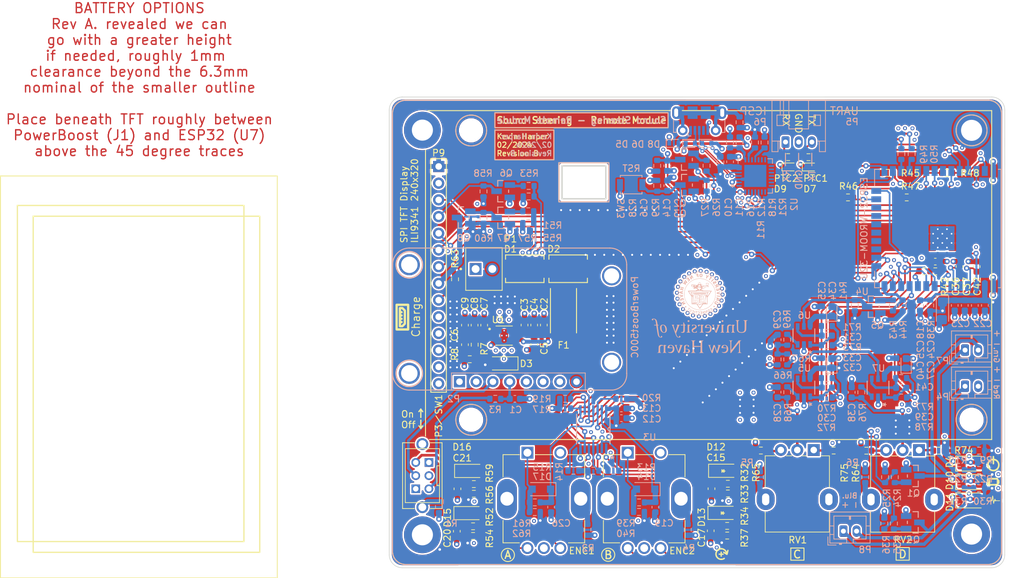
<source format=kicad_pcb>
(kicad_pcb (version 20211014) (generator pcbnew)
  (layers (0 "F.Cu" signal) (1 "In1.Cu" signal) (2 "In2.Cu" signal) (31 "B.Cu" signal) (34 "B.Paste" user) (35 "F.Paste" user) (36 "B.SilkS" user "B.Silkscreen") (37 "F.SilkS" user "F.Silkscreen") (38 "B.Mask" user) (39 "F.Mask" user) (44 "Edge.Cuts" user))
  (net 0 "")
  (net 1 "GND")
  (net 2 "+5V")
  (net 3 "TFT_CS~")
  (net 4 "TFT_DC")
  (net 5 "TFT_MOSI")
  (net 6 "TFT_SCK")
  (net 7 "Net-(C5-Pad2)")
  (net 8 "TFT_MISO")
  (net 9 "Net-(C6-Pad1)")
  (net 10 "RST~")
  (net 11 "IO0~")
  (net 12 "Sel1_Filt")
  (net 13 "Enc1A_Filt")
  (net 14 "LB")
  (net 15 "Enc1B_Filt")
  (net 16 "Enc2A_Filt")
  (net 17 "MCU_HB")
  (net 18 "Sel2_Filt")
  (net 19 "Net-(C1-Pad1)")
  (net 20 "VBAT")
  (net 21 "Enc2B_Filt")
  (net 22 "Net-(Q2-Pad1)")
  (net 23 "Net-(Q3-Pad1)")
  (net 24 "Net-(Q4-Pad1)")
  (net 25 "Net-(C28-Pad2)")
  (net 26 "ADC0_VBAT")
  (net 27 "Net-(C29-Pad2)")
  (net 28 "ADC1_VPOTC")
  (net 29 "Net-(C30-Pad1)")
  (net 30 "Net-(C30-Pad2)")
  (net 31 "TFT_RST")
  (net 32 "Net-(C31-Pad2)")
  (net 33 "Net-(C31-Pad1)")
  (net 34 "Net-(C38-Pad2)")
  (net 35 "RX2")
  (net 36 "TX2")
  (net 37 "Net-(D1-Pad1)")
  (net 38 "Net-(C39-Pad1)")
  (net 39 "Net-(Q1-Pad1)")
  (net 40 "Net-(C39-Pad2)")
  (net 41 "OA_LP")
  (net 42 "Enc1A")
  (net 43 "Enc1B")
  (net 44 "Enc2A")
  (net 45 "Enc2B")
  (net 46 "Sel1")
  (net 47 "Sel2")
  (net 48 "Net-(D1-Pad2)")
  (net 49 "Net-(D12-Pad2)")
  (net 50 "Net-(D10-Pad1)")
  (net 51 "Net-(Q5-Pad1)")
  (net 52 "Net-(D10-Pad2)")
  (net 53 "Net-(D11-Pad1)")
  (net 54 "Net-(D11-Pad2)")
  (net 55 "Net-(D13-Pad2)")
  (net 56 "Net-(D15-Pad2)")
  (net 57 "Net-(D16-Pad2)")
  (net 59 "Net-(Q6-Pad1)")
  (net 60 "Net-(Q7-Pad3)")
  (net 61 "Net-(P3-Pad4)")
  (net 63 "Net-(P5-Pad1)")
  (net 64 "ADC2_VPOTD")
  (net 65 "Net-(P5-Pad3)")
  (net 67 "+3V3")
  (net 68 "VBUS")
  (net 69 "Net-(D17-Pad2)")
  (net 70 "Net-(Q7-Pad1)")
  (net 71 "Net-(P6-Pad6)")
  (net 72 "Net-(P9-Pad4)")
  (net 73 "TFT_BL")
  (net 74 "Net-(P9-Pad9)")
  (net 80 "DTR~")
  (net 81 "RTS~")
  (net 82 "PD~")
  (net 83 "Net-(R1-Pad1)")
  (net 84 "Net-(R5-Pad1)")
  (net 85 "Net-(R6-Pad1)")
  (net 86 "Net-(R10-Pad1)")
  (net 87 "Net-(R12-Pad1)")
  (net 88 "ESP32_TXD0")
  (net 89 "ESP32_RXD0")
  (net 90 "TFT_BL{slash}PWM")
  (net 91 "Net-(R42-Pad1)")
  (net 92 "Net-(R64-Pad2)")
  (net 93 "Net-(R68-Pad2)")
  (net 94 "Net-(R65-Pad1)")
  (net 95 "/Power/VIN")
  (net 96 "/Digital/D+")
  (net 97 "/Digital/D-")
  (net 98 "Net-(R69-Pad2)")
  (net 110 "Net-(D4-Pad2)")
  (net 112 "Net-(D14-Pad2)")
  (net 116 "Net-(R74-Pad2)")
  (net 117 "Net-(R75-Pad1)")
  (net 119 "VMEAS")
  (net 122 "Net-(ENC1-PadS1)")
  (net 123 "Net-(ENC2-PadS1)")
  (net 134 "Net-(R18-Pad2)")
  (net 135 "Net-(R21-Pad1)")
  (net 136 "Net-(R22-Pad2)")
  (net 137 "Net-(R30-Pad2)")
  (net 138 "Net-(R45-Pad1)")
  (net 139 "Net-(R46-Pad1)")
  (net 140 "Net-(R47-Pad1)")
  (net 141 "Net-(R48-Pad1)")
  (net 142 "Net-(R49-Pad1)")
  (net 143 "Net-(R50-Pad1)")
  (net 144 "Net-(R76-Pad2)")
  (net 145 "Net-(R42-Pad3)")
  (footprint "KiCad2:sullinsSWR204" (layer "F.Cu") (at 102.84 100.27 90)
    (fp_text reference "P3")
    (fp_text value "SWR204-NRTN-D03-ST-GA")
  )
  (footprint "Capacitor_SMD:C_0603_1608Metric" (layer "F.Cu") (at 121.052152 77.173962 -90)
    (fp_text reference "C3")
    (fp_text value "22µF")
  )
  (footprint "Capacitor_SMD:C_0603_1608Metric" (layer "F.Cu") (at 110.865 102.075 -90)
    (fp_text reference "C21")
    (fp_text value "15nF")
  )
  (footprint "Capstone Symbols, Footprints:hfghfgh" (layer "F.Cu") (at 192.25 98.25)
    (fp_text reference "G***" hide)
    (fp_text value "LOGO" hide)
  )
  (footprint "Resistor_SMD:R_0603_1608Metric" (layer "F.Cu") (at 168.0104 96.247082 180)
    (fp_text reference "R64")
    (fp_text value "22kΩ")
  )
  (footprint "B1100LB-13-F:SMB_DIO" (layer "F.Cu") (at 127.68 68.61)
    (fp_text reference "D2")
    (fp_text value "B1100LB-13-F")
  )
  (footprint "Capacitor_SMD:C_0603_1608Metric" (layer "F.Cu") (at 149.335 108.455 -90)
    (fp_text reference "C17")
    (fp_text value "15nF")
  )
  (footprint "Resistor_SMD:R_0603_1608Metric" (layer "F.Cu") (at 113.235 109.245)
    (fp_text reference "R54")
    (fp_text value "6.8kΩ")
  )
  (footprint "Diode_SMD:D_SOD-523" (layer "F.Cu") (at 164.4 53.15)
    (fp_text reference "D7")
    (fp_text value "ESD7351XV2T1G")
  )
  (footprint "Capstone Symbols, Footprints:circle3x3" (layer "F.Cu") (at 151.051279 112.003401 -90)
    (fp_text reference "G***" hide)
    (fp_text value "LOGO" hide)
  )
  (footprint "Resistor_SMD:R_0603_1608Metric" (layer "F.Cu") (at 151.94 102.78)
    (fp_text reference "R33")
    (fp_text value "6.8kΩ")
  )
  (footprint "PEC12R_4215F_S0024:XDCR_PEC12R-4215F-S0024" (layer "F.Cu") (at 123.99 103.5825)
    (fp_text reference "ENC1")
    (fp_text value "PEC12R-4225F-S0024")
  )
  (footprint "Resistor_SMD:R_0603_1608Metric" (layer "F.Cu") (at 176.22 54.04 180)
    (fp_text reference "R45")
    (fp_text value "0Ω")
  )
  (footprint "Capacitor_SMD:C_0603_1608Metric" (layer "F.Cu") (at 189.73 68.285 -90)
    (fp_text reference "C42")
    (fp_text value "100nF")
  )
  (footprint "PEC12R_4215F_S0024:XDCR_PEC12R-4215F-S0024" (layer "F.Cu") (at 139.23 103.58)
    (fp_text reference "ENC2")
    (fp_text value "PEC12R-4225F-S0024")
  )
  (footprint "Resistor_SMD:R_0603_1608Metric" (layer "F.Cu") (at 184.0104 96.275 180)
    (fp_text reference "R74")
    (fp_text value "22kΩ")
  )
  (footprint "0157 Fuse:0157Series_LTF" (layer "F.Cu") (at 126.97 74.99 -90)
    (fp_text reference "F1")
    (fp_text value "0157001.DR")
  )
  (footprint "Resistor_SMD:R_0603_1608Metric" (layer "F.Cu") (at 179.11 57.77 180)
    (fp_text reference "R47")
    (fp_text value "0Ω")
  )
  (footprint "Capstone Symbols, Footprints:lowbatt2x2" (layer "F.Cu") (at 192.25 101)
    (fp_text reference "G***" hide)
    (fp_text value "LOGO" hide)
  )
  (footprint "EG2207:SW_EG2207" (layer "F.Cu") (at 105.53 100.07 -90)
    (fp_text reference "SW1")
    (fp_text value "EG2207")
  )
  (footprint "Resistor_SMD:R_0603_1608Metric" (layer "F.Cu") (at 170.19 57.77 180)
    (fp_text reference "R46")
    (fp_text value "0Ω")
  )
  (footprint "MountingHole:MountingHole_3.2mm_M3_DIN965_Pad_TopBottom" (layer "F.Cu") (at 188.960999 108.957999)
    (fp_text reference "H3" hide)
    (fp_text value "M2.5")
  )
  (footprint "Capacitor_SMD:C_0603_1608Metric" (layer "F.Cu") (at 113.46497 77.188962 -90)
    (fp_text reference "C8")
    (fp_text value "47µF")
  )
  (footprint "Diode_SMD:D_SOD-523" (layer "F.Cu") (at 161.31 53.14)
    (fp_text reference "D9")
    (fp_text value "ESD7351XV2T1G")
  )
  (footprint "Capstone Symbols, Footprints:hb2x2" (layer "F.Cu") (at 192.25 103.75)
    (fp_text reference "G***" hide)
    (fp_text value "LOGO" hide)
  )
  (footprint "Resistor_SMD:R_0603_1608Metric" (layer "F.Cu") (at 151.835 107.705)
    (fp_text reference "R34")
    (fp_text value "6.8kΩ")
  )
  (footprint "Diode_SMD:D_SOD-123F" (layer "F.Cu") (at 112.63 99.35)
    (fp_text reference "D16")
    (fp_text value "BAT54H,115")
  )
  (footprint "Resistor_SMD:R_0603_1608Metric" (layer "F.Cu") (at 185.24 54.04 180)
    (fp_text reference "R48")
    (fp_text value "0Ω")
  )
  (footprint "282834_2:TE_282834-2" (layer "F.Cu") (at 114.89 68.65)
    (fp_text reference "P1")
    (fp_text value "OSTVN02A150")
  )
  (footprint "Resistor_SMD:R_0603_1608Metric" (layer "F.Cu") (at 110.5 70.22 -90)
    (fp_text reference "R63")
    (fp_text value "0Ω")
  )
  (footprint "Custom:R_0603_JUMPER" (layer "F.Cu") (at 182.64 68.985)
    (fp_text reference "R42")
    (fp_text value "0Ω")
  )
  (footprint "Diode_SMD:D_SOD-123F" (layer "F.Cu") (at 151.11 105.73)
    (fp_text reference "D13")
    (fp_text value "BAT54H,115")
  )
  (footprint "Capstone Symbols, Footprints:QD-TFT2803" (layer "F.Cu") (at 149.410999 69.314999)
    (fp_text reference "P9")
    (fp_text value "PPTC141LFBN-RC" hide)
  )
  (footprint "MountingHole:MountingHole_3.2mm_M3_DIN965_Pad_TopBottom" (layer "F.Cu") (at 105.539 47.538999)
    (fp_text reference "H1" hide)
    (fp_text value "M2.5")
  )
  (footprint "Resistor_SMD:R_0603_1608Metric" (layer "F.Cu") (at 172.9704 96.275 180)
    (fp_text reference "R75")
    (fp_text value "1kΩ")
  )
  (footprint "Capacitor_SMD:C_0603_1608Metric" (layer "F.Cu") (at 122.532152 80.128962 90)
    (fp_text reference "C5")
    (fp_text value "1µF")
  )
  (footprint "Resistor_SMD:R_0603_1608Metric" (layer "F.Cu") (at 112.73497 82.373962)
    (fp_text reference "R8")
    (fp_text value "1.15kΩ")
  )
  (footprint "Diode_SMD:D_SOD-123F" (layer "F.Cu") (at 151.215 99.33)
    (fp_text reference "D12")
    (fp_text value "BAT54H,115")
  )
  (footprint "Capacitor_SMD:C_0603_1608Metric" (layer "F.Cu") (at 183.45 67.525 180)
    (fp_text reference "C36")
    (fp_text value "100nF")
  )
  (footprint "Resistor_SMD:R_0603_1608Metric" (layer "F.Cu") (at 151.8375 109.18)
    (fp_text reference "R37")
    (fp_text value "6.8kΩ")
  )
  (footprint "Capstone Symbols, Footprints:hfghfgh" (layer "F.Cu") (at 192.25 98.25)
    (fp_text reference "G***" hide)
    (fp_text value "LOGO" hide)
  )
  (footprint "Capacitor_SMD:C_0603_1608Metric" (layer "F.Cu") (at 123.98497 77.173962 -90)
    (fp_text reference "C2")
    (fp_text value "22µF")
  )
  (footprint "Capacitor_SMD:C_0603_1608Metric" (layer "F.Cu") (at 122.522152 77.173962 -90)
    (fp_text reference "C4")
    (fp_text value "22µF")
  )
  (footprint "Resistor_SMD:R_0603_1608Metric" (layer "F.Cu") (at 113.355 102.825)
    (fp_text reference "R59")
    (fp_text value "6.8kΩ")
  )
  (footprint "LED_SMD:LED_1206_3216Metric" (layer "F.Cu") (at 188.83 101.04)
    (fp_text reference "D10")
    (fp_text value "150120RS75000")
  )
  (footprint "Resistor_SMD:R_0603_1608Metric" (layer "F.Cu") (at 113.235 107.77)
    (fp_text reference "R52")
    (fp_text value "6.8kΩ")
  )
  (footprint "MountingHole:MountingHole_3.2mm_M3_DIN965_Pad_TopBottom" (layer "F.Cu") (at 105.538999 109.060999)
    (fp_text reference "H2" hide)
    (fp_text value "M2.5")
  )
  (footprint "Diode_SMD:D_SOD-123F" (layer "F.Cu") (at 112.5175 105.77)
    (fp_text reference "D15")
    (fp_text value "BAT54H,115")
  )
  (footprint "Capacitor_SMD:C_0603_1608Metric" (layer "F.Cu") (at 112.00497 80.158962 90)
    (fp_text reference "C6")
    (fp_text value "10nF")
  )
  (footprint "Capstone Symbols, Footprints:Potentiometer_Alpha_RD901F-40-00D_Single_Vertical" (layer "F.Cu") (at 180.9854 96.1928 -90)
    (fp_text reference "RV2")
    (fp_text value "RD901F-40-15R1-B10K-00DL1")
  )
  (footprint "Resistor_SMD:R_0603_1608Metric" (layer "F.Cu") (at 161.1 51.64 180)
    (fp_text reference "PTC2")
    (fp_text value "0ZCM0001FF2G")
  )
  (footprint "Capacitor_SMD:C_0603_1608Metric" (layer "F.Cu") (at 112.00497 77.188962 -90)
    (fp_text reference "C9")
    (fp_text value "47µF")
  )
  (footprint "Capacitor_SMD:C_0603_1608Metric" (layer "F.Cu") (at 149.455 102.055 -90)
    (fp_text reference "C15")
    (fp_text value "15nF")
  )
  (footprint "TPS7A9101DSKR:SON50P250X250X80-11N" (layer "F.Cu") (at 117.962152 78.773962)
    (fp_text reference "U1")
    (fp_text value "TPS7A9201DSKR")
  )
  (footprint "B1100LB-13-F:SMB_DIO" (layer "F.Cu") (at 121.0932 68.61 180)
    (fp_text reference "D1")
    (fp_text value "B1100LB-13-F")
  )
  (footprint "Capstone Symbols, Footprints:hb2x2" (layer "F.Cu") (at 192.25 103.75)
    (fp_text reference "G***" hide)
    (fp_text value "LOGO" hide)
  )
  (footprint "LED_SMD:LED_1206_3216Metric" (layer "F.Cu") (at 188.83 98.24)
    (fp_text reference "D4")
    (fp_text value "150120VS75000")
  )
  (footprint "Capstone Symbols, Footprints:micro4x4" (layer "F.Cu") (at 102.5 75.97 90)
    (fp_text reference "G***" hide)
    (fp_text value "LOGO" hide)
  )
  (footprint "Capstone Symbols, Footprints:Potentiometer_Alpha_RD901F-40-00D_Single_Vertical" (layer "F.Cu") (at 164.9854 96.175 -90)
    (fp_text reference "RV1")
    (fp_text value "RD901F-40-15R1-B10K-00DL1")
  )
  (footprint "Capacitor_SMD:C_0603_1608Metric" (layer "F.Cu") (at 110.77 108.52 -90)
    (fp_text reference "C20")
    (fp_text value "15nF")
  )
  (footprint "Capstone Symbols, Footprints:lowbatt2x2" (layer "F.Cu") (at 192.25 101)
    (fp_text reference "G***" hide)
    (fp_text value "LOGO" hide)
  )
  (footprint "Resistor_SMD:R_0603_1608Metric" (layer "F.Cu") (at 151.94 101.305)
    (fp_text reference "R32")
    (fp_text value "6.8kΩ")
  )
  (footprint "Capstone Symbols, Footprints:micro4x4" (layer "F.Cu") (at 102.5 75.97 90)
    (fp_text reference "G***" hide)
    (fp_text value "LOGO" hide)
  )
  (footprint "Capacitor_SMD:C_0603_1608Metric" (layer "F.Cu") (at 114.92497 77.188962 -90)
    (fp_text reference "C7")
    (fp_text value "47µF")
  )
  (footprint "" (layer "F.Cu") (at 188.960999 47.572999)
    (fp_text reference "")
    (fp_text value "")
  )
  (footprint "Resistor_SMD:R_0603_1608Metric" (layer "F.Cu") (at 156.9554 96.25 180)
    (fp_text reference "R65")
    (fp_text value "1kΩ")
  )
  (footprint "Resistor_SMD:R_0603_1608Metric" (layer "F.Cu") (at 164.18 51.65 180)
    (fp_text reference "PTC1")
    (fp_text value "0ZCM0001FF2G")
  )
  (footprint "Resistor_SMD:R_0603_1608Metric" (layer "F.Cu") (at 113.355 101.35)
    (fp_text reference "R56")
    (fp_text value "6.8kΩ")
  )
  (footprint "Capacitor_SMD:C_0603_1608Metric" (layer "F.Cu") (at 187.14 68.275 -90)
    (fp_text reference "C37")
    (fp_text value "100nF")
  )
  (footprint "LED_SMD:LED_1206_3216Metric" (layer "F.Cu") (at 188.83 103.84)
    (fp_text reference "D11")
    (fp_text value "BL-HB333Q-AV-TRB")
  )
  (footprint "Resistor_SMD:R_0603_1608Metric" (layer "F.Cu") (at 113.48497 80.158962 90)
    (fp_text reference "R7")
    (fp_text value "3.57kΩ")
  )
  (footprint "Diode_SMD:D_SOD-123" (layer "F.Cu") (at 117.812152 83.003962 180)
    (fp_text reference "D3")
    (fp_text value "MBR0520L")
  )
  (footprint "Diode_SMD:D_SOD-523" (layer "B.Cu") (at 146.235 49.55)
    (fp_text reference "D8")
    (fp_text value "LESD5D5.0CT1G")
  )
  (footprint "Resistor_SMD:R_0603_1608Metric" (layer "B.Cu") (at 177.3 100.3 -90)
    (fp_text reference "R24")
    (fp_text value "100Ω")
  )
  (footprint "Resistor_SMD:R_0603_1608Metric" (layer "B.Cu") (at 153.72 49.4 90)
    (fp_text reference "R12")
    (fp_text value "22.1kΩ")
  )
  (footprint "footprints12:DMP3099L-7_DIO" (layer "B.Cu") (at 117.81 56.825 -90)
    (fp_text reference "Q6")
    (fp_text value "DMN65D8L")
  )
  (footprint "Resistor_SMD:R_0603_1608Metric" (layer "B.Cu") (at 116.60997 88.389962 180)
    (fp_text reference "R3")
    (fp_text value "0Ω")
  )
  (footprint "Custom:DB_POWERBOOST500C" (layer "B.Cu") (at 117.572114 77.216461)
    (fp_text reference "P2")
    (fp_text value "PowerBoost500C")
  )
  (footprint "Resistor_SMD:R_0603_1608Metric" (layer "B.Cu") (at 166.975 85.23)
    (fp_text reference "R70")
    (fp_text value "5.1kΩ")
  )
  (footprint "Capacitor_SMD:C_0603_1608Metric" (layer "B.Cu") (at 142.735 55.99 -90)
    (fp_text reference "C14")
    (fp_text value "100nF")
  )
  (footprint "footprints12:DMP3099L-7_DIO" (layer "B.Cu") (at 180.0305 107.175001 90)
    (fp_text reference "Q4")
    (fp_text value "DMN65D8L")
  )
  (footprint "Resistor_SMD:R_0603_1608Metric" (layer "B.Cu") (at 122.615 105.605 180)
    (fp_text reference "R61")
    (fp_text value "4.7kΩ")
  )
  (footprint "Resistor_SMD:R_0603_1608Metric" (layer "B.Cu") (at 122.615 104.13)
    (fp_text reference "R62")
    (fp_text value "4.7kΩ")
  )
  (footprint "74LVC14APW_118:SOP65P640X110-14N" (layer "B.Cu") (at 131.5 93 90)
    (fp_text reference "U3")
    (fp_text value "74LVC14APW,118")
  )
  (footprint "Resistor_SMD:R_0603_1608Metric" (layer "B.Cu") (at 130.61 108.295 -90)
    (fp_text reference "R2")
    (fp_text value "0Ω")
  )
  (footprint "Resistor_SMD:R_0603_1608Metric" (layer "B.Cu") (at 153.72 46.34 90)
    (fp_text reference "R11")
    (fp_text value "0Ω")
  )
  (footprint "footprints12:DMP3099L-7_DIO" (layer "B.Cu") (at 111.815 60.825001 -90)
    (fp_text reference "Q8")
    (fp_text value "DMP3099L")
  )
  (footprint "Resistor_SMD:R_0603_1608Metric" (layer "B.Cu") (at 177.1655 107.35 -90)
    (fp_text reference "R35")
    (fp_text value "100Ω")
  )
  (footprint "footprints20:DBV6_TEX" (layer "B.Cu") (at 163.489999 78.75 90)
    (fp_text reference "U6")
    (fp_text value "OPA837IDBVT")
  )
  (footprint "Resistor_SMD:R_0603_1608Metric" (layer "B.Cu") (at 114.8205 60.875 -90)
    (fp_text reference "R60")
    (fp_text value "4.7kΩ")
  )
  (footprint "footprints12:DMP3099L-7_DIO" (layer "B.Cu") (at 145.725 55.89 -90)
    (fp_text reference "Q3")
    (fp_text value "DMN65D8L")
  )
  (footprint "Resistor_SMD:R_0603_1608Metric" (layer "B.Cu") (at 175.825 100.3 90)
    (fp_text reference "R25")
    (fp_text value "4.7kΩ")
  )
  (footprint "Resistor_SMD:R_0603_1608Metric" (layer "B.Cu") (at 160.96 87.38 90)
    (fp_text reference "R68")
    (fp_text value "4.12kΩ")
  )
  (footprint "Resistor_SMD:R_0603_1608Metric" (layer "B.Cu") (at 171.22 74.195 90)
    (fp_text reference "R41")
    (fp_text value "10kΩ")
  )
  (footprint "Resistor_SMD:R_0603_1608Metric" (layer "B.Cu") (at 128.475 99.32)
    (fp_text reference "R15")
    (fp_text value "4.7kΩ")
  )
  (footprint "footprints20:DBV6_TEX" (layer "B.Cu") (at 174.75 86.7 90)
    (fp_text reference "U7")
    (fp_text value "OPA837IDBVT")
  )
  (footprint "Connector_JST:JST_PH_B2B-PH-K_1x02_P2.00mm_Vertical" (layer "B.Cu") (at 169.49 108.51)
    (fp_text reference "P8")
    (fp_text value "S2B-PH-K-S")
  )
  (footprint "Capacitor_SMD:C_0603_1608Metric" (layer "B.Cu") (at 178.27 86.71)
    (fp_text reference "C39")
    (fp_text value "100nF")
  )
  (footprint "Capacitor_SMD:C_0603_1608Metric" (layer "B.Cu") (at 159.499999 79.405 -90)
    (fp_text reference "C29")
    (fp_text value "100nF")
  )
  (footprint "Resistor_SMD:R_0603_1608Metric" (layer "B.Cu") (at 131.51 99.32 180)
    (fp_text reference "R14")
    (fp_text value "4.7kΩ")
  )
  (footprint "footprints12:DMP3099L-7_DIO" (layer "B.Cu") (at 117.8205 60.875 -90)
    (fp_text reference "Q7")
    (fp_text value "DMN65D8L")
  )
  (footprint "Resistor_SMD:R_0603_1608Metric" (layer "B.Cu") (at 160.96 82.395 -90)
    (fp_text reference "R67")
    (fp_text value "10kΩ")
  )
  (footprint "Resistor_SMD:R_0603_1608Metric" (layer "B.Cu") (at 178.49 74.195 -90)
    (fp_text reference "R44")
    (fp_text value "4.7kΩ")
  )
  (footprint "Diode_SMD:D_SOD-523" (layer "B.Cu") (at 143.735 49.55)
    (fp_text reference "D5")
    (fp_text value "LESD5D5.0CT1G")
  )
  (footprint "Capacitor_Tantalum_SMD:CP_EIA-3216-18_Kemet-A" (layer "B.Cu") (at 184.54 75.01 -90)
    (fp_text reference "C27")
    (fp_text value "47µF")
  )
  (footprint "Resistor_SMD:R_0603_1608Metric" (layer "B.Cu") (at 121.6205 61.675 180)
    (fp_text reference "R55")
    (fp_text value "4.7kΩ")
  )
  (footprint "Diode_SMD:D_SOD-123F" (layer "B.Cu") (at 123.6125 102.13 180)
    (fp_text reference "D17")
    (fp_text value "BAT54H,115")
  )
  (footprint "Connector_JST:JST_PH_B2B-PH-K_1x02_P2.00mm_Vertical" (layer "B.Cu") (at 187.97 86.48)
    (fp_text reference "P4")
    (fp_text value "S2B-PH-K-S")
  )
  (footprint "Resistor_SMD:R_0603_1608Metric" (layer "B.Cu") (at 148.705 52.95 90)
    (fp_text reference "R26")
    (fp_text value "4.7kΩ")
  )
  (footprint "Resistor_SMD:R_0603_1608Metric" (layer "B.Cu") (at 179.86 51.175 90)
    (fp_text reference "R50")
    (fp_text value "0Ω")
  )
  (footprint "Resistor_SMD:R_0603_1608Metric" (layer "B.Cu") (at 138.4375 105.58625 180)
    (fp_text reference "R39")
    (fp_text value "4.7kΩ")
  )
  (footprint "Resistor_SMD:R_0603_1608Metric" (layer "B.Cu") (at 121.6805 56.025 180)
    (fp_text reference "R53")
    (fp_text value "100Ω")
  )
  (footprint "Resistor_SMD:R_0603_1608Metric" (layer "B.Cu") (at 148.715 55.99 90)
    (fp_text reference "R27")
    (fp_text value "4.7kΩ")
  )
  (footprint "Resistor_SMD:R_0603_1608Metric" (layer "B.Cu") (at 141.205 52.96 -90)
    (fp_text reference "R28")
    (fp_text value "0Ω")
  )
  (footprint "Capstone Symbols, Footprints:USB_Micro-B_Molex-105017-0001_Alt" (layer "B.Cu") (at 147.585 46.12)
    (fp_text reference "P6")
    (fp_text value "Molex-105017")
  )
  (footprint "Capacitor_SMD:C_0603_1608Metric" (layer "B.Cu") (at 186.4 74.19 90)
    (fp_text reference "C25")
    (fp_text value "22µF")
  )
  (footprint "Custom:IC_ESP32-WROOM32U" (layer "B.Cu") (at 183.83 62.495 90)
    (fp_text reference "U4")
    (fp_text value "ESP32-WROOM-32U")
  )
  (footprint "Resistor_SMD:R_0603_1608Metric" (layer "B.Cu") (at 121.6205 59.875 180)
    (fp_text reference "R57")
    (fp_text value "100Ω")
  )
  (footprint "Resistor_SMD:R_0603_1608Metric" (layer "B.Cu") (at 121.6805 57.625 180)
    (fp_text reference "R51")
    (fp_text value "4.7kΩ")
  )
  (footprint "Capacitor_Tantalum_SMD:CP_EIA-1608-10_AVX-L" (layer "B.Cu") (at 167.73 75.09 90)
    (fp_text reference "C34")
    (fp_text value "10µF")
  )
  (footprint "Resistor_SMD:R_0603_1608Metric" (layer "B.Cu") (at 182.68 74.19 90)
    (fp_text reference "R38")
    (fp_text value "10kΩ")
  )
  (footprint "Resistor_SMD:R_0603_1608Metric" (layer "B.Cu") (at 127.225 89.85 180)
    (fp_text reference "R17")
    (fp_text value "4.7kΩ")
  )
  (footprint "Capacitor_SMD:C_0603_1608Metric" (layer "B.Cu") (at 119.58497 88.389962)
    (fp_text reference "C1")
    (fp_text value "1nF")
  )
  (footprint "Resistor_SMD:R_0603_1608Metric" (layer "B.Cu") (at 187.055 96.27 180)
    (fp_text reference "R10")
    (fp_text value "180Ω")
  )
  (footprint "Resistor_SMD:R_0603_1608Metric" (layer "B.Cu") (at 190.105 99.22 180)
    (fp_text reference "R22")
    (fp_text value "1.5kΩ")
  )
  (footprint "Resistor_SMD:R_0603_1608Metric" (layer "B.Cu") (at 187.045 101.99 180)
    (fp_text reference "R31")
    (fp_text value "0Ω")
  )
  (footprint "Custom:IC_QFN-28_EP_5x5" (layer "B.Cu") (at 156.105 54.5)
    (fp_text reference "U2")
    (fp_text value "CP2102N-A02-GQFN28")
  )
  (footprint "Capacitor_SMD:C_0603_1608Metric" (layer "B.Cu") (at 177.52 82.985 90)
    (fp_text reference "C41")
    (fp_text value "100nF")
  )
  (footprint "Resistor_SMD:R_0603_1608Metric" (layer "B.Cu") (at 166.98 88.19)
    (fp_text reference "R72")
    (fp_text value "50Ω")
  )
  (footprint "Resistor_SMD:R_0603_1608Metric" (layer "B.Cu") (at 156.81 100.3 90)
    (fp_text reference "R5")
    (fp_text value "0Ω")
  )
  (footprint "Connector_JST:JST_PH_B2B-PH-K_1x02_P2.00mm_Vertical" (layer "B.Cu") (at 187.97 80.98)
    (fp_text reference "P7")
    (fp_text value "S2B-PH-K-S")
  )
  (footprint "Resistor_SMD:R_0603_1608Metric" (layer "B.Cu") (at 178.29 51.175 90)
    (fp_text reference "R49")
    (fp_text value "0Ω")
  )
  (footprint "Resistor_SMD:R_0603_1608Metric" (layer "B.Cu") (at 152.27 49.4 90)
    (fp_text reference "R16")
    (fp_text value "47.5kΩ")
  )
  (footprint "Capacitor_Tantalum_SMD:CP_EIA-1608-10_AVX-L" (layer "B.Cu") (at 179.02 82.985 90)
    (fp_text reference "C40")
    (fp_text value "10µF")
  )
  (footprint "Resistor_SMD:R_0603_1608Metric" (layer "B.Cu") (at 190.105 101.99 180)
    (fp_text reference "R30")
    (fp_text value "1.2kΩ")
  )
  (footprint "Resistor_SMD:R_0603_1608Metric" (layer "B.Cu") (at 114.82 56.85 90)
    (fp_text reference "R58")
    (fp_text value "4.7kΩ")
  )
  (footprint "Capacitor_SMD:C_0603_1608Metric" (layer "B.Cu") (at 140.9275 104.86125 -90)
    (fp_text reference "C19")
    (fp_text value "1µF")
  )
  (footprint "Resistor_SMD:R_0603_1608Metric" (layer "B.Cu") (at 157.515 49.42 90)
    (fp_text reference "R21")
    (fp_text value "4.7kΩ")
  )
  (footprint "Resistor_SMD:R_0603_1608Metric" (layer "B.Cu") (at 134.55 99.32 180)
    (fp_text reference "R13")
    (fp_text value "4.7kΩ")
  )
  (footprint "Diode_SMD:D_SOD-523" (layer "B.Cu") (at 148.735 49.55 180)
    (fp_text reference "D6")
    (fp_text value "LESD5D5.0CT1G")
  )
  (footprint "footprints12:DMP3099L-7_DIO" (layer "B.Cu") (at 180.0355 100.12 90)
    (fp_text reference "Q1")
    (fp_text value "DMN65D8L")
  )
  (footprint "Resistor_SMD:R_0603_1608Metric" (layer "B.Cu") (at 187.05 99.22 180)
    (fp_text reference "R23")
    (fp_text value "0Ω")
  )
  (footprint "Capacitor_SMD:C_0603_1608Metric" (layer "B.Cu") (at 181.14 74.19 90)
    (fp_text reference "C18")
    (fp_text value "100nF")
  )
  (footprint "Resistor_SMD:R_0603_1608Metric" (layer "B.Cu") (at 108.05 104.855 -90)
    (fp_text reference "R1")
    (fp_text value "0Ω")
  )
  (footprint "Connector_JST:JST_PH_S3B-PH-K_1x03_P2.00mm_Horizontal" (layer "B.Cu") (at 160.7 49.35)
    (fp_text reference "P5")
    (fp_text value "S3B-PH-K-S")
  )
  (footprint "Resistor_SMD:R_0603_1608Metric" (layer "B.Cu") (at 178.27 88.19)
    (fp_text reference "R78")
    (fp_text value "50Ω")
  )
  (footprint "Capacitor_SMD:C_0603_1608Metric" (layer "B.Cu") (at 152.275 52.355 -90)
    (fp_text reference "C11")
    (fp_text value "100nF")
  )
  (footprint "Capacitor_SMD:C_0603_1608Metric" (layer "B.Cu") (at 142.735 52.96 -90)
    (fp_text reference "C16")
    (fp_text value "100nF")
  )
  (footprint "Resistor_SMD:R_0603_1608Metric" (layer "B.Cu") (at 166.98 77.32)
    (fp_text reference "R71")
    (fp_text value "5.1kΩ")
  )
  (footprint "Resistor_SMD:R_0603_1608Metric" (layer "B.Cu") (at 177.01 74.195 90)
    (fp_text reference "R43")
    (fp_text value "100Ω")
  )
  (footprint "Capacitor_SMD:C_0603_1608Metric" (layer "B.Cu") (at 166.23 75.089999 90)
    (fp_text reference "C35")
    (fp_text value "100nF")
  )
  (footprint "Resistor_SMD:R_0603_1608Metric" (layer "B.Cu") (at 145.85 108.305 -90)
    (fp_text reference "R4")
    (fp_text value "0Ω")
  )
  (footprint "Capacitor_SMD:C_0603_1608Metric" (layer "B.Cu") (at 187.93 74.19 90)
    (fp_text reference "C24")
    (fp_text value "22µF")
  )
  (footprint "Resistor_SMD:R_0603_1608Metric" (layer "B.Cu") (at 190.106831 96.27 180)
    (fp_text reference "R9")
    (fp_text value "0Ω")
  )
  (footprint "footprints20:DBV6_TEX" (layer "B.Cu") (at 163.49 86.694751 90)
    (fp_text reference "U5")
    (fp_text value "OPA837IDBVT")
  )
  (footprint "Capacitor_SMD:C_0603_1608Metric" (layer "B.Cu") (at 166.98 78.78)
    (fp_text reference "C31")
    (fp_text value "100nF")
  )
  (footprint "Capacitor_SMD:C_0603_1608Metric" (layer "B.Cu") (at 150.815 52.355 -90)
    (fp_text reference "C10")
    (fp_text value "10µF")
  )
  (footprint "Resistor_SMD:R_0603_1608Metric" (layer "B.Cu") (at 175.7055 107.35 90)
    (fp_text reference "R36")
    (fp_text value "10kΩ")
  )
  (footprint "Button_Switch_SMD:SW_SPST_B3U-1000P" (layer "B.Cu") (at 137.25 55.83 180)
    (fp_text reference "SW3")
    (fp_text value "B3U-1000P")
  )
  (footprint "Resistor_SMD:R_0603_1608Metric" (layer "B.Cu") (at 127.225 88.39 180)
    (fp_text reference "R19")
    (fp_text value "4.7kΩ")
  )
  (footprint "Resistor_SMD:R_0603_1608Metric" (layer "B.Cu") (at 160.96 79.405 90)
    (fp_text reference "R69")
    (fp_text value "4.12kΩ")
  )
  (footprint "Capacitor_SMD:C_0603_1608Metric" (layer "B.Cu") (at 125.09 104.855 -90)
    (fp_text reference "C26")
    (fp_text value "1µF")
  )
  (footprint "Resistor_SMD:R_0603_1608Metric" (layer "B.Cu") (at 159.49 82.395001 90)
    (fp_text reference "R66")
    (fp_text value "30kΩ")
  )
  (footprint "Capacitor_SMD:C_0603_1608Metric" (layer "B.Cu") (at 190.9875 74.185 90)
    (fp_text reference "C22")
    (fp_text value "100nF")
  )
  (footprint "Resistor_SMD:R_0603_1608Metric" (layer "B.Cu") (at 135.76 88.39)
    (fp_text reference "R20")
    (fp_text value "4.7kΩ")
  )
  (footprint "Resistor_SMD:R_0603_1608Metric" (layer "B.Cu") (at 141.205 56.005 -90)
    (fp_text reference "R29")
    (fp_text value "0Ω")
  )
  (footprint "Resistor_SMD:R_0603_1608Metric" (layer "B.Cu") (at 166.98 80.24)
    (fp_text reference "R73")
    (fp_text value "50Ω")
  )
  (footprint "footprints12:DMP3099L-7_DIO" (layer "B.Cu") (at 174.1005 74.394999 -90)
    (fp_text reference "Q5")
    (fp_text value "DMN65D8L")
  )
  (footprint "Capacitor_SMD:C_0603_1608Metric" (layer "B.Cu") (at 166.23 82.975 90)
    (fp_text reference "C33")
    (fp_text value "100nF")
  )
  (footprint "footprints12:DMP3099L-7_DIO" (layer "B.Cu") (at 145.715 52.02 -90)
    (fp_text reference "Q2")
    (fp_text value "DMN65D8L")
  )
  (footprint "Capacitor_SMD:C_0603_1608Metric" (layer "B.Cu") (at 170.75 87.4 -90)
    (fp_text reference "C38")
    (fp_text value "100nF")
  )
  (footprint "Resistor_SMD:R_0603_1608Metric" (layer "B.Cu") (at 156.055 49.415 -90)
    (fp_text reference "R18")
    (fp_text value "1kΩ")
  )
  (footprint "Capacitor_SMD:C_0603_1608Metric" (layer "B.Cu") (at 189.4575 74.195 90)
    (fp_text reference "C23")
    (fp_text value "100nF")
  )
  (footprint "Desktop:unhCrest16x" (layer "B.Cu") (at 147.68 75.25 180)
    (fp_text reference "G***" hide)
    (fp_text value "LOGO" hide)
  )
  (footprint "Capacitor_Tantalum_SMD:CP_EIA-1608-10_AVX-L" (layer "B.Cu") (at 167.72 82.975 90)
    (fp_text reference "C32")
    (fp_text value "10µF")
  )
  (footprint "Capacitor_SMD:C_0603_1608Metric" (layer "B.Cu") (at 159.485532 87.375 -90)
    (fp_text reference "C28")
    (fp_text value "100nF")
  )
  (footprint "Resistor_SMD:R_0603_1608Metric" (layer "B.Cu") (at 172.21 87.4 90)
    (fp_text reference "R76")
    (fp_text value "4.12kΩ")
  )
  (footprint "Resistor_SMD:R_0603_1608Metric" (layer "B.Cu") (at 138.4525 104.13625)
    (fp_text reference "R40")
    (fp_text value "4.7kΩ")
  )
  (footprint "Diode_SMD:D_SOD-123F" (layer "B.Cu") (at 139.45 102.12125 180)
    (fp_text reference "D14")
    (fp_text value "BAT54H,115")
  )
  (footprint "Capacitor_SMD:C_0603_1608Metric" (layer "B.Cu") (at 135.76 91.33 180)
    (fp_text reference "C12")
    (fp_text value "10µF")
  )
  (footprint "Capacitor_SMD:C_0603_1608Metric" (layer "B.Cu") (at 166.98 86.69)
    (fp_text reference "C30")
    (fp_text value "100nF")
  )
  (footprint "Capacitor_SMD:C_0603_1608Metric" (layer "B.Cu") (at 135.76 89.85)
    (fp_text reference "C13")
    (fp_text value "100nF")
  )
  (footprint "Resistor_SMD:R_0603_1608Metric" (layer "B.Cu") (at 172.81 100.3 90)
    (fp_text reference "R6")
    (fp_text value "0Ω")
  )
  (footprint "Resistor_SMD:R_0603_1608Metric" (layer "B.Cu") (at 178.27 85.23)
    (fp_text reference "R77")
    (fp_text value "5.1kΩ")
  )
  (gr_arc (start 102.99 113.575) (mid 101.580899 112.991121) (end 101 111.580786) (layer "B.SilkS") (width 0.15))
  (gr_line (start 102.99 113.575) (end 191.5025 113.575) (layer "B.SilkS") (width 0.15))
  (gr_arc (start 101 44.994214) (mid 101.583879 43.585113) (end 102.994214 43.004214) (layer "B.SilkS") (width 0.15))
  (gr_line (start 191.5 43) (end 102.994214 43.004214) (layer "B.SilkS") (width 0.15))
  (gr_line (start 160.69 52.96) (end 160.69 51.05) (layer "B.SilkS") (width 0.15))
  (gr_rect (start 126.27 52.5) (end 133.88 58.45) (layer "B.SilkS") (width 0.15) (fill none))
  (gr_line (start 193.5025 111.580786) (end 193.5025 77) (layer "B.SilkS") (width 0.15))
  (gr_rect (start 142.86 44.895) (end 116.55 47.165) (layer "B.SilkS") (width 0.15) (fill none))
  (gr_arc (start 193.5025 111.675) (mid 192.881789 113.024233) (end 191.5025 113.575) (layer "B.SilkS") (width 0.15))
  (gr_rect (start 125.51 52.04) (end 116.55 47.53) (layer "B.SilkS") (width 0.15) (fill none))
  (gr_arc (start 191.514214 43) (mid 192.923315 43.583879) (end 193.504214 44.994214) (layer "B.SilkS") (width 0.15))
  (gr_line (start 193.5025 77) (end 193.504214 44.994214) (layer "B.SilkS") (width 0.15))
  (gr_line (start 101 44.99) (end 101 111.580786) (layer "B.SilkS") (width 0.15))
  (gr_line (start 164.69 52.96) (end 164.69 51.05) (layer "B.SilkS") (width 0.15))
  (gr_line (start 162.69 52.96) (end 162.69 51.05) (layer "B.SilkS") (width 0.15))
  (gr_line (start 150.98 105.76) (end 151.24 105.94) (layer "F.SilkS") (width 0.15))
  (gr_rect (start 41.45 115.61) (end 83.5 54.51) (layer "F.SilkS") (width 0.15) (fill none))
  (gr_line (start 101 44.994214) (end 101 111.675) (layer "F.SilkS") (width 0.15))
  (gr_line (start 103 113.575) (end 191.5125 113.575) (layer "F.SilkS") (width 0.15))
  (gr_circle (center 133.76 112.1) (end 134.761249 112.1) (layer "F.SilkS") (width 0.15) (fill none))
  (gr_rect (start 177.5 111) (end 179.5 112.925) (layer "F.SilkS") (width 0.15) (fill none))
  (gr_rect (start 44.02 58.99) (end 78.43 110.09) (layer "F.SilkS") (width 0.2) (fill none))
  (gr_arc (start 103 113.575) (mid 101.620666 113.02428) (end 101 111.675) (layer "F.SilkS") (width 0.15))
  (gr_line (start 105.02 92.5) (end 105.3 92.88) (layer "F.SilkS") (width 0.2))
  (gr_line (start 151.24 105.94) (end 151.24 105.58) (layer "F.SilkS") (width 0.15))
  (gr_arc (start 101 44.998428) (mid 101.580894 43.588088) (end 102.99 43.004214) (layer "F.SilkS") (width 0.15))
  (gr_line (start 193.504214 44.99) (end 193.4975 55.5) (layer "F.SilkS") (width 0.15))
  (gr_rect (start 125.51 47.53) (end 116.55 52.04) (layer "F.SilkS") (width 0.15) (fill none))
  (gr_rect (start 46.42 60.63) (end 80.83 111.73) (layer "F.SilkS") (width 0.2) (fill none))
  (gr_rect (start 161.5 111.075) (end 163.5 112.925) (layer "F.SilkS") (width 0.15) (fill none))
  (gr_rect (start 142.86 47.17) (end 116.55 44.9) (layer "F.SilkS") (width 0.15) (fill none))
  (gr_line (start 105.3 92.88) (end 105.59 92.51) (layer "F.SilkS") (width 0.2))
  (gr_arc (start 191.51 43) (mid 192.92034 43.580894) (end 193.504214 44.99) (layer "F.SilkS") (width 0.15))
  (gr_line (start 105.3 89.96) (end 105.01 90.33) (layer "F.SilkS") (width 0.2))
  (gr_rect (start 133.88 52.5) (end 126.27 58.45) (layer "F.SilkS") (width 0.15) (fill none))
  (gr_line (start 105.58 90.34) (end 105.3 89.96) (layer "F.SilkS") (width 0.2))
  (gr_circle (center 118.52 112.13) (end 119.521249 112.13) (layer "F.SilkS") (width 0.15) (fill none))
  (gr_line (start 151.04 99.56) (end 151.04 99.16) (layer "F.SilkS") (width 0.15))
  (gr_line (start 151.41 105.77) (end 151.24 105.77) (layer "F.SilkS") (width 0.15))
  (gr_line (start 193.4975 55.5) (end 193.5025 111.580786) (layer "F.SilkS") (width 0.15))
  (gr_line (start 150.94 105.96) (end 150.94 105.56) (layer "F.SilkS") (width 0.15))
  (gr_line (start 105.3 91.63) (end 105.3 92.88) (layer "F.SilkS") (width 0.2))
  (gr_line (start 151.24 105.58) (end 150.98 105.76) (layer "F.SilkS") (width 0.15))
  (gr_line (start 151.08 99.36) (end 151.34 99.54) (layer "F.SilkS") (width 0.15))
  (gr_line (start 191.5 43) (end 102.99 43.004214) (layer "F.SilkS") (width 0.15))
  (gr_line (start 151.34 99.18) (end 151.08 99.36) (layer "F.SilkS") (width 0.15))
  (gr_line (start 151.34 99.54) (end 151.34 99.18) (layer "F.SilkS") (width 0.15))
  (gr_arc (start 193.5025 111.580786) (mid 192.921606 112.991126) (end 191.5125 113.575) (layer "F.SilkS") (width 0.15))
  (gr_line (start 105.3 91.22) (end 105.3 89.96) (layer "F.SilkS") (width 0.2))
  (gr_line (start 151.51 99.37) (end 151.34 99.37) (layer "F.SilkS") (width 0.15))
  (gr_line (start 192.0125 114.075) (end 102.5 114.075) (layer "Edge.Cuts") (width 0.1))
  (gr_rect (start 126.75 52.975) (end 133.4 57.975) (layer "Edge.Cuts") (width 0.2) (fill none))
  (gr_arc (start 102.5 114.075) (mid 101.120699 113.524273) (end 100.5 112.175) (layer "Edge.Cuts") (width 0.1))
  (gr_arc (start 100.5 44.498428) (mid 101.080894 43.088088) (end 102.49 42.504214) (layer "Edge.Cuts") (width 0.1))
  (gr_arc (start 192.01 42.5) (mid 193.42034 43.080894) (end 194.004214 44.49) (layer "Edge.Cuts") (width 0.1))
  (gr_arc (start 194.0025 112.080786) (mid 193.421606 113.491126) (end 192.0125 114.075) (layer "Edge.Cuts") (width 0.1))
  (gr_line (start 102.49 42.504214) (end 192.01 42.5) (layer "Edge.Cuts") (width 0.1))
  (gr_line (start 100.5 112.175) (end 100.5 44.498428) (layer "Edge.Cuts") (width 0.1))
  (gr_line (start 194.004214 44.49) (end 193.9975 76.5) (layer "Edge.Cuts") (width 0.1))
  (gr_line (start 193.9975 76.5) (end 194.0025 112.080786) (layer "Edge.Cuts") (width 0.1))
  (gr_text "BATTERY OPTIONS\nRev A. revealed we can\ngo with a greater height\nif needed, roughly 1mm \nclearance beyond the 6.3mm\nnominal of the smaller outline\n\nPlace beneath TFT roughly between\nPowerBoost (J1) and ESP32 (U7)\nabove the 45 degree traces" (at 62.54 39.85) (layer "F.Cu") (effects (font (size 1.5 1.5) (thickness 0.2))))
  (gr_text "Sound Steering - Remote Module\n" (at 129.69 46.04) (layer "B.Cu") (effects (font (size 1 1) (thickness 0.2)) (justify mirror)))
  (gr_text "Kevin Harper \n02/2024\nRevision B." (at 125.31 49.79) (layer "B.Cu") (effects (font (size 0.8 0.8)) (justify left mirror)))
  (gr_text "UART" (at 169.64 44.64) (layer "B.SilkS") (effects (font (size 1.2 1.2)) (justify mirror)))
  (gr_text "+\n-" (at 192.81 79.19) (layer "B.SilkS") (effects (font (size 1 1)) (justify mirror)))
  (gr_text "TX" (at 164.74 54.47 90) (layer "B.SilkS") (effects (font (size 1 1)) (justify mirror)))
  (gr_text "*" (at 164.44 81.61) (layer "B.SilkS") (effects (font (size 1 1)) (justify mirror)))
  (gr_text "Sound Steering - Remote Module\n" (at 129.69 46.04) (layer "B.SilkS") (effects (font (size 1 1) (thickness 0.2)) (justify mirror)))
  (gr_text "+\n-" (at 170.5 104.53 90) (layer "B.SilkS") (effects (font (size 1 1)) (justify mirror)))
  (gr_text "Red" (at 192.74 87.35 270) (layer "B.SilkS") (effects (font (size 0.8 0.8)) (justify mirror)))
  (gr_text "GND" (at 162.74 53.44 90) (layer "B.SilkS") (effects (font (size 1 1)) (justify left mirror)))
  (gr_text "RX" (at 160.84 54.47 90) (layer "B.SilkS") (effects (font (size 1 1)) (justify mirror)))
  (gr_text "Grn." (at 192.74 81.73 270) (layer "B.SilkS") (effects (font (size 0.8 0.8)) (justify mirror)))
  (gr_text "PowerBoost500C" (at 137.81 75.97 90) (layer "B.SilkS") (effects (font (size 1 1)) (justify mirror)))
  (gr_text "Blu." (at 170.45 103.12) (layer "B.SilkS") (effects (font (size 0.8 0.8)) (justify mirror)))
  (gr_text "*" (at 134.4 97.63) (layer "B.SilkS") (effects (font (size 1 1)) (justify mirror)))
  (gr_text "RST" (at 137.29 53.36) (layer "B.SilkS") (effects (font (size 1 1)) (justify mirror)))
  (gr_text "ICSP" (at 155.78 44.65) (layer "B.SilkS") (effects (font (size 1.2 1.2)) (justify mirror)))
  (gr_text "Kevin Harper \n02/2024\nRevision B." (at 125.31 49.79) (layer "B.SilkS") (effects (font (size 0.8 0.8)) (justify left mirror)))
  (gr_text "+\n-" (at 192.83 84.69) (layer "B.SilkS") (effects (font (size 1 1)) (justify mirror)))
  (gr_text "On\nOff" (at 102.22 91.53) (layer "F.SilkS") (effects (font (size 1 1)) (justify left)))
  (gr_text "+" (at 150.926279 111.953401) (layer "F.SilkS") (effects (font (size 0.8 0.8) (thickness 0.2))))
  (gr_text "C" (at 162.46 112.04) (layer "F.SilkS") (effects (font (size 1.2 1.2) (thickness 0.2))))
  (gr_text "Kevin Harper \n02/2024\nRevision B." (at 116.75 49.79) (layer "F.SilkS") (effects (font (size 0.8 0.8)) (justify left)))
  (gr_text "A" (at 118.52 112.11) (layer "F.SilkS") (effects (font (size 1.2 1.2) (thickness 0.2))))
  (gr_text "D" (at 178.49 112.02) (layer "F.SilkS") (effects (font (size 1.2 1.2) (thickness 0.2))))
  (gr_text "/" (at 108.02 91.57) (layer "F.SilkS") (effects (font (size 1 1)) (justify mirror)))
  (gr_text "Charge" (at 104.56 75.91 90) (layer "F.SilkS") (effects (font (size 1.2 1.2))))
  (gr_text "Sound Steering - Remote Module\n" (at 129.72 46.045) (layer "F.SilkS") (effects (font (size 1 1) (thickness 0.2))))
  (gr_text "GND" (at 162.67 44.88 -90) (layer "F.SilkS") (effects (font (size 1 1)) (justify left)))
  (gr_text "B" (at 133.77 112.13) (layer "F.SilkS") (effects (font (size 1.2 1.2) (thickness 0.2))))
  (gr_text "RX" (at 160.77 45.98 270) (layer "F.SilkS") (effects (font (size 1 1))))
  (gr_text "TX" (at 164.67 45.98 270) (layer "F.SilkS") (effects (font (size 1 1))))
  (gr_text "SPI TFT Display\nILI9341 240x320" (at 103.56 64.8 90) (layer "F.SilkS") (effects (font (size 1 1)) (justify left)))
  (segment (start 111.90497 83.45497) (end 111.91 83.46) (width 0.8) (layer "F.Cu") (net 1))
  (segment (start 116.54497 79.403962) (end 116.54497 79.633962) (width 0.4) (layer "F.Cu") (net 1))
  (segment (start 116.69497 79.523962) (end 116.20497 80.013962) (width 0.8) (layer "F.Cu") (net 1))
  (segment (start 184.25 67.5) (end 184.225 67.525) (width 0.8) (layer "F.Cu") (net 1))
  (segment (start 114.92497 76.413962) (end 114.92497 75.383962) (width 0.8) (layer "F.Cu") (net 1))
  (segment (start 111.90497 82.293962) (end 111.90497 83.45497) (width 0.8) (layer "F.Cu") (net 1))
  (segment (start 187.43 98.07) (end 187.261457 97.901457) (width 0.8) (layer "F.Cu") (net 1))
  (segment (start 110.75 109.315) (end 110.75 110.5) (width 0.8) (layer "F.Cu") (net 1))
  (segment (start 185.24 67.5) (end 184.25 67.5) (width 0.8) (layer "F.Cu") (net 1))
  (segment (start 172.1554 96.345) (end 172.1554 94.975) (width 0.8) (layer "F.Cu") (net 1))
  (segment (start 160.27 53.18) (end 160.62 53.18) (width 0.8) (layer "F.Cu") (net 1))
  (segment (start 113.46497 75.333962) (end 113.48497 75.313962) (width 0.8) (layer "F.Cu") (net 1))
  (segment (start 189.73 67.51) (end 188.46 67.51) (width 0.8) (layer "F.Cu") (net 1))
  (segment (start 122.502152 80.933962) (end 121.372152 80.933962) (width 0.8) (layer "F.Cu") (net 1))
  (segment (start 124.01497 76.433962) (end 124.01497 75.393962) (width 0.8) (layer "F.Cu") (net 1))
  (segment (start 159.86 52.77) (end 160.27 53.18) (width 0.8) (layer "F.Cu") (net 1))
  (segment (start 149.455 102.805) (end 149.454999 104.006001) (width 0.8) (layer "F.Cu") (net 1))
  (segment (start 187.261457 97.901457) (end 186.178543 97.901457) (width 0.6) (layer "F.Cu") (net 1))
  (segment (start 114.92497 75.383962) (end 114.94497 75.363962) (width 0.8) (layer "F.Cu") (net 1))
  (segment (start 112.00497 76.413962) (end 112.00497 75.253962) (width 0.8) (layer "F.Cu") (net 1))
  (segment (start 156.13 96.325) (end 156.13 94.954998) (width 0.8) (layer "F.Cu") (net 1))
  (segment (start 116.44497 79.773962) (end 115.95497 80.263962) (width 0.8) (layer "F.Cu") (net 1))
  (segment (start 162.958355 52.751427) (end 163.356928 53.15) (width 0.8) (layer "F.Cu") (net 1))
  (segment (start 149.330001 109.290311) (end 149.33 110.39) (width 0.8) (layer "F.Cu") (net 1))
  (segment (start 110.865 102.849998) (end 110.865 103.8) (width 0.8) (layer "F.Cu") (net 1))
  (segment (start 110.77 109.295) (end 110.75 109.315) (width 0.8) (layer "F.Cu") (net 1))
  (segment (start 163.356928 53.15) (end 163.7 53.15) (width 0.8) (layer "F.Cu") (net 1))
  (segment (start 118.00497 79.523962) (end 116.74497 79.523962) (width 0.8) (layer "F.Cu") (net 1))
  (segment (start 113.46497 76.413962) (end 113.46497 75.333962) (width 0.8) (layer "F.Cu") (net 1))
  (segment (start 121.052152 76.398962) (end 121.052152 75.433962) (width 0.8) (layer "F.Cu") (net 1))
  (segment (start 122.522152 76.398962) (end 122.522152 75.393962) (width 0.8) (layer "F.Cu") (net 1))
  (segment (start 187.43 98.24) (end 187.43 98.07) (width 0.8) (layer "F.Cu") (net 1))
  (segment (start 186.18 67.5) (end 187.14 67.5) (width 0.8) (layer "F.Cu") (net 1))
  (via (at 118.70497 75.173962) (size 0.6) (drill 0.3) (layers "F.Cu" "B.Cu") (net 1))
  (via (at 134.1345 96.5786) (size 0.6) (drill 0.3) (layers "F.Cu" "B.Cu") (net 1))
  (via (at 165.16 82.205) (size 0.8) (drill 0.4) (layers "F.Cu" "B.Cu") (net 1))
  (via (at 140.090001 53.785001) (size 0.8) (drill 0.4) (layers "F.Cu" "B.Cu") (net 1))
  (via (at 146.031944 57.983056) (size 0.6) (drill 0.3) (layers "F.Cu" "B.Cu") (net 1))
  (via (at 154.121971 57.859474) (size 0.6) (drill 0.3) (layers "F.Cu" "B.Cu") (net 1))
  (via (at 130.783082 98.256823) (size 0.6) (drill 0.3) (layers "F.Cu" "B.Cu") (net 1))
  (via (at 151.057997 71.637128) (size 0.6) (drill 0.3) (layers "F.Cu" "B.Cu") (net 1))
  (via (at 179.029999 98.160001) (size 0.8) (drill 0.4) (layers "F.Cu" "B.Cu") (net 1))
  (via (at 162.452624 89.256463) (size 0.6) (drill 0.3) (layers "F.Cu" "B.Cu") (net 1))
  (via (at 119.11497 81.033962) (size 0.6) (drill 0.3) (layers "F.Cu" "B.Cu") (net 1))
  (via (at 149.283756 75.475108) (size 0.6) (drill 0.3) (layers "F.Cu" "B.Cu") (net 1))
  (via (at 169.38 79.34) (size 0.6) (drill 0.3) (layers "F.Cu" "B.Cu") (net 1))
  (via (at 178.989999 105.289999) (size 0.8) (drill 0.4) (layers "F.Cu" "B.Cu") (net 1))
  (via (at 144.734892 70.543756) (size 0.6) (drill 0.3) (layers "F.Cu" "B.Cu") (net 1))
  (via (at 168.77 82.195) (size 0.8) (drill 0.4) (layers "F.Cu" "B.Cu") (net 1))
  (via (at 122.532152 75.383962) (size 0.8) (drill 0.4) (layers "F.Cu" "B.Cu") (net 1))
  (via (at 152.245 47.32) (size 0.8) (drill 0.4) (layers "F.Cu" "B.Cu") (net 1))
  (via (at 158.28 86.599999) (size 0.8) (drill 0.4) (layers "F.Cu" "B.Cu") (net 1))
  (via (at 170.75 85.362625) (size 0.8) (drill 0.4) (layers "F.Cu" "B.Cu") (net 1))
  (via (at 144.282003 73.162872) (size 0.6) (drill 0.3) (layers "F.Cu" "B.Cu") (net 1))
  (via (at 149.605 50.2645) (size 0.6) (drill 0.3) (layers "F.Cu" "B.Cu") (net 1))
  (via (at 149.115 46.3825) (size 0.6) (drill 0.3) (layers "F.Cu" "B.Cu") (net 1))
  (via (at 110.865 103.8) (size 0.8) (drill 0.4) (layers "F.Cu" "B.Cu") (net 1))
  (via (at 177.83 47.27) (size 0.6) (drill 0.3) (layers "F.Cu" "B.Cu") (net 1))
  (via (at 150.175 50.79) (size 0.8) (drill 0.4) (layers "F.Cu" "B.Cu") (net 1))
  (via (at 138.312998 106.909858) (size 0.6) (drill 0.3) (layers "F.Cu" "B.Cu") (net 1))
  (via (at 131.093931 87.232181) (size 0.6) (drill 0.3) (layers "F.Cu" "B.Cu") (net 1))
  (via (at 132.885381 93.382753) (size 0.6) (drill 0.3) (layers "F.Cu" "B.Cu") (net 1))
  (via (at 138.68 89.73) (size 0.8) (drill 0.4) (layers "F.Cu" "B.Cu") (net 1))
  (via (at 117.27497 76.353962) (size 0.6) (drill 0.3) (layers "F.Cu" "B.Cu") (net 1))
  (via (at 184.87285 94.112663) (size 0.6) (drill 0.3) (layers "F.Cu" "B.Cu") (net 1))
  (via (at 153.425 57.83) (size 0.6) (drill 0.3) (layers "F.Cu" "B.Cu") (net 1))
  (via (at 189.4575 75.8925) (size 0.8) (drill 0.4) (layers "F.Cu" "B.Cu") (net 1))
  (via (at 186.178543 97.901457) (size 0.8) (drill 0.4) (layers "F.Cu" "B.Cu") (net 1))
  (via (at 125.25 89.85) (size 0.8) (drill 0.4) (layers "F.Cu" "B.Cu") (net 1))
  (via (at 192.25 72.65) (size 0.8) (drill 0.4) (layers "F.Cu" "B.Cu") (net 1))
  (via (at 154.959977 48.755023) (size 0.6) (drill 0.3) (layers "F.Cu" "B.Cu") (net 1))
  (via (at 168.99 75.17) (size 0.8) (drill 0.4) (layers "F.Cu" "B.Cu") (net 1))
  (via (at 120.77 63.01) (size 0.8) (drill 0.4) (layers "F.Cu" "B.Cu") (net 1))
  (via (at 190.652786 55.795122) (size 0.6) (drill 0.3) (layers "F.Cu" "B.Cu") (net 1))
  (via (at 109.396518 65.944744) (size 0.6) (drill 0.3) (layers "F.Cu" "B.Cu") (net 1))
  (via (at 169.031633 89.118975) (size 0.6) (drill 0.3) (layers "F.Cu" "B.Cu") (net 1))
  (via (at 140.8125 106.98625) (size 0.8) (drill 0.4) (layers "F.Cu" "B.Cu") (net 1))
  (via (at 150.605108 74.256244) (size 0.6) (drill 0.3) (layers "F.Cu" "B.Cu") (net 1))
  (via (at 193.016915 101.975882) (size 0.6) (drill 0.3) (layers "F.Cu" "B.Cu") (net 1))
  (via (at 181.38 66.98) (size 0.6) (drill 0.3) (layers "F.Cu" "B.Cu") (net 1))
  (via (at 188.584538 97.127654) (size 0.6) (drill 0.3) (layers "F.Cu" "B.Cu") (net 1))
  (via (at 186.832255 55.686805) (size 0.6) (drill 0.3) (layers "F.Cu" "B.Cu") (net 1))
  (via (at 162.958355 52.751427) (size 0.8) (drill 0.4) (layers "F.Cu" "B.Cu") (net 1))
  (via (at 192.987119 96.28493) (size 0.6) (drill 0.3) (layers "F.Cu" "B.Cu") (net 1))
  (via (at 112.00497 75.253962) (size 0.8) (drill 0.4) (layers "F.Cu" "B.Cu") (net 1))
  (via (at 143.733698 54.708698) (size 0.8) (drill 0.4) (layers "F.Cu" "B.Cu") (net 1))
  (via (at 187.52 50.22) (size 0.6) (drill 0.3) (layers "F.Cu" "B.Cu") (net 1))
  (via (at 174.68197 93.211731) (size 0.6) (drill 0.3) (layers "F.Cu" "B.Cu") (net 1))
  (via (at 111.91 83.46) (size 0.8) (drill 0.4) (layers "F.Cu" "B.Cu") (net 1))
  (via (at 117.912152 81.033962) (size 0.6) (drill 0.3) (layers "F.Cu" "B.Cu") (net 1))
  (via (at 184.895535 51.3255) (size 0.6) (drill 0.3) (layers "F.Cu" "B.Cu") (net 1))
  (via (at 180.3 49.01) (size 0.6) (drill 0.3) (layers "F.Cu" "B.Cu") (net 1))
  (via (at 179.877283 67.2355) (size 0.6) (drill 0.3) (layers "F.Cu" "B.Cu") (net 1))
  (via (at 146.636668 75.715528) (size 0.6) (drill 0.3) (layers "F.Cu" "B.Cu") (net 1))
  (via (at 144.2 72.26) (size 0.6) (drill 0.3) (layers "F.Cu" "B.Cu") (net 1))
  (via (at 189.64 65.330497) (size 0.6) (drill 0.3) (layers "F.Cu" "B.Cu") (net 1))
  (via (at 180.33 89.139503) (size 0.6) (drill 0.3) (layers "F.Cu" "B.Cu") (net 1))
  (via (at 115.7695 62.8745) (size 0.6) (drill 0.3) (layers "F.Cu" "B.Cu") (net 1))
  (via (at 172.1554 94.975) (size 0.8) (drill 0.4) (layers "F.Cu" "B.Cu") (net 1))
  (via (at 121.83497 88.389962) (size 0.8) (drill 0.4) (layers "F.Cu" "B.Cu") (net 1))
  (via (at 186.4 75.99) (size 0.8) (drill 0.4) (layers "F.Cu" "B.Cu") (net 1))
  (via (at 163.505001 81.180001) (size 0.8) (drill 0.4) (layers "F.Cu" "B.Cu") (net 1))
  (via (at 175.122338 69.489482) (size 0.6) (drill 0.3) (layers "F.Cu" "B.Cu") (net 1))
  (via (at 151.14 72.54) (size 0.6) (drill 0.3) (layers "F.Cu" "B.Cu") (net 1))
  (via (at 147.925879 57.849064) (size 0.6) (drill 0.3) (layers "F.Cu" "B.Cu") (net 1))
  (via (at 165.09 74.37) (size 0.8) (drill 0.4) (layers "F.Cu" "B.Cu") (net 1))
  (via (at 130.6963 100.239553) (size 0.8) (drill 0.4) (layers "F.Cu" "B.Cu") (net 1))
  (via (at 145.265 50.7) (size 0.8) (drill 0.4) (layers "F.Cu" "B.Cu") (net 1))
  (via (at 113.359482 110.320419) (size 0.6) (drill 0.3) (layers "F.Cu" "B.Cu") (net 1))
  (via (at 187.93 75.93) (size 0.8) (drill 0.4) (layers "F.Cu" "B.Cu") (net 1))
  (via (at 179.378205 90.140367) (size 0.6) (drill 0.3) (layers "F.Cu" "B.Cu") (net 1))
  (via (at 157.515 47.505) (size 0.8) (drill 0.4) (layers "F.Cu" "B.Cu") (net 1))
  (via (at 152.6055 55.448638) (size 0.8) (drill 0.4) (layers "F.Cu" "B.Cu") (net 1))
  (via (at 137.428191 89.850001) (size 0.8) (drill 0.4) (layers "F.Cu" "B.Cu") (net 1))
  (via (at 175.72 105.5) (size 0.8) (drill 0.4) (layers "F.Cu" "B.Cu") (net 1))
  (via (at 154.875 47.16) (size 0.8) (drill 0.4) (layers "F.Cu" "B.Cu") (net 1))
  (via (at 180.12 82.25) (size 0.8) (drill 0.4) (layers "F.Cu" "B.Cu") (net 1))
  (via (at 117.922152 82.303962) (size 0.6) (drill 0.3) (layers "F.Cu" "B.Cu") (net 1))
  (via (at 172.96 57.1345) (size 0.6) (drill 0.3) (layers "F.Cu" "B.Cu") (net 1))
  (via (at 150.745108 70.786244) (size 0.6) (drill 0.3) (layers "F.Cu" "B.Cu") (net 1))
  (via (at 178.381371 89.241743) (size 0.6) (drill 0.3) (layers "F.Cu" "B.Cu") (net 1))
  (via (at 150.25 111) (size 0.6) (drill 0.3) (layers "F.Cu" "B.Cu") (net 1))
  (via (at 113.48497 75.313962) (size 0.8) (drill 0.4) (layers "F.Cu" "B.Cu") (net 1))
  (via (at 143.779999 53.735001) (size 0.8) (drill 0.4) (layers "F.Cu" "B.Cu") (net 1))
  (via (at 172.638974 70.1455) (size 0.6) (drill 0.3) (layers "F.Cu" "B.Cu") (net 1))
  (via (at 149.526244 69.464892) (size 0.6) (drill 0.3) (layers "F.Cu" "B.Cu") (net 1))
  (via (at 186.18 67.5) (size 0.8) (drill 0.4) (layers "F.Cu" "B.Cu") (net 1))
  (via (at 159.86 52.77) (size 0.8) (drill 0.4) (layers "F.Cu" "B.Cu") (net 1))
  (via (at 113.44 104) (size 0.6) (drill 0.3) (layers "F.Cu" "B.Cu") (net 1))
  (via (at 125.09 106.78) (size 0.8) (drill 0.4) (layers "F.Cu" "B.Cu") (net 1))
  (via (at 172.81 98.315) (size 0.8) (drill 0.4) (layers "F.Cu" "B.Cu") (net 1))
  (via (at 116.68497 81.033962) (size 0.6) (drill 0.3) (layers "F.Cu" "B.Cu") (net 1))
  (via (at 176.7 68.32) (size 0.6) (drill 0.3) (layers "F.Cu" "B.Cu") (net 1))
  (via (at 131.7275 109.125) (size 0.8) (drill 0.4) (layers "F.Cu" "B.Cu") (net 1))
  (via (at 155.84 87.44) (size 0.6) (drill 0.3) (layers "F.Cu" "B.Cu") (net 1))
  (via (at 158.367655 80.367655) (size 0.8) (drill 0.4) (layers "F.Cu" "B.Cu") (net 1))
  (via (at 167.84 95.1) (size 0.6) (drill 0.3) (layers "F.Cu" "B.Cu") (net 1))
  (via (at 144.594892 74.013756) (size 0.6) (drill 0.3) (layers "F.Cu" "B.Cu") (net 1))
  (via (at 193.038428 99.844837) (size 0.6) (drill 0.3) (layers "F.Cu" "B.Cu") (net 1))
  (via (at 124.01497 75.393962) (size 0.8) (drill 0.4) (layers "F.Cu" "B.Cu") (net 1))
  (via (at 177.03 55.71) (size 0.6) (drill 0.3) (layers "F.Cu" "B.Cu") (net 1))
  (via (at 152.061611 103.944037) (size 0.6) (drill 0.3) (layers "F.Cu" "B.Cu") (net 1))
  (via (at 154.700534 66.844221) (size 0.6) (drill 0.3) (layers "F.Cu" "B.Cu") (net 1))
  (via (at 114.94497 75.363962) (size 0.8) (drill 0.4) (layers "F.Cu" "B.Cu") (net 1))
  (via (at 108.05 106.67446) (size 0.8) (drill 0.4) (layers "F.Cu" "B.Cu") (net 1))
  (via (at 123.729398 66.204491) (size 0.6) (drill 0.3) (layers "F.Cu" "B.Cu") (net 1))
  (via (at 184.299501 55.59) (size 0.6) (drill 0.3) (layers "F.Cu" "B.Cu") (net 1))
  (via (at 192.245 55.165) (size 0.8) (drill 0.4) (layers "F.Cu" "B.Cu") (net 1))
  (via (at 149.33 110.39) (size 0.8) (drill 0.4) (layers "F.Cu" "B.Cu") (net 1))
  (via (at 132.97 98.28) (size 0.8) (drill 0.4) (layers "F.Cu" "B.Cu") (net 1))
  (via (at 121.062152 75.423962) (size 0.8) (drill 0.4) (layers "F.Cu" "B.Cu") (net 1))
  (via (at 156.13 94.954998) (size 0.8) (drill 0.4) (layers "F.Cu" "B.Cu") (net 1))
  (via (at 117.26497 75.193962) (size 0.6) (drill 0.3) (layers "F.Cu" "B.Cu") (net 1))
  (via (at 192.24 52.29) (size 0.8) (drill 0.4) (layers "F.Cu" "B.Cu") (net 1))
  (via (at 176.39 82.21) (size 0.8) (drill 0.4) (layers "F.Cu" "B.Cu") (net 1))
  (via (at 145.117345 74.754666) (size 0.6) (drill 0.3) (layers "F.Cu" "B.Cu") (net 1))
  (via (at 188.57 100.05) (size 0.6) (drill 0.3) (layers "F.Cu" "B.Cu") (net 1))
  (via (at 184.04 77.77) (size 0.8) (drill 0.4) (layers "F.Cu" "B.Cu") (net 1))
  (via (at 135.55 57.57) (size 0.8) (drill 0.4) (layers "F.Cu" "B.Cu") (net 1))
  (via (at 140.105 55.17) (size 0.8) (drill 0.4) (layers "F.Cu" "B.Cu") (net 1))
  (via (at 113.870779 58.743152) (size 0.6) (drill 0.3) (layers "F.Cu" "B.Cu") (net 1))
  (via (at 192.245 69.925) (size 0.8) (drill 0.4) (layers "F.Cu" "B.Cu") (net 1))
  (via (at 172.305288 53.73) (size 0.6) (drill 0.3) (layers "F.Cu" "B.Cu") (net 1))
  (via (at 150.024666 74.952655) (size 0.6) (drill 0.3) (layers "F.Cu" "B.Cu") (net 1))
  (via (at 178.85 47.25) (size 0.6) (drill 0.3) (layers "F.Cu" "B.Cu") (net 1))
  (via (at 118.826 62.9745) (size 0.8) (drill 0.4) (layers "F.Cu" "B.Cu") (net 1))
  (via (at 115.95497 80.263962) (size 0.8) (drill 0.4) (layers "F.Cu" "B.Cu") (net 1))
  (via (at 153.8 91.59) (size 0.6) (drill 0.3) (layers "F.Cu" "B.Cu") (net 1))
  (via (at 190.9875 75.8975) (size 0.8) (drill 0.4) (layers "F.Cu" "B.Cu") (net 1))
  (via (at 175.79 76.43) (size 0.8) (drill 0.4) (layers "F.Cu" "B.Cu") (net 1))
  (via (at 175.825 98.365) (size 0.8) (drill 0.4) (layers "F.Cu" "B.Cu") (net 1))
  (via (at 181.245017 56.092061) (size 0.6) (drill 0.3) (layers "F.Cu" "B.Cu") (net 1))
  (via (at 190.333168 51.041654) (size 0.6) (drill 0.3) (layers "F.Cu" "B.Cu") (net 1))
  (via (at 181.233155 76.132154) (size 0.8) (drill 0.4) (layers "F.Cu" "B.Cu") (net 1))
  (via (at 161.92661 82.263283) (size 0.8) (drill 0.4) (layers "F.Cu" "B.Cu") (net 1))
  (via (at 145.813756 75.335108) (size 0.6) (drill 0.3) (layers "F.Cu" "B.Cu") (net 1))
  (via (at 122.492988 106.963735) (size 0.6) (drill 0.3) (layers "F.Cu" "B.Cu") (net 1))
  (via (at 177.18 67.3) (size 0.6) (drill 0.3) (layers "F.Cu" "B.Cu") (net 1))
  (via (at 145.315334 69.847345) (size 0.6) (drill 0.3) (layers "F.Cu" "B.Cu") (net 1))
  (via (at 133.873812 94.156785) (size 0.8) (drill 0.4) (layers "F.Cu" "B.Cu") (net 1))
  (via (at 112.296206 63.688274) (size 0.6) (drill 0.3) (layers "F.Cu" "B.Cu") (net 1))
  (via (at 153.575 51.58) (size 0.8) (drill 0.4) (layers "F.Cu" "B.Cu") (net 1))
  (via (at 150.528816 56.580298) (size 0.6) (drill 0.3) (layers "F.Cu" "B.Cu") (net 1))
  (via (at 120.85 58.69) (size 0.8) (drill 0.4) (layers "F.Cu" "B.Cu") (net 1))
  (via (at 163.505 89.43) (size 0.8) (drill 0.4) (layers "F.Cu" "B.Cu") (net 1))
  (via (at 118.8 58.72) (size 0.8) (drill 0.4) (layers "F.Cu" "B.Cu") (net 1))
  (via (at 142.125 50.5) (size 0.6) (drill 0.3) (layers "F.Cu" "B.Cu") (net 1))
  (via (at 110.75 110.5) (size 0.8) (drill 0.4) (layers "F.Cu" "B.Cu") (net 1))
  (via (at 155.87 91.57) (size 0.6) (drill 0.3) (layers "F.Cu" "B.Cu") (net 1))
  (via (at 149.454999 104.006001) (size 0.8) (drill 0.4) (layers "F.Cu" "B.Cu") (net 1))
  (via (at 118.69497 76.363962) (size 0.6) (drill 0.3) (layers "F.Cu" "B.Cu") (net 1))
  (via (at 174.71 76.42) (size 0.8) (drill 0.4) (layers "F.Cu" "B.Cu") (net 1))
  (via (at 181.919966 76.576689) (size 0.6) (drill 0.3) (layers "F.Cu" "B.Cu") (net 1))
  (via (at 147.03 109.125) (size 0.8) (drill 0.4) (layers "F.Cu" "B.Cu") (net 1))
  (via (at 148.432872 75.787997) (size 0.6) (drill 0.3) (layers "F.Cu" "B.Cu") (net 1))
  (via (at 121.372152 80.933962) (size 0.8) (drill 0.4) (layers "F.Cu" "B.Cu") (net 1))
  (via (at 144.354472 71.366668) (size 0.6) (drill 0.3) (layers "F.Cu" "B.Cu") (net 1))
  (via (at 156.81 98.305) (size 0.8) (drill 0.4) (layers "F.Cu" "B.Cu") (net 1))
  (via (at 185.24 67.5) (size 0.8) (drill 0.4) (layers "F.Cu" "B.Cu") (net 1))
  (via (at 148.703332 69.084472) (size 0.6) (drill 0.3) (layers "F.Cu" "B.Cu") (net 1))
  (via (at 153.78 87.45) (size 0.6) (drill 0.3) (layers "F.Cu" "B.Cu") (net 1))
  (via (at 147.81 68.93) (size 0.6) (drill 0.3) (layers "F.Cu" "B.Cu") (net 1))
  (via (at 143.035 48.57) (size 0.8) (drill 0.4) (layers "F.Cu" "B.Cu") (net 1))
  (via (at 150.985528 73.433332) (size 0.6) (drill 0.3) (layers "F.Cu" "B.Cu") (net 1))
  (via (at 120.76857 66.163573) (size 0.6) (drill 0.3) (layers "F.Cu" "B.Cu") (net 1))
  (via (at 147.3 66.5) (size 0.6) (drill 0.3) (layers "F.Cu" "B.Cu") (net 1))
  (via (at 131.151292 93.45371) (size 0.6) (drill 0.3) (layers "F.Cu" "B.Cu") (net 1))
  (via (at 146.907128 69.012003) (size 0.6) (drill 0.3) (layers "F.Cu" "B.Cu") (net 1))
  (via (at 129.54 97.45) (size 0.8) (drill 0.4) (layers "F.Cu" "B.Cu") (net 1))
  (via (at 151.055 50.3645) (size 0.8) (drill 0.4) (layers "F.Cu" "B.Cu") (net 1))
  (via (at 147.53 75.87) (size 0.6) (drill 0.3) (layers "F.Cu" "B.Cu") (net 1))
  (via (at 150.222655 70.045334) (size 0.6) (drill 0.3) (layers "F.Cu" "B.Cu") (net 1))
  (via (at 188.56 102.81) (size 0.6) (drill 0.3) (layers "F.Cu" "B.Cu") (net 1))
  (via (at 146.056244 69.324892) (size 0.6) (drill 0.3) (layers "F.Cu" "B.Cu") (net 1))
  (via (at 188.46 67.51) (size 0.8) (drill 0.4) (layers "F.Cu" "B.Cu") (net 1))
  (via (at 179.98 47.27) (size 0.6) (drill 0.3) (layers "F.Cu" "B.Cu") (net 1))
  (via (at 153.965 58.5555) (size 0.6) (drill 0.3) (layers "F.Cu" "B.Cu") (net 1))
  (via (at 174.78 89.275) (size 0.8) (drill 0.4) (layers "F.Cu" "B.Cu") (net 1))
  (via (at 174.137915 69.9945) (size 0.8) (drill 0.4) (layers "F.Cu" "B.Cu") (net 1))
  (via (at 137.386595 91.340001) (size 0.8) (drill 0.4) (layers "F.Cu" "B.Cu") (net 1))
  (via (at 180.54 48.1) (size 0.6) (drill 0.3) (layers "F.Cu" "B.Cu") (net 1))
  (via (at 158.294347 82.240844) (size 0.6) (drill 0.3) (layers "F.Cu" "B.Cu") (net 1))
  (via (at 157.72 69.73) (size 0.6) (drill 0.3) (layers "F.Cu" "B.Cu") (net 1))
  (segment (start 187.93 74.965) (end 187.93 75.93) (width 0.8) (layer "B.Cu") (net 1))
  (segment (start 152.27 47.345) (end 152.245 47.32) (width 0.4) (layer "B.Cu") (net 1))
  (segment (start 168.765 82.2) (end 167.65 82.2) (width 0.8) (layer "B.Cu") (net 1))
  (segment (start 129.54 97.45) (end 129.5442 97.4458) (width 0.3) (layer "B.Cu") (net 1))
  (segment (start 172.81 99.475) (end 172.81 98.315) (width 0.8) (layer "B.Cu") (net 1))
  (segment (start 192.245 71.185) (end 192.245 69.925) (width 0.8) (layer "B.Cu") (net 1))
  (segment (start 126.4 88.39) (end 126.4 89.85) (width 0.8) (layer "B.Cu") (net 1))
  (segment (start 147.03 109.125) (end 145.855 109.125) (width 0.8) (layer "B.Cu") (net 1))
  (segment (start 158.367655 80.367655) (end 158.374999 80.360311) (width 0.8) (layer "B.Cu") (net 1))
  (segment (start 133.725 99.32) (end 133.725 99.032918) (width 0.8) (layer "B.Cu") (net 1))
  (segment (start 184.52 63.295) (end 185.92 63.295) (width 0.8) (layer "B.Cu") (net 1))
  (segment (start 157.515 48.595) (end 157.515 47.505) (width 0.6) (layer "B.Cu") (net 1))
  (segment (start 184.52 64.695) (end 183.12 63.295) (width 0.8) (layer "B.Cu") (net 1))
  (segment (start 149.435 49.55) (end 150.2405 49.55) (width 0.5) (layer "B.Cu") (net 1))
  (segment (start 165.09 74.37) (end 165.095 74.365) (width 0.8) (layer "B.Cu") (net 1))
  (segment (start 152.275 51.58) (end 153.575 51.58) (width 0.8) (layer "B.Cu") (net 1))
  (segment (start 184.04 77.455) (end 184.04 76.545) (width 0.8) (layer "B.Cu") (net 1))
  (segment (start 130.685 99.347082) (end 130.685 99.32) (width 0.8) (layer "B.Cu") (net 1))
  (segment (start 148.885 47.5825) (end 148.885 46.6125) (width 0.4) (layer "B.Cu") (net 1))
  (segment (start 165.16 82.205) (end 165.165 82.2) (width 0.8) (layer "B.Cu") (net 1))
  (segment (start 163.505 79.9405) (end 163.505 81.18) (width 0.6) (layer "B.Cu") (net 1))
  (segment (start 130.6963 100.239553) (end 130.6963 99.358382) (width 0.8) (layer "B.Cu") (net 1))
  (segment (start 160.969893 83.22) (end 161.92661 82.263283) (width 0.6) (layer "B.Cu") (net 1))
  (segment (start 148.885 46.6125) (end 149.115 46.3825) (width 0.4) (layer "B.Cu") (net 1))
  (segment (start 140.8125 105.67625) (end 140.8125 106.98625) (width 0.8) (layer "B.Cu") (net 1))
  (segment (start 125.09 106.78) (end 125.09 105.705) (width 0.8) (layer "B.Cu") (net 1))
  (segment (start 178.49 75.217082) (end 178.49 75.02) (width 0.8) (layer "B.Cu") (net 1))
  (segment (start 150.2405 49.55) (end 151.055 50.3645) (width 0.5) (layer "B.Cu") (net 1))
  (segment (start 143.241302 54.708698) (end 143.733698 54.708698) (width 0.8) (layer "B.Cu") (net 1))
  (segment (start 184.54 76.36) (end 184.24 76.06) (width 0.8) (layer "B.Cu") (net 1))
  (segment (start 118.826 62.9745) (end 118.826 61.825001) (width 0.8) (layer "B.Cu") (net 1))
  (segment (start 155.605 55) (end 156.105 54.5) (width 0.25) (layer "B.Cu") (net 1))
  (segment (start 140.115 55.18) (end 140.105 55.17) (width 0.8) (layer "B.Cu") (net 1))
  (segment (start 170.75 85.362625) (end 170.75 86.677374) (width 0.8) (layer "B.Cu") (net 1))
  (segment (start 133.51 98.82) (end 132.97 98.28) (width 0.8) (layer "B.Cu") (net 1))
  (segment (start 129.5442 97.4458) (end 129.5442 95.921) (width 0.4) (layer "B.Cu") (net 1))
  (segment (start 143.035 49.55) (end 143.035 48.57) (width 0.5) (layer "B.Cu") (net 1))
  (segment (start 153.72 47.165) (end 154.87 47.165) (width 0.8) (layer "B.Cu") (net 1))
  (segment (start 141.205 53.785) (end 140.090001 53.785001) (width 0.8) (layer "B.Cu") (net 1))
  (segment (start 152.27 48.575) (end 152.27 47.345) (width 0.4) (layer "B.Cu") (net 1))
  (segment (start 141.205 55.18) (end 140.115 55.18) (width 0.8) (layer "B.Cu") (net 1))
  (segment (start 120.8555 58.6745) (end 120.8555 57.625) (width 0.8) (layer "B.Cu") (net 1))
  (segment (start 178.99 106.24) (end 178.989999 105.289999) (width 0.8) (layer "B.Cu") (net 1))
  (segment (start 131.7225 109.12) (end 130.5375 109.12) (width 0.8) (layer "B.Cu") (net 1))
  (segment (start 183.82 62.595) (end 183.12 63.295) (width 0.8) (layer "B.Cu") (net 1))
  (segment (start 150.815 51.58) (end 150.815 51.43) (width 0.8) (layer "B.Cu") (net 1))
  (segment (start 142.735 53.735) (end 143.779999 53.735001) (width 0.8) (layer "B.Cu") (net 1))
  (segment (start 175.72 105.5) (end 175.72 106.24) (width 0.8) (layer "B.Cu") (net 1))
  (segment (start 183.82 62.595) (end 185.22 62.595) (width 0.8) (layer "B.Cu") (net 1))
  (segment (start 174.76 88.0155) (end 174.76 89.255) (width 0.6) (layer "B.Cu") (net 1))
  (segment (start 153.655 55) (end 155.605 55) (width 0.25) (layer "B.Cu") (net 1))
  (segment (start 165.165 82.2) (end 166.28 82.2) (width 0.8) (layer "B.Cu") (net 1))
  (segment (start 174.706 76.416) (end 174.706 75.4395) (width 0.8) (layer "B.Cu") (net 1))
  (segment (start 152.6055 55.448638) (end 153.054138 55) (width 0.4) (layer "B.Cu") (net 1))
  (segment (start 185.22 65.395) (end 183.82 65.395) (width 0.8) (layer "B.Cu") (net 1))
  (segment (start 189.4575 74.97) (end 189.4575 75.8925) (width 0.8) (layer "B.Cu") (net 1))
  (segment (start 142.735 55.215) (end 143.241302 54.708698) (width 0.8) (layer "B.Cu") (net 1))
  (segment (start 154.07 55) (end 156.02 55) (width 0.5) (layer "B.Cu") (net 1))
  (segment (start 181.14 74.965) (end 181.14 76.038999) (width 0.8) (layer "B.Cu") (net 1))
  (segment (start 192.25 72.65) (end 192.25 71) (width 0.8) (layer "B.Cu") (net 1))
  (segment (start 174.137915 69.9945) (end 174.137915 68.317915) (width 0.8) (layer "B.Cu") (net 1))
  (segment (start 150.815 51.43) (end 150.175 50.79) (width 0.8) (layer "B.Cu") (net 1))
  (segment (start 129.3 99.32) (end 130.685 99.32) (width 0.8) (layer "B.Cu") (net 1))
  (segment (start 145.535 49.55) (end 145.535 49.988199) (width 0.5) (layer "B.Cu") (net 1))
  (segment (start 130.6963 99.358382) (end 130.685 99.347082) (width 0.8) (layer "B.Cu") (net 1))
  (segment (start 184.04 77.77) (end 184.04 76.86) (width 0.8) (layer "B.Cu") (net 1))
  (segment (start 138.68 89.19) (end 137.88 88.39) (width 0.8) (layer "B.Cu") (net 1))
  (segment (start 133.725 99.032918) (end 133.185 98.492918) (width 0.8) (layer "B.Cu") (net 1))
  (segment (start 159.337562 78.63) (end 159.499999 78.63) (width 0.8) (layer "B.Cu") (net 1))
  (segment (start 160.96 83.22) (end 160.969893 83.22) (width 0.25) (layer "B.Cu") (net 1))
  (segment (start 120.77 63.01) (end 120.77 61.7005) (width 0.8) (layer "B.Cu") (net 1))
  (segment (start 137.88 88.39) (end 136.585 88.39) (width 0.8) (layer "B.Cu") (net 1))
  (segment (start 185.22 62.595) (end 185.92 63.295) (width 0.8) (layer "B.Cu") (net 1))
  (segment (start 183.82 62.595) (end 185.22 63.995) (width 0.8) (layer "B.Cu") (net 1))
  (segment (start 163.505 87.8905) (end 163.505 89.43) (width 0.6) (layer "B.Cu") (net 1))
  (segment (start 192.24 53.99) (end 192.24 52.29) (width 0.8) (layer "B.Cu") (net 1))
  (segment (start 138.68 89.73) (end 138.68 89.19) (width 0.8) (layer "B.Cu") (net 1))
  (segment (start 158.374999 80.360311) (end 158.374999 79.592563) (width 0.8) (layer "B.Cu") (net 1))
  (segment (start 108.05 106.67446) (end 108.05 105.68) (width 0.8) (layer "B.Cu") (net 1))
  (segment (start 153.054138 55) (end 153.655 55) (width 0.25) (layer "B.Cu") (net 1))
  (segment (start 145.265 50.258199) (end 145.265 50.7) (width 0.5) (layer "B.Cu") (net 1))
  (segment (start 140.8525 105.63625) (end 140.8125 105.67625) (width 0.8) (layer "B.Cu") (net 1))
  (segment (start 168.98 75.16) (end 168.185 74.365) (width 0.8) (layer "B.Cu") (net 1))
  (segment (start 183.12 64.695) (end 183.82 65.395) (width 0.8) (layer "B.Cu") (net 1))
  (segment (start 184.04 77.075) (end 184.04 76.165) (width 0.8) (layer "B.Cu") (net 1))
  (segment (start 165.095 74.365) (end 166.21 74.365) (width 0.8) (layer "B.Cu") (net 1))
  (segment (start 120.35997 88.389962) (end 121.83497 88.389962) (width 0.8) (layer "B.Cu") (net 1))
  (segment (start 184.52 63.295) (end 183.12 63.295) (width 0.8) (layer "B.Cu") (net 1))
  (segment (start 159.485532 86.6) (end 158.28 86.599999) (width 0.8) (layer "B.Cu") (net 1))
  (segment (start 136.493404 91.34) (end 137.386596 91.34) (width 0.8) (layer "B.Cu") (net 1))
  (segment (start 186.4 74.965) (end 186.4 75.99) (width 0.8) (layer "B.Cu") (net 1))
  (segment (start 145.855 109.125) (end 145.85 109.13) (width 0.8) (layer "B.Cu") (net 1))
  (segment (start 183.82 63.995) (end 183.12 63.295) (width 0.8) (layer "B.Cu") (net 1))
  (segment (start 179.03 99.169999) (end 179.029999 98.160001) (width 0.8) (layer "B.Cu") (net 1))
  (segment (start 168.77 82.195) (end 168.765 82.2) (width 0.8) (layer "B.Cu") (net 1))
  (segment (start 181.14 76.038999) (end 181.233155 76.132154) (width 0.8) (layer "B.Cu") (net 1))
  (segment (start 184.04 76.86) (end 184.54 76.36) (width 0.8) (layer "B.Cu") (net 1))
  (segment (start 176.39 82.21) (end 177.52 82.21) (width 0.8) (layer "B.Cu") (net 1))
  (segment (start 184.04 76.985) (end 184.04 76.075) (width 0.8) (layer "B.Cu") (net 1))
  (segment (start 135.55 55.83) (end 135.55 57.57) (width 0.6) (layer "B.Cu") (net 1))
  (segment (start 118.8 58.72) (end 118.8 57.790501) (width 0.8) (layer "B.Cu") (net 1))
  (segment (start 183.12 63.295) (end 183.12 64.695) (width 0.8) (layer "B.Cu") (net 1))
  (segment (start 156.81 99.465) (end 156.81 98.305) (width 0.8) (layer "B.Cu") (net 1))
  (segment (start 175.79 76.43) (end 177.277082 76.43) (width 0.8) (layer "B.Cu") (net 1))
  (segment (start 190.9875 74.96) (end 190.9875 75.8975) (width 0.8) (layer "B.Cu") (net 1))
  (segment (start 183.12 64.695) (end 184.52 64.695) (width 0.8) (layer "B.Cu") (net 1))
  (segment (start 185.92 63.295) (end 185.92 64.695) (width 0.8) (layer "B.Cu") (net 1))
  (segment (start 177.277082 76.43) (end 178.49 75.217082) (width 0.8) (layer "B.Cu") (net 1))
  (segment (start 184.24 76.06) (end 184.045 76.06) (width 0.8) (layer "B.Cu") (net 1))
  (segment (start 125.25 89.85) (end 126.4 89.85) (width 0.8) (layer "B.Cu") (net 1))
  (segment (start 136.535 89.85) (end 137.428191 89.850001) (width 0.8) (layer "B.Cu") (net 1))
  (segment (start 145.535 49.988199) (end 145.265 50.258199) (width 0.5) (layer "B.Cu") (net 1))
  (segment (start 180.12 82.25) (end 178.98 82.25) (width 0.8) (layer "B.Cu") (net 1))
  (segment (start 163.505 81.18) (end 163.505001 81.180001) (width 0.8) (layer "B.Cu") (net 1))
  (segment (start 175.825 98.365) (end 175.825 99.465) (width 0.8) (layer "B.Cu") (net 1))
  (segment (start 168.185 74.365) (end 167.67 74.365) (width 0.8) (layer "B.Cu") (net 1))
  (segment (start 158.374999 79.592563) (end 159.337562 78.63) (width 0.8) (layer "B.Cu") (net 1))
  (segment (start 192.245 53.835) (end 192.245 55.165) (width 0.8) (layer "B.Cu") (net 1))
  (segment (start 185.92 64.695) (end 184.52 64.695) (width 0.8) (layer "B.Cu") (net 1))
  (segment (start 128.952114 85.786461) (end 128.952114 85.177886) (width 2) (layer "F.Cu") (net 2))
  (segment (start 129.97 83.268287) (end 129.97 69.38) (width 2) (layer "F.Cu") (net 2))
  (segment (start 129.97 83.848287) (end 129.97 69.96) (width 2) (layer "F.Cu") (net 2))
  (segment (start 131.5239 71.7589) (end 129.4461 69.6811) (width 2) (layer "F.Cu") (net 2))
  (segment (start 130.12 75.76) (end 129.37 76.51) (width 0.8) (layer "F.Cu") (net 2))
  (segment (start 128.952114 85.786461) (end 128.952114 84.137885) (width 2) (layer "F.Cu") (net 2))
  (segment (start 131.51 76.252001) (end 131.58 76.182001) (width 2) (layer "F.Cu") (net 2))
  (segment (start 129.97 69.96) (end 130.12 69.81) (width 2) (layer "F.Cu") (net 2))
  (segment (start 129.72 76.16) (end 129.72 76.73) (width 0.8) (layer "F.Cu") (net 2))
  (segment (start 128.952114 85.177886) (end 131.398943 82.731057) (width 2) (layer "F.Cu") (net 2))
  (segment (start 129.91 83.98) (end 131.615 82.275) (width 2) (layer "F.Cu") (net 2))
  (segment (start 131.615 82.275) (end 131.615 70.6878) (width 2) (layer "F.Cu") (net 2))
  (segment (start 129.37 76.51) (end 129.37 78.35) (width 0.8) (layer "F.Cu") (net 2))
  (segment (start 130.12 69.81) (end 131.51 71.2) (width 2) (layer "F.Cu") (net 2))
  (segment (start 129.021057 85.718943) (end 131.578943 83.161057) (width 2) (layer "F.Cu") (net 2))
  (segment (start 131.51 71.2) (end 131.51 76.112001) (width 2) (layer "F.Cu") (net 2))
  (segment (start 129.97 68.511547) (end 129.97 71.45) (width 2) (layer "F.Cu") (net 2))
  (segment (start 129.72 76.73) (end 130.11 77.12) (width 0.8) (layer "F.Cu") (net 2))
  (segment (start 130.46 75.42) (end 129.72 76.16) (width 0.8) (layer "F.Cu") (net 2))
  (segment (start 130.71 83.058287) (end 130.71 76.081713) (width 2) (layer "F.Cu") (net 2))
  (segment (start 131.51 83.228575) (end 131.51 76.252001) (width 2) (layer "F.Cu") (net 2))
  (segment (start 131.615 70.6878) (end 129.5372 68.61) (width 2) (layer "F.Cu") (net 2))
  (segment (start 131.615 83.1) (end 131.615 76.926713) (width 2) (layer "F.Cu") (net 2))
  (segment (start 128.952114 84.137885) (end 131.083414 82.006585) (width 2) (layer "F.Cu") (net 2))
  (segment (start 128.952114 85.786461) (end 131.51 83.228575) (width 2) (layer "F.Cu") (net 2))
  (segment (start 163.9 60.66) (end 170.1555 54.4045) (width 0.25) (layer "F.Cu") (net 3))
  (segment (start 175.443 54.4045) (end 175.4575 54.39) (width 0.25) (layer "F.Cu") (net 3))
  (segment (start 112.29 60.66) (end 163.9 60.66) (width 0.25) (layer "F.Cu") (net 3))
  (segment (start 170.1555 54.4045) (end 175.0305 54.4045) (width 0.25) (layer "F.Cu") (net 3))
  (segment (start 170.217 54.4045) (end 175.443 54.4045) (width 0.25) (layer "F.Cu") (net 3))
  (segment (start 108.008999 58.141999) (end 109.771999 58.141999) (width 0.25) (layer "F.Cu") (net 3))
  (segment (start 109.771999 58.141999) (end 112.29 60.66) (width 0.25) (layer "F.Cu") (net 3))
  (segment (start 175.0305 54.4045) (end 175.395 54.04) (width 0.25) (layer "F.Cu") (net 3))
  (segment (start 112.78 62.2) (end 164.93 62.2) (width 0.25) (layer "F.Cu") (net 4))
  (segment (start 109.89 65.09) (end 112.78 62.2) (width 0.25) (layer "F.Cu") (net 4))
  (segment (start 164.93 62.2) (end 169.36 57.77) (width 0.25) (layer "F.Cu") (net 4))
  (segment (start 109.81 65.09) (end 109.89 65.09) (width 0.25) (layer "F.Cu") (net 4))
  (segment (start 169.36 57.77) (end 169.365 57.77) (width 0.25) (layer "F.Cu") (net 4))
  (via (at 109.81 65.09) (size 0.8) (drill 0.4) (layers "F.Cu" "B.Cu") (net 4))
  (segment (start 109.8 65.09) (end 108.008999 63.298999) (width 0.25) (layer "B.Cu") (net 4))
  (segment (start 108.008999 63.298999) (end 108.008999 63.221999) (width 0.25) (layer "B.Cu") (net 4))
  (segment (start 109.81 65.09) (end 109.8 65.09) (width 0.25) (layer "B.Cu") (net 4))
  (segment (start 169.426827 56.42) (end 179.96 56.42) (width 0.25) (layer "F.Cu") (net 5))
  (segment (start 182.34 54.04) (end 179.96 56.42) (width 0.25) (layer "F.Cu") (net 5))
  (segment (start 184.415 54.04) (end 182.34 54.04) (width 0.25) (layer "F.Cu") (net 5))
  (segment (start 108.008999 65.761999) (end 112.320998 61.45) (width 0.25) (layer "F.Cu") (net 5))
  (segment (start 164.396827 61.45) (end 169.426827 56.42) (width 0.25) (layer "F.Cu") (net 5))
  (segment (start 112.320998 61.45) (end 164.396827 61.45) (width 0.25) (layer "F.Cu") (net 5))
  (segment (start 169.51 58.94) (end 165.45 63) (width 0.25) (layer "F.Cu") (net 6))
  (segment (start 112.47 64.34) (end 108.508001 68.301999) (width 0.25) (layer "F.Cu") (net 6))
  (segment (start 178.415 57.64) (end 177.115 58.94) (width 0.25) (layer "F.Cu") (net 6))
  (segment (start 177.115 58.94) (end 169.51 58.94) (width 0.25) (layer "F.Cu") (net 6))
  (segment (start 165.45 63) (end 122.19 63) (width 0.25) (layer "F.Cu") (net 6))
  (segment (start 108.398001 68.301999) (end 108.058999 68.301999) (width 0.25) (layer "F.Cu") (net 6))
  (segment (start 120.85 64.34) (end 112.47 64.34) (width 0.25) (layer "F.Cu") (net 6))
  (segment (start 122.19 63) (end 120.85 64.34) (width 0.25) (layer "F.Cu") (net 6))
  (segment (start 108.508001 68.301999) (end 108.008999 68.301999) (width 0.25) (layer "F.Cu") (net 6))
  (segment (start 122.12 79.19) (end 121.82 78.89) (width 0.25) (layer "F.Cu") (net 7))
  (segment (start 122.312152 78.973962) (end 122.202152 78.863962) (width 0.25) (layer "F.Cu") (net 7))
  (segment (start 120.872152 78.903962) (end 122.082152 78.903962) (width 0.25) (layer "F.Cu") (net 7))
  (segment (start 120.872152 78.903962) (end 120.762152 78.793962) (width 0.25) (layer "F.Cu") (net 7))
  (segment (start 121.82 78.89) (end 121.49 78.89) (width 0.25) (layer "F.Cu") (net 7))
  (segment (start 119.22497 78.763962) (end 120.732152 78.763962) (width 0.25) (layer "F.Cu") (net 7))
  (segment (start 122.212152 78.873962) (end 122.102152 78.763962) (width 0.25) (layer "F.Cu") (net 7))
  (segment (start 120.702152 78.763962) (end 122.092152 78.763962) (width 0.25) (layer "F.Cu") (net 7))
  (segment (start 122.352152 79.013962) (end 122.242152 78.903962) (width 0.25) (layer "F.Cu") (net 7))
  (segment (start 183.375 55.615) (end 183.349999 55.589999) (width 0.25) (layer "F.Cu") (net 8))
  (segment (start 183.375 56.515) (end 183.375 55.615) (width 0.25) (layer "F.Cu") (net 8))
  (segment (start 122.52 63.8) (end 166.14 63.8) (width 0.25) (layer "F.Cu") (net 8))
  (segment (start 112.99 65.06) (end 121.26 65.06) (width 0.25) (layer "F.Cu") (net 8))
  (segment (start 110.5 67.55) (end 112.99 65.06) (width 0.25) (layer "F.Cu") (net 8))
  (segment (start 166.14 63.8) (end 170.18 59.76) (width 0.25) (layer "F.Cu") (net 8))
  (segment (start 110.5 69.395) (end 110.5 67.55) (width 0.25) (layer "F.Cu") (net 8))
  (segment (start 121.26 65.06) (end 122.52 63.8) (width 0.25) (layer "F.Cu") (net 8))
  (segment (start 180.13 59.76) (end 183.375 56.515) (width 0.25) (layer "F.Cu") (net 8))
  (segment (start 170.18 59.76) (end 180.13 59.76) (width 0.25) (layer "F.Cu") (net 8))
  (via (at 183.349999 55.589999) (size 0.8) (drill 0.4) (layers "F.Cu" "B.Cu") (net 8))
  (segment (start 183.35 53.99) (end 183.349999 55.589999) (width 0.25) (layer "B.Cu") (net 8))
  (segment (start 116.31247 78.793962) (end 116.79497 78.793962) (width 0.23) (layer "F.Cu") (net 9))
  (segment (start 113.933168 80.933962) (end 115.752152 79.114978) (width 0.6) (layer "F.Cu") (net 9))
  (segment (start 116.52247 78.793962) (end 117.00497 78.793962) (width 0.23) (layer "F.Cu") (net 9))
  (segment (start 114.103168 80.762946) (end 115.922152 78.943962) (width 0.6) (layer "F.Cu") (net 9))
  (segment (start 113.46497 80.933962) (end 113.485986 80.933962) (width 0.6) (layer "F.Cu") (net 9))
  (segment (start 116.28247 78.753962) (end 116.76497 78.753962) (width 0.23) (layer "F.Cu") (net 9))
  (segment (start 113.55997 82.373962) (end 113.55497 82.368962) (width 0.8) (layer "F.Cu") (net 9))
  (segment (start 113.55497 82.368962) (end 113.55497 81.023962) (width 0.8) (layer "F.Cu") (net 9))
  (segment (start 115.961562 79.164552) (end 116.302741 78.823373) (width 0.23) (layer "F.Cu") (net 9))
  (segment (start 115.859652 78.753962) (end 116.342152 78.753962) (width 0.23) (layer "F.Cu") (net 9))
  (segment (start 116.48247 78.753962) (end 116.96497 78.753962) (width 0.23) (layer "F.Cu") (net 9))
  (segment (start 112.00497 80.983962) (end 113.41497 80.983962) (width 0.8) (layer "F.Cu") (net 9))
  (segment (start 148.78 66.16) (end 155.29 66.16) (width 0.25) (layer "F.Cu") (net 10))
  (segment (start 173.79 68.42) (end 159.31 68.42) (width 0.25) (layer "F.Cu") (net 10))
  (segment (start 148.52 66.42) (end 148.78 66.16) (width 0.25) (layer "F.Cu") (net 10))
  (segment (start 175.916 66.294) (end 173.79 68.42) (width 0.25) (layer "F.Cu") (net 10))
  (segment (start 158.83 68.9) (end 158.7 68.9) (width 0.25) (layer "F.Cu") (net 10))
  (segment (start 159.31 68.42) (end 158.83 68.9) (width 0.25) (layer "F.Cu") (net 10))
  (segment (start 189.64 66.28) (end 189.626 66.294) (width 0.25) (layer "F.Cu") (net 10))
  (segment (start 155.29 66.16) (end 155.55 66.42) (width 0.25) (layer "F.Cu") (net 10))
  (segment (start 189.626 66.294) (end 175.916 66.294) (width 0.25) (layer "F.Cu") (net 10))
  (via (at 158.7 68.9) (size 0.8) (drill 0.4) (layers "F.Cu" "B.Cu") (net 10))
  (via (at 155.55 66.42) (size 0.8) (drill 0.4) (layers "F.Cu" "B.Cu") (net 10))
  (via (at 148.52 66.42) (size 0.8) (drill 0.4) (layers "F.Cu" "B.Cu") (net 10))
  (via (at 189.64 66.28) (size 0.8) (drill 0.4) (layers "F.Cu" "B.Cu") (net 10))
  (segment (start 138.95 55.96) (end 138.95 55.83) (width 0.4) (layer "B.Cu") (net 10))
  (segment (start 155.55 66.42) (end 156.89 66.42) (width 0.25) (layer "B.Cu") (net 10))
  (segment (start 189.7 71.245) (end 189.7 72.18) (width 0.4) (layer "B.Cu") (net 10))
  (segment (start 148.52 66.42) (end 144.7195 62.6195) (width 0.25) (layer "B.Cu") (net 10))
  (segment (start 182.86 73.365) (end 181.37 73.365) (width 0.5) (layer "B.Cu") (net 10))
  (segment (start 144.7195 62.6195) (end 144.7195 55.89) (width 0.25) (layer "B.Cu") (net 10))
  (segment (start 189.7 66.34) (end 189.64 66.28) (width 0.3) (layer "B.Cu") (net 10))
  (segment (start 142.735 56.765) (end 143.37 56.765) (width 0.4) (layer "B.Cu") (net 10))
  (segment (start 141.205 56.83) (end 142.67 56.83) (width 0.4) (layer "B.Cu") (net 10))
  (segment (start 158.7 68.23) (end 158.7 68.9) (width 0.25) (layer "B.Cu") (net 10))
  (segment (start 183.545 72.5) (end 182.68 73.365) (width 0.4) (layer "B.Cu") (net 10))
  (segment (start 189.7 72.18) (end 189.38 72.5) (width 0.4) (layer "B.Cu") (net 10))
  (segment (start 142.67 56.83) (end 142.735 56.765) (width 0.25) (layer "B.Cu") (net 10))
  (segment (start 189.7 70.99) (end 189.7 66.34) (width 0.3) (layer "B.Cu") (net 10))
  (segment (start 143.37 56.765) (end 144.245 55.89) (width 0.4) (layer "B.Cu") (net 10))
  (segment (start 139.82 56.83) (end 138.95 55.96) (width 0.4) (layer "B.Cu") (net 10))
  (segment (start 144.245 55.89) (end 144.7195 55.89) (width 0.25) (layer "B.Cu") (net 10))
  (segment (start 156.89 66.42) (end 158.7 68.23) (width 0.25) (layer "B.Cu") (net 10))
  (segment (start 189.38 72.5) (end 183.545 72.5) (width 0.4) (layer "B.Cu") (net 10))
  (segment (start 141.205 56.83) (end 139.82 56.83) (width 0.4) (layer "B.Cu") (net 10))
  (segment (start 147 59.91) (end 142.79 55.7) (width 0.25) (layer "F.Cu") (net 11))
  (segment (start 147 59.91) (end 163.3 59.91) (width 0.25) (layer "F.Cu") (net 11))
  (segment (start 170.235 52.975) (end 163.3 59.91) (width 0.25) (layer "F.Cu") (net 11))
  (segment (start 142.79 51.125) (end 142.785 51.12) (width 0.25) (layer "F.Cu") (net 11))
  (segment (start 142.79 55.695707) (end 142.79 51.125) (width 0.25) (layer "F.Cu") (net 11))
  (segment (start 172.915 52.975) (end 170.235 52.975) (width 0.25) (layer "F.Cu") (net 11))
  (via (at 142.785 51.12) (size 0.8) (drill 0.4) (layers "F.Cu" "B.Cu") (net 11))
  (via (at 172.915 52.975) (size 0.8) (drill 0.4) (layers "F.Cu" "B.Cu") (net 11))
  (segment (start 175.095 52.975) (end 175.73 53.61) (width 0.25) (layer "B.Cu") (net 11))
  (segment (start 142.685 52.135) (end 142.735 52.185) (width 0.25) (layer "B.Cu") (net 11))
  (segment (start 172.915 52.975) (end 175.095 52.975) (width 0.25) (layer "B.Cu") (net 11))
  (segment (start 141.205 52.135) (end 142.685 52.135) (width 0.4) (layer "B.Cu") (net 11))
  (segment (start 142.735 51.17) (end 142.785 51.12) (width 0.25) (layer "B.Cu") (net 11))
  (segment (start 142.735 52.185) (end 142.735 51.17) (width 0.25) (layer "B.Cu") (net 11))
  (segment (start 144.5445 52.185) (end 144.7095 52.02) (width 0.25) (layer "B.Cu") (net 11))
  (segment (start 142.735 52.185) (end 144.5445 52.185) (width 0.4) (layer "B.Cu") (net 11))
  (segment (start 175.73 53.61) (end 175.73 53.745) (width 0.25) (layer "B.Cu") (net 11))
  (segment (start 125.0125 102.13) (end 125.0125 95.7675) (width 0.25) (layer "B.Cu") (net 12))
  (segment (start 131.47 90.109) (end 131.5 90.079) (width 0.25) (layer "B.Cu") (net 12))
  (segment (start 128.19 92.59) (end 131.140116 92.59) (width 0.25) (layer "B.Cu") (net 12))
  (segment (start 123.55 104.155) (end 125.1 104.155) (width 0.8) (layer "B.Cu") (net 12))
  (segment (start 125.1 102.43) (end 125.1 103.98) (width 0.8) (layer "B.Cu") (net 12))
  (segment (start 125.0125 95.7675) (end 128.19 92.59) (width 0.25) (layer "B.Cu") (net 12))
  (segment (start 131.5 92.230116) (end 131.5 90.079) (width 0.25) (layer "B.Cu") (net 12))
  (segment (start 131.140116 92.59) (end 131.5 92.230116) (width 0.25) (layer "B.Cu") (net 12))
  (segment (start 128.9345 88.1655) (end 126.87 90.23) (width 0.25) (layer "F.Cu") (net 13))
  (segment (start 109.89 98.84) (end 109.89 104.5425) (width 0.25) (layer "F.Cu") (net 13))
  (segment (start 111.1175 105.77) (end 111.1175 107.3975) (width 0.5) (layer "F.Cu") (net 13))
  (segment (start 112.385 107.745) (end 112.41 107.77) (width 0.5) (layer "F.Cu") (net 13))
  (segment (start 113.73 95) (end 109.89 98.84) (width 0.25) (layer "F.Cu") (net 13))
  (segment (start 126.87 93.01) (end 124.88 95) (width 0.25) (layer "F.Cu") (net 13))
  (segment (start 124.88 95) (end 113.73 95) (width 0.25) (layer "F.Cu") (net 13))
  (segment (start 110.77 107.745) (end 112.385 107.745) (width 0.5) (layer "F.Cu") (net 13))
  (segment (start 129.977345 88.1655) (end 128.9345 88.1655) (width 0.25) (layer "F.Cu") (net 13))
  (segment (start 126.87 90.23) (end 126.87 93.01) (width 0.25) (layer "F.Cu") (net 13))
  (segment (start 109.89 104.5425) (end 111.1175 105.77) (width 0.25) (layer "F.Cu") (net 13))
  (segment (start 111.1175 107.3975) (end 110.77 107.745) (width 0.5) (layer "F.Cu") (net 13))
  (via (at 129.977345 88.1655) (size 0.8) (drill 0.4) (layers "F.Cu" "B.Cu") (net 13))
  (segment (start 129.977345 88.207345) (end 130.2046 88.4346) (width 0.25) (layer "B.Cu") (net 13))
  (segment (start 129.977345 88.1655) (end 129.977345 88.207345) (width 0.25) (layer "B.Cu") (net 13))
  (segment (start 130.2046 88.4346) (end 130.2046 90.079) (width 0.25) (layer "B.Cu") (net 13))
  (segment (start 167.58 73.7) (end 177.24 73.7) (width 0.25) (layer "F.Cu") (net 14))
  (segment (start 167.9245 94.1445) (end 166.17 92.39) (width 0.25) (layer "F.Cu") (net 14))
  (segment (start 166.17 75.11) (end 167.58 73.7) (width 0.25) (layer "F.Cu") (net 14))
  (segment (start 179.6205 71.3195) (end 179.6205 67.963528) (width 0.25) (layer "F.Cu") (net 14))
  (segment (start 174.5045 94.1445) (end 167.9245 94.1445) (width 0.25) (layer "F.Cu") (net 14))
  (segment (start 178.927926 67.270954) (end 179.6205 67.963528) (width 0.25) (layer "F.Cu") (net 14))
  (segment (start 166.17 92.39) (end 166.17 75.11) (width 0.25) (layer "F.Cu") (net 14))
  (segment (start 177.24 73.7) (end 179.6205 71.3195) (width 0.25) (layer "F.Cu") (net 14))
  (via (at 178.927926 67.270954) (size 0.8) (drill 0.4) (layers "F.Cu" "B.Cu") (net 14))
  (via (at 174.5045 94.1445) (size 0.8) (drill 0.4) (layers "F.Cu" "B.Cu") (net 14))
  (segment (start 175.825 101.045) (end 175.825 101.115) (width 0.4) (layer "B.Cu") (net 14))
  (segment (start 177.23 99.64) (end 175.825 101.045) (width 0.4) (layer "B.Cu") (net 14))
  (segment (start 174.81 56.775) (end 176.145 56.775) (width 0.25) (layer "B.Cu") (net 14))
  (segment (start 177.3 99.475) (end 177.3 99.64) (width 0.25) (layer "B.Cu") (net 14))
  (segment (start 176.51 57.14) (end 176.51 64.773028) (width 0.25) (layer "B.Cu") (net 14))
  (segment (start 174.5045 94.1445) (end 174.5045 100.1645) (width 0.25) (layer "B.Cu") (net 14))
  (segment (start 176.51 64.773028) (end 179.007926 67.270954) (width 0.25) (layer "B.Cu") (net 14))
  (segment (start 175.705 101.365) (end 175.745 101.365) (width 0.25) (layer "B.Cu") (net 14))
  (segment (start 174.5045 100.1645) (end 175.705 101.365) (width 0.25) (layer "B.Cu") (net 14))
  (segment (start 175.745 101.115) (end 175.825 101.115) (width 0.25) (layer "B.Cu") (net 14))
  (segment (start 177.3 99.64) (end 177.23 99.64) (width 0.4) (layer "B.Cu") (net 14))
  (segment (start 176.145 56.775) (end 176.51 57.14) (width 0.25) (layer "B.Cu") (net 14))
  (segment (start 129.661016 98.425) (end 112.155 98.425) (width 0.25) (layer "F.Cu") (net 15))
  (segment (start 110.89 101.325) (end 110.865 101.3) (width 0.35) (layer "F.Cu") (net 15))
  (segment (start 111.23 100.935) (end 110.865 101.3) (width 0.5) (layer "F.Cu") (net 15))
  (segment (start 112.465 101.325) (end 110.89 101.325) (width 0.35) (layer "F.Cu") (net 15))
  (segment (start 130.7255 97.305) (end 130.7255 97.360516) (width 0.25) (layer "F.Cu") (net 15))
  (segment (start 110.865 101.3) (end 112.48 101.3) (width 0.5) (layer "F.Cu") (net 15))
  (segment (start 112.48 101.3) (end 112.53 101.35) (width 0.5) (layer "F.Cu") (net 15))
  (segment (start 112.155 98.425) (end 111.23 99.35) (width 0.25) (layer "F.Cu") (net 15))
  (segment (start 130.7255 97.360516) (end 129.661016 98.425) (width 0.25) (layer "F.Cu") (net 15))
  (segment (start 111.23 99.35) (end 111.23 100.935) (width 0.5) (layer "F.Cu") (net 15))
  (via (at 130.7255 97.305) (size 0.8) (drill 0.4) (layers "F.Cu" "B.Cu") (net 15))
  (segment (start 130.7255 97.305) (end 130.84 97.1905) (width 0.25) (layer "B.Cu") (net 15))
  (segment (start 130.84 95.9214) (end 130.8396 95.921) (width 0.25) (layer "B.Cu") (net 15))
  (segment (start 130.84 97.1905) (end 130.84 95.9214) (width 0.25) (layer "B.Cu") (net 15))
  (segment (start 135.51 99.33) (end 149.815 99.33) (width 0.25) (layer "F.Cu") (net 16))
  (segment (start 149.815 100.92) (end 149.455 101.28) (width 0.5) (layer "F.Cu") (net 16))
  (segment (start 151.09 101.28) (end 151.115 101.305) (width 0.5) (layer "F.Cu") (net 16))
  (segment (start 149.455 101.28) (end 151.09 101.28) (width 0.5) (layer "F.Cu") (net 16))
  (segment (start 133.46 97.28) (end 135.51 99.33) (width 0.25) (layer "F.Cu") (net 16))
  (segment (start 149.815 99.33) (end 149.815 100.92) (width 0.5) (layer "F.Cu") (net 16))
  (via (at 133.46 97.28) (size 0.8) (drill 0.4) (layers "F.Cu" "B.Cu") (net 16))
  (segment (start 133.46 97.28) (end 133.46 96.4252) (width 0.25) (layer "B.Cu") (net 16))
  (segment (start 133.46 96.4252) (end 133.4558 96.421) (width 0.25) (layer "B.Cu") (net 16))
  (segment (start 166.91 92.06) (end 166.91 75.47) (width 0.25) (layer "F.Cu") (net 17))
  (segment (start 179.564691 72.735309) (end 179.620001 72.735309) (width 0.25) (layer "F.Cu") (net 17))
  (segment (start 177.9 74.4) (end 179.564691 72.735309) (width 0.25) (layer "F.Cu") (net 17))
  (segment (start 166.91 75.47) (end 167.98 74.4) (width 0.25) (layer "F.Cu") (net 17))
  (segment (start 173.71 93.37) (end 168.22 93.37) (width 0.25) (layer "F.Cu") (net 17))
  (segment (start 168.22 93.37) (end 166.91 92.06) (width 0.25) (layer "F.Cu") (net 17))
  (segment (start 167.98 74.4) (end 177.9 74.4) (width 0.25) (layer "F.Cu") (net 17))
  (via (at 179.82 72.69) (size 0.8) (drill 0.4) (layers "F.Cu" "B.Cu") (net 17))
  (via (at 173.71 93.37) (size 0.8) (drill 0.4) (layers "F.Cu" "B.Cu") (net 17))
  (segment (start 179.87 72.64) (end 179.82 72.69) (width 0.25) (layer "B.Cu") (net 17))
  (segment (start 173.73 93.39) (end 173.73 100.578) (width 0.25) (layer "B.Cu") (net 17))
  (segment (start 179.54 70.99) (end 179.87 71.32) (width 0.25) (layer "B.Cu") (net 17))
  (segment (start 176.015499 107.865001) (end 177.1655 106.715) (width 0.4) (layer "B.Cu") (net 17))
  (segment (start 177.17 104.018) (end 177.17 106.5205) (width 0.25) (layer "B.Cu") (net 17))
  (segment (start 175.7055 107.865001) (end 176.015499 107.865001) (width 0.25) (layer "B.Cu") (net 17))
  (segment (start 177.17 106.5205) (end 177.1655 106.525) (width 0.25) (layer "B.Cu") (net 17))
  (segment (start 173.71 93.37) (end 173.73 93.39) (width 0.25) (layer "B.Cu") (net 17))
  (segment (start 173.73 100.578) (end 177.17 104.018) (width 0.25) (layer "B.Cu") (net 17))
  (segment (start 177.1655 106.715) (end 177.1655 106.525) (width 0.25) (layer "B.Cu") (net 17))
  (segment (start 179.87 71.32) (end 179.87 72.64) (width 0.25) (layer "B.Cu") (net 17))
  (segment (start 132.7954 92.1054) (end 132.7954 90.079) (width 0.25) (layer "B.Cu") (net 18))
  (segment (start 140.9125 102.38625) (end 140.9125 103.93625) (width 0.8) (layer "B.Cu") (net 18))
  (segment (start 140.8275 104.11125) (end 140.8525 104.08625) (width 0.8) (layer "B.Cu") (net 18))
  (segment (start 139.3875 104.11125) (end 140.8275 104.11125) (width 0.8) (layer "B.Cu") (net 18))
  (segment (start 140.85 102.12125) (end 140.43 101.70125) (width 0.25) (layer "B.Cu") (net 18))
  (segment (start 136.24 93.31) (end 134 93.31) (width 0.25) (layer "B.Cu") (net 18))
  (segment (start 134 93.31) (end 132.7954 92.1054) (width 0.25) (layer "B.Cu") (net 18))
  (segment (start 140.43 97.5) (end 136.24 93.31) (width 0.25) (layer "B.Cu") (net 18))
  (segment (start 140.43 101.70125) (end 140.43 97.5) (width 0.25) (layer "B.Cu") (net 18))
  (segment (start 118.792114 85.786461) (end 118.792114 88.372106) (width 0.4) (layer "B.Cu") (net 19))
  (segment (start 118.80997 88.389962) (end 117.43497 88.389962) (width 0.4) (layer "B.Cu") (net 19))
  (segment (start 118.792114 88.372106) (end 118.80997 88.389962) (width 0.4) (layer "B.Cu") (net 19))
  (segment (start 116.252114 85.786461) (end 114.818575 87.22) (width 0.4) (layer "B.Cu") (net 20))
  (segment (start 103.4 94.75) (end 103.4 98.94) (width 0.4) (layer "B.Cu") (net 20))
  (segment (start 103.4 98.94) (end 104.53 100.07) (width 0.4) (layer "B.Cu") (net 20))
  (segment (start 110.93 87.22) (end 103.4 94.75) (width 0.4) (layer "B.Cu") (net 20))
  (segment (start 114.818575 87.22) (end 110.93 87.22) (width 0.4) (layer "B.Cu") (net 20))
  (segment (start 148.91 105.73) (end 149.71 105.73) (width 0.25) (layer "F.Cu") (net 21))
  (segment (start 147.22 99.89) (end 148.05 100.72) (width 0.25) (layer "F.Cu") (net 21))
  (segment (start 149.71 105.73) (end 149.71 107.305) (width 0.5) (layer "F.Cu") (net 21))
  (segment (start 132.155 97.3854) (end 132.155 98.868888) (width 0.25) (layer "F.Cu") (net 21))
  (segment (start 148.05 100.72) (end 148.05 104.87) (width 0.25) (layer "F.Cu") (net 21))
  (segment (start 133.176112 99.89) (end 147.22 99.89) (width 0.25) (layer "F.Cu") (net 21))
  (segment (start 132.2745 97.2659) (end 132.155 97.3854) (width 0.25) (layer "F.Cu") (net 21))
  (segment (start 149.71 107.305) (end 149.335 107.68) (width 0.5) (layer "F.Cu") (net 21))
  (segment (start 150.985 107.68) (end 151.01 107.705) (width 0.5) (layer "F.Cu") (net 21))
  (segment (start 149.335 107.68) (end 150.985 107.68) (width 0.5) (layer "F.Cu") (net 21))
  (segment (start 148.05 104.87) (end 148.91 105.73) (width 0.25) (layer "F.Cu") (net 21))
  (segment (start 132.155 98.868888) (end 133.176112 99.89) (width 0.25) (layer "F.Cu") (net 21))
  (via (at 132.2745 97.2659) (size 0.8) (drill 0.4) (layers "F.Cu" "B.Cu") (net 21))
  (segment (start 132.2745 97.2659) (end 132.1604 97.1518) (width 0.25) (layer "B.Cu") (net 21))
  (segment (start 132.1604 97.1518) (end 132.1604 95.921) (width 0.25) (layer "B.Cu") (net 21))
  (segment (start 147.775501 52.125) (end 148.705 52.125) (width 0.4) (layer "B.Cu") (net 22))
  (segment (start 146.7205 51.069999) (end 147.775501 52.125) (width 0.4) (layer "B.Cu") (net 22))
  (segment (start 148.489999 54.939999) (end 148.715 55.165) (width 0.25) (layer "B.Cu") (net 23))
  (segment (start 146.7305 54.939999) (end 148.489999 54.939999) (width 0.4) (layer "B.Cu") (net 23))
  (segment (start 177.280502 108.16) (end 178.64 108.16) (width 0.5) (layer "B.Cu") (net 24))
  (segment (start 178.799998 107.9) (end 179.025 108.125002) (width 0.25) (layer "B.Cu") (net 24))
  (segment (start 162.4854 90.2054) (end 162.4854 96.175) (width 0.4) (layer "F.Cu") (net 25))
  (via (at 162.4854 90.2054) (size 0.8) (drill 0.4) (layers "F.Cu" "B.Cu") (net 25))
  (segment (start 160.96 88.205) (end 159.540532 88.205) (width 0.25) (layer "B.Cu") (net 25))
  (segment (start 161.6554 90.2054) (end 160.96 89.51) (width 0.4) (layer "B.Cu") (net 25))
  (segment (start 160.67 88.15) (end 159.485532 88.15) (width 0.4) (layer "B.Cu") (net 25))
  (segment (start 162.4854 90.2054) (end 161.6554 90.2054) (width 0.4) (layer "B.Cu") (net 25))
  (segment (start 159.540532 88.205) (end 159.485532 88.15) (width 0.25) (layer "B.Cu") (net 25))
  (segment (start 160.96 89.51) (end 160.96 88.44) (width 0.4) (layer "B.Cu") (net 25))
  (segment (start 160.96 88.44) (end 160.67 88.15) (width 0.4) (layer "B.Cu") (net 25))
  (segment (start 182.675 68.94) (end 182.63 68.985) (width 0.25) (layer "F.Cu") (net 26))
  (segment (start 173.48 80.24) (end 182.89 70.83) (width 0.25) (layer "F.Cu") (net 26))
  (segment (start 182.89 69.245) (end 182.63 68.985) (width 0.25) (layer "F.Cu") (net 26))
  (segment (start 169.06 80.24) (end 173.48 80.24) (width 0.25) (layer "F.Cu") (net 26))
  (segment (start 182.675 67.525) (end 182.675 68.94) (width 0.4) (layer "F.Cu") (net 26))
  (segment (start 182.89 70.83) (end 182.89 69.245) (width 0.25) (layer "F.Cu") (net 26))
  (via (at 169.06 80.24) (size 0.8) (drill 0.4) (layers "F.Cu" "B.Cu") (net 26))
  (segment (start 167.87 80.24) (end 167.805 80.24) (width 0.25) (layer "B.Cu") (net 26))
  (segment (start 167.805 80.24) (end 169.06 80.24) (width 0.4) (layer "B.Cu") (net 26))
  (segment (start 167.805 77.32) (end 168.655 78.17) (width 0.4) (layer "B.Cu") (net 26))
  (segment (start 168.655 78.17) (end 168.655 79.455) (width 0.4) (layer "B.Cu") (net 26))
  (segment (start 168.655 79.455) (end 167.87 80.24) (width 0.4) (layer "B.Cu") (net 26))
  (segment (start 159.635001 80.2) (end 160.675246 80.2) (width 0.4) (layer "B.Cu") (net 27))
  (segment (start 160.675246 80.2) (end 160.815246 80.34) (width 0.4) (layer "B.Cu") (net 27))
  (segment (start 159.5 81.57) (end 159.499999 80.18) (width 0.4) (layer "B.Cu") (net 27))
  (segment (start 160.96 81.57) (end 159.5 81.57) (width 0.4) (layer "B.Cu") (net 27))
  (segment (start 169 88.17) (end 167.68 86.85) (width 0.25) (layer "F.Cu") (net 28))
  (segment (start 183.77 71.24) (end 186.84 71.24) (width 0.25) (layer "F.Cu") (net 28))
  (segment (start 186.84 71.24) (end 187.36 70.72) (width 0.25) (layer "F.Cu") (net 28))
  (segment (start 187.36 69.28) (end 186.544417 68.464417) (width 0.25) (layer "F.Cu") (net 28))
  (segment (start 167.68 86.85) (end 167.68 82.188984) (width 0.25) (layer "F.Cu") (net 28))
  (segment (start 167.68 82.188984) (end 168.688984 81.18) (width 0.25) (layer "F.Cu") (net 28))
  (segment (start 173.83 81.18) (end 183.77 71.24) (width 0.25) (layer "F.Cu") (net 28))
  (segment (start 168.688984 81.18) (end 173.83 81.18) (width 0.25) (layer "F.Cu") (net 28))
  (segment (start 186.544417 68.464417) (end 185.766054 68.464417) (width 0.25) (layer "F.Cu") (net 28))
  (segment (start 187.36 70.72) (end 187.36 69.28) (width 0.25) (layer "F.Cu") (net 28))
  (via (at 169 88.17) (size 0.8) (drill 0.4) (layers "F.Cu" "B.Cu") (net 28))
  (via (at 185.766054 68.464417) (size 0.8) (drill 0.4) (layers "F.Cu" "B.Cu") (net 28))
  (segment (start 185.766054 68.464417) (end 186.2005 68.898863) (width 0.25) (layer "B.Cu") (net 28))
  (segment (start 168.98 88.19) (end 169 88.17) (width 0.25) (layer "B.Cu") (net 28))
  (segment (start 168.72 87.275) (end 167.805 88.19) (width 0.4) (layer "B.Cu") (net 28))
  (segment (start 186.2005 70.5145) (end 185.8075 70.9075) (width 0.25) (layer "B.Cu") (net 28))
  (segment (start 185.8875 70.9075) (end 185.97 70.99) (width 0.25) (layer "B.Cu") (net 28))
  (segment (start 168.72 86.15) (end 168.72 87.275) (width 0.4) (layer "B.Cu") (net 28))
  (segment (start 186.2005 68.898863) (end 186.2005 70.5145) (width 0.25) (layer "B.Cu") (net 28))
  (segment (start 167.8 85.23) (end 168.72 86.15) (width 0.4) (layer "B.Cu") (net 28))
  (segment (start 167.765 88.19) (end 168.98 88.19) (width 0.4) (layer "B.Cu") (net 28))
  (segment (start 162.539999 85.329501) (end 162.539999 86.068451) (width 0.4) (layer "B.Cu") (net 29))
  (segment (start 166.205 85.285) (end 166.15 85.23) (width 0.25) (layer "B.Cu") (net 29))
  (segment (start 163.161548 86.69) (end 166.165 86.69) (width 0.4) (layer "B.Cu") (net 29))
  (segment (start 162.539999 86.068451) (end 163.161548 86.69) (width 0.4) (layer "B.Cu") (net 29))
  (segment (start 166.205 86.69) (end 166.205 85.285) (width 0.4) (layer "B.Cu") (net 29))
  (segment (start 164.57 88.19) (end 164.440001 88.060001) (width 0.25) (layer "B.Cu") (net 30))
  (segment (start 167.655 86.69) (end 166.155 88.19) (width 0.4) (layer "B.Cu") (net 30))
  (segment (start 166.115 88.19) (end 164.57 88.19) (width 0.4) (layer "B.Cu") (net 30))
  (segment (start 167.755 86.69) (end 167.655 86.69) (width 0.25) (layer "B.Cu") (net 30))
  (segment (start 123.39 65.4) (end 167.02 65.4) (width 0.25) (layer "F.Cu") (net 31))
  (segment (start 167.02 65.4) (end 171.12 61.3) (width 0.25) (layer "F.Cu") (net 31))
  (segment (start 171.12 61.3) (end 182.22 61.3) (width 0.25) (layer "F.Cu") (net 31))
  (segment (start 122.773897 66.016103) (end 123.39 65.4) (width 0.25) (layer "F.Cu") (net 31))
  (segment (start 187.69458 55.82542) (end 189.703767 55.82542) (width 0.25) (layer "F.Cu") (net 31))
  (segment (start 122.773897 66.190312) (end 122.773897 66.016103) (width 0.25) (layer "F.Cu") (net 31))
  (segment (start 182.22 61.3) (end 187.69458 55.82542) (width 0.25) (layer "F.Cu") (net 31))
  (via (at 189.703767 55.82542) (size 0.8) (drill 0.4) (layers "F.Cu" "B.Cu") (net 31))
  (via (at 122.773897 66.190312) (size 0.8) (drill 0.4) (layers "F.Cu" "B.Cu") (net 31))
  (segment (start 189.7 55.821653) (end 189.703767 55.82542) (width 0.25) (layer "B.Cu") (net 31))
  (segment (start 123.57 65.41) (end 123.57 58.6895) (width 0.25) (layer "B.Cu") (net 31))
  (segment (start 189.78 53.99) (end 189.7 54.07) (width 0.25) (layer "B.Cu") (net 31))
  (segment (start 189.7 54.07) (end 189.7 55.741653) (width 0.25) (layer "B.Cu") (net 31))
  (segment (start 122.789688 66.190312) (end 123.57 65.41) (width 0.25) (layer "B.Cu") (net 31))
  (segment (start 122.773897 66.190312) (end 122.789688 66.190312) (width 0.25) (layer "B.Cu") (net 31))
  (segment (start 123.57 58.6895) (end 122.5055 57.625) (width 0.25) (layer "B.Cu") (net 31))
  (segment (start 122.5055 57.625) (end 122.5055 56.025) (width 0.4) (layer "B.Cu") (net 31))
  (segment (start 189.7 55.741653) (end 189.78 55.821653) (width 0.25) (layer "B.Cu") (net 31))
  (segment (start 167.615 78.78) (end 167.615 78.875) (width 0.4) (layer "B.Cu") (net 32))
  (segment (start 167.755 78.78) (end 167.615 78.78) (width 0.25) (layer "B.Cu") (net 32))
  (segment (start 167.615 78.875) (end 166.25 80.24) (width 0.4) (layer "B.Cu") (net 32))
  (segment (start 166.155 80.24) (end 164.56475 80.24) (width 0.4) (layer "B.Cu") (net 32))
  (segment (start 164.56475 80.24) (end 164.44 80.11525) (width 0.25) (layer "B.Cu") (net 32))
  (segment (start 166.25 80.24) (end 166.155 80.24) (width 0.4) (layer "B.Cu") (net 32))
  (segment (start 166.18 78.755) (end 166.205 78.78) (width 0.4) (layer "B.Cu") (net 33))
  (segment (start 166.18 77.395) (end 166.18 78.755) (width 0.4) (layer "B.Cu") (net 33))
  (segment (start 163.21 78.78) (end 166.205 78.78) (width 0.4) (layer "B.Cu") (net 33))
  (segment (start 162.539998 78.109998) (end 163.21 78.78) (width 0.4) (layer "B.Cu") (net 33))
  (segment (start 166.205 77.37) (end 166.18 77.395) (width 0.4) (layer "B.Cu") (net 33))
  (segment (start 162.539998 77.38475) (end 162.539998 78.109998) (width 0.4) (layer "B.Cu") (net 33))
  (segment (start 178.48 96.1874) (end 178.4854 96.1928) (width 0.4) (layer "F.Cu") (net 34))
  (segment (start 178.43 90.19) (end 178.48 90.24) (width 0.4) (layer "F.Cu") (net 34))
  (segment (start 178.48 90.24) (end 178.48 96.1874) (width 0.4) (layer "F.Cu") (net 34))
  (via (at 178.43 90.19) (size 0.8) (drill 0.4) (layers "F.Cu" "B.Cu") (net 34))
  (segment (start 170.8 88.225) (end 170.75 88.175) (width 0.25) (layer "B.Cu") (net 34))
  (segment (start 178.4854 96.6928) (end 178.4854 96.4054) (width 0.25) (layer "B.Cu") (net 34))
  (segment (start 172.21 88.225) (end 170.8 88.225) (width 0.4) (layer "B.Cu") (net 34))
  (segment (start 174.175 90.19) (end 172.21 88.225) (width 0.4) (layer "B.Cu") (net 34))
  (segment (start 178.569999 96.608201) (end 178.4854 96.6928) (width 0.25) (layer "B.Cu") (net 34))
  (segment (start 178.43 90.19) (end 174.175 90.19) (width 0.4) (layer "B.Cu") (net 34))
  (segment (start 162.82 53.95) (end 165.54 53.95) (width 0.3) (layer "F.Cu") (net 35))
  (segment (start 165.54 53.95) (end 170.5505 48.9395) (width 0.3) (layer "F.Cu") (net 35))
  (segment (start 170.5505 48.9395) (end 178.35 48.9395) (width 0.3) (layer "F.Cu") (net 35))
  (segment (start 161.925 51.64) (end 161.925 53.055) (width 0.3) (layer "F.Cu") (net 35))
  (segment (start 161.925 53.055) (end 162.01 53.14) (width 0.3) (layer "F.Cu") (net 35))
  (segment (start 162.01 53.14) (end 162.82 53.95) (width 0.3) (layer "F.Cu") (net 35))
  (via (at 178.27 48.9395) (size 0.8) (drill 0.4) (layers "F.Cu" "B.Cu") (net 35))
  (segment (start 178.29 48.9595) (end 178.27 48.9395) (width 0.25) (layer "B.Cu") (net 35))
  (segment (start 178.29 50.35) (end 178.29 48.9595) (width 0.3) (layer "B.Cu") (net 35))
  (segment (start 165.205 53.105) (end 165.205 51.65) (width 0.3) (layer "F.Cu") (net 36))
  (segment (start 166.68 51.65) (end 170.255 48.075) (width 0.3) (layer "F.Cu") (net 36))
  (segment (start 170.255 48.075) (end 179.555 48.075) (width 0.3) (layer "F.Cu") (net 36))
  (segment (start 165.205 51.65) (end 165.205 53.055) (width 0.3) (layer "F.Cu") (net 36))
  (segment (start 165.005 51.65) (end 166.68 51.65) (width 0.3) (layer "F.Cu") (net 36))
  (via (at 179.54 48.14) (size 0.8) (drill 0.4) (layers "F.Cu" "B.Cu") (net 36))
  (segment (start 179.86 50.35) (end 179.54 50.03) (width 0.25) (layer "B.Cu") (net 36))
  (segment (start 179.54 50.03) (end 179.54 48.14) (width 0.25) (layer "B.Cu") (net 36))
  (segment (start 122.864 68.62) (end 125.88 68.62) (width 2.5) (layer "F.Cu") (net 37))
  (segment (start 126.97 72.45) (end 125.26 72.45) (width 2.5) (layer "F.Cu") (net 37))
  (segment (start 124.5 71.69) (end 124.5 68.86) (width 2.5) (layer "F.Cu") (net 37))
  (segment (start 125.26 72.45) (end 124.5 71.69) (width 2.5) (layer "F.Cu") (net 37))
  (segment (start 125.25 72.45) (end 122.86 70.06) (width 2.5) (layer "F.Cu") (net 37))
  (segment (start 125.88 71.45) (end 125.88 68.62) (width 2.5) (layer "F.Cu") (net 37))
  (segment (start 122.86 70.06) (end 122.86 68.625) (width 2.5) (layer "F.Cu") (net 37))
  (segment (start 173.799999 85.33475) (end 173.799999 86.0737) (width 0.4) (layer "B.Cu") (net 38))
  (segment (start 174.416299 86.69) (end 177.445 86.69) (width 0.4) (layer "B.Cu") (net 38))
  (segment (start 177.445 86.69) (end 177.495 86.64) (width 0.25) (layer "B.Cu") (net 38))
  (segment (start 173.799999 86.0737) (end 174.416299 86.69) (width 0.4) (layer "B.Cu") (net 38))
  (segment (start 177.495 86.64) (end 177.495 85.23) (width 0.4) (layer "B.Cu") (net 38))
  (segment (start 177.3 101.125) (end 178.975001 101.125) (width 0.5) (layer "B.Cu") (net 39))
  (segment (start 179.005001 101.095) (end 179.03 101.070001) (width 0.8) (layer "B.Cu") (net 39))
  (segment (start 178.975001 101.125) (end 179.03 101.070001) (width 0.25) (layer "B.Cu") (net 39))
  (segment (start 175.824751 88.19) (end 175.700001 88.06525) (width 0.25) (layer "B.Cu") (net 40))
  (segment (start 179.045 86.69) (end 178.945 86.69) (width 0.25) (layer "B.Cu") (net 40))
  (segment (start 178.945 86.69) (end 177.445 88.19) (width 0.4) (layer "B.Cu") (net 40))
  (segment (start 177.445 88.19) (end 175.824751 88.19) (width 0.4) (layer "B.Cu") (net 40))
  (segment (start 177.554239 72.52) (end 176.09 72.52) (width 0.4) (layer "B.Cu") (net 41))
  (segment (start 176.72 75.02) (end 176.72 74.85) (width 0.25) (layer "B.Cu") (net 41))
  (segment (start 178.2 73.165761) (end 177.554239 72.52) (width 0.4) (layer "B.Cu") (net 41))
  (segment (start 177.01 74.85) (end 178.49 73.37) (width 0.4) (layer "B.Cu") (net 41))
  (segment (start 178.2 73.37) (end 178.2 73.21) (width 0.4) (layer "B.Cu") (net 41))
  (segment (start 175.73 72.16) (end 175.73 71.245) (width 0.4) (layer "B.Cu") (net 41))
  (segment (start 178.2 73.21) (end 178.2 73.165761) (width 0.4) (layer "B.Cu") (net 41))
  (segment (start 176.09 72.52) (end 175.73 72.16) (width 0.4) (layer "B.Cu") (net 41))
  (segment (start 129.6245 91.638055) (end 130.242555 91.02) (width 0.25) (layer "F.Cu") (net 42))
  (segment (start 177.147835 69.882165) (end 177.147835 69.157257) (width 0.25) (layer "F.Cu") (net 42))
  (segment (start 175.41 71.62) (end 177.147835 69.882165) (width 0.25) (layer "F.Cu") (net 42))
  (segment (start 161.35 71.62) (end 175.41 71.62) (width 0.25) (layer "F.Cu") (net 42))
  (segment (start 131.49 91.02) (end 135.21 87.3) (width 0.25) (layer "F.Cu") (net 42))
  (segment (start 145.67 87.3) (end 161.35 71.62) (width 0.25) (layer "F.Cu") (net 42))
  (segment (start 130.242555 91.02) (end 131.49 91.02) (width 0.25) (layer "F.Cu") (net 42))
  (segment (start 135.21 87.3) (end 145.67 87.3) (width 0.25) (layer "F.Cu") (net 42))
  (via (at 129.6245 91.638055) (size 0.8) (drill 0.4) (layers "F.Cu" "B.Cu") (net 42))
  (via (at 177.147835 69.157257) (size 0.8) (drill 0.4) (layers "F.Cu" "B.Cu") (net 42))
  (segment (start 129.5442 91.557755) (end 129.55 91.551955) (width 0.25) (layer "B.Cu") (net 42))
  (segment (start 129.55 90.0848) (end 129.5442 90.079) (width 0.25) (layer "B.Cu") (net 42))
  (segment (start 129.55 91.551955) (end 129.55 91.12) (width 0.25) (layer "B.Cu") (net 42))
  (segment (start 129.3152 89.85) (end 129.5442 90.079) (width 0.25) (layer "B.Cu") (net 42))
  (segment (start 129.55 91.12) (end 129.55 90.0848) (width 0.25) (layer "B.Cu") (net 42))
  (segment (start 178.27 70.99) (end 178.27 70.279422) (width 0.25) (layer "B.Cu") (net 42))
  (segment (start 128.05 89.85) (end 129.3152 89.85) (width 0.25) (layer "B.Cu") (net 42))
  (segment (start 178.27 70.279422) (end 177.147835 69.157257) (width 0.25) (layer "B.Cu") (net 42))
  (segment (start 129.76 90.34) (end 131.05 90.34) (width 0.25) (layer "F.Cu") (net 43))
  (segment (start 176.06 69.454595) (end 176.06 69.34) (width 0.25) (layer "F.Cu") (net 43))
  (segment (start 130.2046 93.38071) (end 128.85 92.02611) (width 0.25) (layer "F.Cu") (net 43))
  (segment (start 134.89 86.5) (end 145.1 86.5) (width 0.25) (layer "F.Cu") (net 43))
  (segment (start 128.85 91.25) (end 129.76 90.34) (width 0.25) (layer "F.Cu") (net 43))
  (segment (start 160.78 70.82) (end 174.774595 70.82) (width 0.25) (layer "F.Cu") (net 43))
  (segment (start 145.1 86.5) (end 160.78 70.82) (width 0.25) (layer "F.Cu") (net 43))
  (segment (start 174.774595 70.82) (end 176.06 69.534595) (width 0.25) (layer "F.Cu") (net 43))
  (segment (start 176.06 69.534595) (end 176.06 69.453888) (width 0.25) (layer "F.Cu") (net 43))
  (segment (start 128.85 92.02611) (end 128.85 91.25) (width 0.25) (layer "F.Cu") (net 43))
  (segment (start 131.05 90.34) (end 134.89 86.5) (width 0.25) (layer "F.Cu") (net 43))
  (via (at 130.2046 93.38071) (size 0.8) (drill 0.4) (layers "F.Cu" "B.Cu") (net 43))
  (via (at 176.06 69.34) (size 0.8) (drill 0.4) (layers "F.Cu" "B.Cu") (net 43))
  (segment (start 130.2046 93.38071) (end 130.2046 95.921) (width 0.25) (layer "B.Cu") (net 43))
  (segment (start 177 70.99) (end 177 70.28) (width 0.25) (layer "B.Cu") (net 43))
  (segment (start 177 70.28) (end 176.06 69.34) (width 0.25) (layer "B.Cu") (net 43))
  (segment (start 127.95 96.1508) (end 129.2608 94.84) (width 0.25) (layer "B.Cu") (net 43))
  (segment (start 127.65 99.32) (end 127.95 99.02) (width 0.2) (layer "B.Cu") (net 43))
  (segment (start 130.19 94.84) (end 130.2046 94.8254) (width 0.25) (layer "B.Cu") (net 43))
  (segment (start 127.95 99.02) (end 127.95 96.1508) (width 0.25) (layer "B.Cu") (net 43))
  (segment (start 129.2608 94.84) (end 130.19 94.84) (width 0.25) (layer "B.Cu") (net 43))
  (segment (start 130.2046 94.8254) (end 130.2046 93.38071) (width 0.25) (layer "B.Cu") (net 43))
  (segment (start 127.53 90.54) (end 129.13 88.94) (width 0.25) (layer "F.Cu") (net 44))
  (segment (start 132.05 95.1) (end 129.67 95.1) (width 0.25) (layer "F.Cu") (net 44))
  (segment (start 174.29 69.22) (end 176.201394 67.308606) (width 0.25) (layer "F.Cu") (net 44))
  (segment (start 159.76 69.22) (end 174.29 69.22) (width 0.25) (layer "F.Cu") (net 44))
  (segment (start 129.67 95.1) (end 127.53 92.96) (width 0.25) (layer "F.Cu") (net 44))
  (segment (start 127.53 92.96) (end 127.53 90.54) (width 0.25) (layer "F.Cu") (net 44))
  (segment (start 134.42 84.86) (end 144.12 84.86) (width 0.25) (layer "F.Cu") (net 44))
  (segment (start 132.82 94.33) (end 132.05 95.1) (width 0.25) (layer "F.Cu") (net 44))
  (segment (start 129.13 88.94) (end 130.34 88.94) (width 0.25) (layer "F.Cu") (net 44))
  (segment (start 130.34 88.94) (end 134.42 84.86) (width 0.25) (layer "F.Cu") (net 44))
  (segment (start 144.12 84.86) (end 159.76 69.22) (width 0.25) (layer "F.Cu") (net 44))
  (via (at 132.82 94.33) (size 0.8) (drill 0.4) (layers "F.Cu" "B.Cu") (net 44))
  (via (at 176.201394 67.303341) (size 0.8) (drill 0.4) (layers "F.Cu" "B.Cu") (net 44))
  (segment (start 132.78 95.9056) (end 132.7954 95.921) (width 0.25) (layer "B.Cu") (net 44))
  (segment (start 132.78 94.37) (end 132.78 95.9056) (width 0.25) (layer "B.Cu") (net 44))
  (segment (start 175.833053 66.935) (end 176.201394 67.303341) (width 0.25) (layer "B.Cu") (net 44))
  (segment (start 132.82 94.33) (end 132.82 94.335092) (width 0.25) (layer "B.Cu") (net 44))
  (segment (start 135.09 99.035) (end 135.09 96.1908) (width 0.25) (layer "B.Cu") (net 44))
  (segment (start 174.73 66.935) (end 175.833053 66.935) (width 0.25) (layer "B.Cu") (net 44))
  (segment (start 133.8292 94.93) (end 132.78 94.93) (width 0.25) (layer "B.Cu") (net 44))
  (segment (start 132.82 94.33) (end 132.78 94.37) (width 0.25) (layer "B.Cu") (net 44))
  (segment (start 135.375 99.32) (end 135.09 99.035) (width 0.2) (layer "B.Cu") (net 44))
  (segment (start 135.09 96.1908) (end 133.8292 94.93) (width 0.25) (layer "B.Cu") (net 44))
  (segment (start 160.244782 70.045218) (end 171.694782 70.045218) (width 0.25) (layer "F.Cu") (net 45))
  (segment (start 134.62 85.67) (end 144.62 85.67) (width 0.25) (layer "F.Cu") (net 45))
  (segment (start 129.38 89.68) (end 130.61 89.68) (width 0.25) (layer "F.Cu") (net 45))
  (segment (start 128.24 92.59) (end 128.24 90.82) (width 0.25) (layer "F.Cu") (net 45))
  (segment (start 130.61 89.68) (end 134.62 85.67) (width 0.25) (layer "F.Cu") (net 45))
  (segment (start 131.54 94.32) (end 131.49 94.37) (width 0.25) (layer "F.Cu") (net 45))
  (segment (start 131.49 94.37) (end 130.02 94.37) (width 0.25) (layer "F.Cu") (net 45))
  (segment (start 144.62 85.67) (end 160.244782 70.045218) (width 0.25) (layer "F.Cu") (net 45))
  (segment (start 128.24 90.82) (end 129.38 89.68) (width 0.25) (layer "F.Cu") (net 45))
  (segment (start 130.02 94.37) (end 128.24 92.59) (width 0.25) (layer "F.Cu") (net 45))
  (via (at 131.54 94.32) (size 0.8) (drill 0.4) (layers "F.Cu" "B.Cu") (net 45))
  (via (at 171.694782 70.045218) (size 0.8) (drill 0.4) (layers "F.Cu" "B.Cu") (net 45))
  (segment (start 172.749388 55.430612) (end 176.349388 55.430612) (width 0.25) (layer "B.Cu") (net 45))
  (segment (start 176.349388 55.430612) (end 177 54.78) (width 0.25) (layer "B.Cu") (net 45))
  (segment (start 131.5 98.485) (end 131.5 95.921) (width 0.25) (layer "B.Cu") (net 45))
  (segment (start 131.5 94.36) (end 131.54 94.32) (width 0.25) (layer "B.Cu") (net 45))
  (segment (start 177 54.78) (end 177 53.745) (width 0.25) (layer "B.Cu") (net 45))
  (segment (start 171.704782 56.475218) (end 172.749388 55.430612) (width 0.25) (layer "B.Cu") (net 45))
  (segment (start 171.704782 70.035218) (end 171.704782 56.475218) (width 0.25) (layer "B.Cu") (net 45))
  (segment (start 171.694782 70.045218) (end 171.704782 70.035218) (width 0.25) (layer "B.Cu") (net 45))
  (segment (start 131.5 95.921) (end 131.5 94.36) (width 0.25) (layer "B.Cu") (net 45))
  (segment (start 132.335 99.32) (end 131.5 98.485) (width 0.25) (layer "B.Cu") (net 45))
  (segment (start 177 54.706112) (end 177 53.99) (width 0.25) (layer "B.Cu") (net 45))
  (segment (start 146.25 88.06) (end 161.97 72.34) (width 0.25) (layer "F.Cu") (net 46))
  (segment (start 177.922335 67.956061) (end 177.911539 67.945265) (width 0.25) (layer "F.Cu") (net 46))
  (segment (start 135.48 88.06) (end 146.25 88.06) (width 0.25) (layer "F.Cu") (net 46))
  (segment (start 130.661023 91.8026) (end 131.7374 91.8026) (width 0.25) (layer "F.Cu") (net 46))
  (segment (start 161.97 72.34) (end 175.99 72.34) (width 0.25) (layer "F.Cu") (net 46))
  (segment (start 175.99 72.34) (end 177.922335 70.407665) (width 0.25) (layer "F.Cu") (net 46))
  (segment (start 131.7374 91.8026) (end 135.48 88.06) (width 0.25) (layer "F.Cu") (net 46))
  (segment (start 177.922335 70.407665) (end 177.922335 67.956061) (width 0.25) (layer "F.Cu") (net 46))
  (via (at 130.661023 91.8026) (size 0.8) (drill 0.4) (layers "F.Cu" "B.Cu") (net 46))
  (via (at 177.911539 67.945265) (size 0.8) (drill 0.4) (layers "F.Cu" "B.Cu") (net 46))
  (segment (start 130.8396 90.079) (end 130.8396 91.624023) (width 0.25) (layer "B.Cu") (net 46))
  (segment (start 128.05 88.39) (end 128.05 87.81) (width 0.25) (layer "B.Cu") (net 46))
  (segment (start 179.53 68.96) (end 181.42 68.96) (width 0.25) (layer "B.Cu") (net 46))
  (segment (start 181.42 68.96) (end 182.08 69.62) (width 0.25) (layer "B.Cu") (net 46))
  (segment (start 128.05 87.81) (end 128.48 87.38) (width 0.25) (layer "B.Cu") (net 46))
  (segment (start 178.33 69.31) (end 179.18 69.31) (width 0.25) (layer "B.Cu") (net 46))
  (segment (start 177.911539 67.945265) (end 177.93 67.963726) (width 0.25) (layer "B.Cu") (net 46))
  (segment (start 177.93 67.963726) (end 177.93 68.91) (width 0.25) (layer "B.Cu") (net 46))
  (segment (start 177.93 68.91) (end 178.33 69.31) (width 0.25) (layer "B.Cu") (net 46))
  (segment (start 182.08 69.62) (end 182.08 70.99) (width 0.25) (layer "B.Cu") (net 46))
  (segment (start 179.18 69.31) (end 179.53 68.96) (width 0.25) (layer "B.Cu") (net 46))
  (segment (start 130.8396 87.931739) (end 130.8396 90.079) (width 0.25) (layer "B.Cu") (net 46))
  (segment (start 128.48 87.38) (end 130.287861 87.38) (width 0.25) (layer "B.Cu") (net 46))
  (segment (start 130.8396 91.624023) (end 130.661023 91.8026) (width 0.25) (layer "B.Cu") (net 46))
  (segment (start 130.287861 87.38) (end 130.8396 87.931739) (width 0.25) (layer "B.Cu") (net 46))
  (segment (start 146.84 88.8) (end 162.59 73.05) (width 0.25) (layer "F.Cu") (net 47))
  (segment (start 132.1604 92.7696) (end 132.1604 92.4696) (width 0.25) (layer "F.Cu") (net 47))
  (segment (start 132.1604 92.4696) (end 135.83 88.8) (width 0.25) (layer "F.Cu") (net 47))
  (segment (start 135.83 88.8) (end 146.84 88.8) (width 0.25) (layer "F.Cu") (net 47))
  (segment (start 162.59 73.05) (end 176.56 73.05) (width 0.25) (layer "F.Cu") (net 47))
  (segment (start 178.8455 70.7645) (end 178.8455 68.43) (width 0.25) (layer "F.Cu") (net 47))
  (segment (start 176.56 73.05) (end 178.8455 70.7645) (width 0.25) (layer "F.Cu") (net 47))
  (via (at 132.1604 92.7696) (size 0.8) (drill 0.4) (layers "F.Cu" "B.Cu") (net 47))
  (via (at 178.8455 68.43) (size 0.8) (drill 0.4) (layers "F.Cu" "B.Cu") (net 47))
  (segment (start 178.8755 68.4) (end 178.8455 68.43) (width 0.25) (layer "B.Cu") (net 47))
  (segment (start 183.35 71.245) (end 183.35 69.93) (width 0.25) (layer "B.Cu") (net 47))
  (segment (start 134.935 88.39) (end 132.69 88.39) (width 0.25) (layer "B.Cu") (net 47))
  (segment (start 181.82 68.4) (end 178.8755 68.4) (width 0.25) (layer "B.Cu") (net 47))
  (segment (start 132.1604 88.9196) (end 132.1604 90.079) (width 0.25) (layer "B.Cu") (net 47))
  (segment (start 183.35 69.93) (end 181.82 68.4) (width 0.25) (layer "B.Cu") (net 47))
  (segment (start 132.1604 92.7696) (end 132.1604 90.079) (width 0.25) (layer "B.Cu") (net 47))
  (segment (start 132.69 88.39) (end 132.1604 88.9196) (width 0.25) (layer "B.Cu") (net 47))
  (segment (start 116.22 68.61) (end 119.236 68.61) (width 2.5) (layer "F.Cu") (net 48))
  (segment (start 136.73 111.08) (end 138.505 112.855) (width 0.25) (layer "F.Cu") (net 49))
  (segment (start 152.765 102.78) (end 152.765 99.48) (width 0.5) (layer "F.Cu") (net 49))
  (segment (start 152.655 101.33) (end 152.68 101.305) (width 0.35) (layer "F.Cu") (net 49))
  (segment (start 152.765 99.48) (end 152.615 99.33) (width 0.5) (layer "F.Cu") (net 49))
  (segment (start 153.76 110.18) (end 153.76 103.775) (width 0.25) (layer "F.Cu") (net 49))
  (segment (start 151.085 112.855) (end 153.76 110.18) (width 0.25) (layer "F.Cu") (net 49))
  (segment (start 153.76 103.775) (end 152.765 102.78) (width 0.25) (layer "F.Cu") (net 49))
  (segment (start 138.505 112.855) (end 151.085 112.855) (width 0.25) (layer "F.Cu") (net 49))
  (segment (start 186.08 100.55) (end 186.07 100.54) (width 0.6) (layer "F.Cu") (net 50))
  (segment (start 187.291457 100.55) (end 186.08 100.55) (width 0.6) (layer "F.Cu") (net 50))
  (via (at 186.07 100.54) (size 0.8) (drill 0.4) (layers "F.Cu" "B.Cu") (net 50))
  (segment (start 189.97 80.43) (end 189.11 79.57) (width 0.5) (layer "B.Cu") (net 50))
  (segment (start 186.07 100.54) (end 185.65 100.12) (width 0.5) (layer "B.Cu") (net 50))
  (segment (start 187.34434 79.57) (end 182.96 83.95434) (width 0.5) (layer "B.Cu") (net 50))
  (segment (start 189.97 80.98) (end 189.97 80.43) (width 0.5) (layer "B.Cu") (net 50))
  (segment (start 182.96 97.43) (end 185.65 100.12) (width 0.5) (layer "B.Cu") (net 50))
  (segment (start 185.65 100.12) (end 181.291 100.12) (width 0.5) (layer "B.Cu") (net 50))
  (segment (start 189.11 79.57) (end 187.34434 79.57) (width 0.5) (layer "B.Cu") (net 50))
  (segment (start 182.96 83.95434) (end 182.96 97.43) (width 0.5) (layer "B.Cu") (net 50))
  (segment (start 177.044501 73.39) (end 175.215499 73.39) (width 0.6) (layer "B.Cu") (net 51))
  (segment (start 188.83 100.9) (end 190.09 100.9) (width 0.6) (layer "F.Cu") (net 52))
  (segment (start 190.09 100.9) (end 190.23 101.04) (width 0.6) (layer "F.Cu") (net 52))
  (via (at 188.83 100.9) (size 0.8) (drill 0.4) (layers "F.Cu" "B.Cu") (net 52))
  (segment (start 183.9604 84.5696) (end 187.55 80.98) (width 0.5) (layer "B.Cu") (net 52))
  (segment (start 187.926987 100.921987) (end 186.225 99.22) (width 0.5) (layer "B.Cu") (net 52))
  (segment (start 183.9604 96.9554) (end 183.9604 84.5696) (width 0.5) (layer "B.Cu") (net 52))
  (segment (start 188.775399 100.921987) (end 187.926987 100.921987) (width 0.5) (layer "B.Cu") (net 52))
  (segment (start 187.55 80.98) (end 187.97 80.98) (width 0.5) (layer "B.Cu") (net 52))
  (segment (start 186.225 99.22) (end 183.9604 96.9554) (width 0.5) (layer "B.Cu") (net 52))
  (segment (start 186.94 103.35) (end 186.11 103.35) (width 0.6) (layer "F.Cu") (net 53))
  (via (at 186.11 103.35) (size 0.8) (drill 0.4) (layers "F.Cu" "B.Cu") (net 53))
  (segment (start 182.385499 108.5245) (end 181.036 107.175001) (width 0.5) (layer "B.Cu") (net 53))
  (segment (start 171.49 108.51) (end 172.49 109.51) (width 0.5) (layer "B.Cu") (net 53))
  (segment (start 186.11 104.8) (end 182.385499 108.5245) (width 0.5) (layer "B.Cu") (net 53))
  (segment (start 186.11 103.35) (end 186.11 104.8) (width 0.5) (layer "B.Cu") (net 53))
  (segment (start 181.399999 109.51) (end 182.385499 108.5245) (width 0.5) (layer "B.Cu") (net 53))
  (segment (start 172.49 109.51) (end 181.399999 109.51) (width 0.5) (layer "B.Cu") (net 53))
  (segment (start 188.75 103.64) (end 190.03 103.64) (width 0.5) (layer "F.Cu") (net 54))
  (segment (start 190.03 103.64) (end 190.23 103.84) (width 0.5) (layer "F.Cu") (net 54))
  (via (at 188.75 103.64) (size 0.8) (drill 0.4) (layers "F.Cu" "B.Cu") (net 54))
  (segment (start 187.88 104.36) (end 187.88 103.92) (width 0.5) (layer "B.Cu") (net 54))
  (segment (start 186.22 101.99) (end 187.87 103.64) (width 0.5) (layer "B.Cu") (net 54))
  (segment (start 181.755 110.485) (end 187.88 104.36) (width 0.5) (layer "B.Cu") (net 54))
  (segment (start 188.16 103.64) (end 188.75 103.64) (width 0.25) (layer "B.Cu") (net 54))
  (segment (start 169.49 108.51) (end 171.465 110.485) (width 0.5) (layer "B.Cu") (net 54))
  (segment (start 187.88 103.92) (end 188.16 103.64) (width 0.25) (layer "B.Cu") (net 54))
  (segment (start 171.465 110.485) (end 181.755 110.485) (width 0.5) (layer "B.Cu") (net 54))
  (segment (start 187.87 103.64) (end 188.75 103.64) (width 0.5) (layer "B.Cu") (net 54))
  (segment (start 187.88 104.105) (end 187.88 103.575) (width 0.5) (layer "B.Cu") (net 54))
  (segment (start 187.88 104.215) (end 187.88 103.685) (width 0.5) (layer "B.Cu") (net 54))
  (segment (start 152.6625 105.8825) (end 152.51 105.73) (width 0.5) (layer "F.Cu") (net 55))
  (segment (start 141.73 111.08) (end 143.005 112.355) (width 0.25) (layer "F.Cu") (net 55))
  (segment (start 152.575 109.28) (end 152.575 107.7575) (width 0.35) (layer "F.Cu") (net 55))
  (segment (start 152.6625 110.0875) (end 152.6625 109.18) (width 0.25) (layer "F.Cu") (net 55))
  (segment (start 150.395 112.355) (end 152.6625 110.0875) (width 0.25) (layer "F.Cu") (net 55))
  (segment (start 143.005 112.355) (end 150.395 112.355) (width 0.25) (layer "F.Cu") (net 55))
  (segment (start 152.6625 109.18) (end 152.6625 105.8825) (width 0.5) (layer "F.Cu") (net 55))
  (segment (start 115.8975 111.0825) (end 114.06 109.245) (width 0.25) (layer "F.Cu") (net 56))
  (segment (start 113.995 109.295) (end 113.995 107.77) (width 0.35) (layer "F.Cu") (net 56))
  (segment (start 121.49 111.0825) (end 115.8975 111.0825) (width 0.25) (layer "F.Cu") (net 56))
  (segment (start 114.06 105.9125) (end 113.9175 105.77) (width 0.5) (layer "F.Cu") (net 56))
  (segment (start 114.06 109.245) (end 114.06 105.9125) (width 0.5) (layer "F.Cu") (net 56))
  (segment (start 125.215 109.8075) (end 116.2875 109.8075) (width 0.25) (layer "F.Cu") (net 57))
  (segment (start 114.115 102.825) (end 114.115 101.325) (width 0.35) (layer "F.Cu") (net 57))
  (segment (start 116.2875 109.8075) (end 115.13 108.65) (width 0.25) (layer "F.Cu") (net 57))
  (segment (start 114.18 99.5) (end 114.03 99.35) (width 0.5) (layer "F.Cu") (net 57))
  (segment (start 115.13 108.65) (end 115.13 103.775) (width 0.25) (layer "F.Cu") (net 57))
  (segment (start 115.13 103.775) (end 114.18 102.825) (width 0.25) (layer "F.Cu") (net 57))
  (segment (start 126.49 111.0825) (end 125.215 109.8075) (width 0.25) (layer "F.Cu") (net 57))
  (segment (start 114.18 102.825) (end 114.18 99.5) (width 0.5) (layer "F.Cu") (net 57))
  (segment (start 119.036001 56.025) (end 118.886 55.874999) (width 0.25) (layer "B.Cu") (net 59))
  (segment (start 120.8555 56.025) (end 119.036001 56.025) (width 0.4) (layer "B.Cu") (net 59))
  (segment (start 115.99 60.05) (end 112.9955 60.05) (width 0.4) (layer "B.Cu") (net 60))
  (segment (start 116.815 60.875) (end 115.99 60.05) (width 0.4) (layer "B.Cu") (net 60))
  (segment (start 111.53 88.27) (end 107.67 92.13) (width 0.4) (layer "B.Cu") (net 61))
  (segment (start 115.81 88.27) (end 111.53 88.27) (width 0.4) (layer "B.Cu") (net 61))
  (segment (start 115.78497 88.389962) (end 115.665008 88.27) (width 0.4) (layer "B.Cu") (net 61))
  (segment (start 107.67 100.93) (end 106.53 102.07) (width 0.4) (layer "B.Cu") (net 61))
  (segment (start 115.665008 88.27) (end 111.53 88.27) (width 0.4) (layer "B.Cu") (net 61))
  (segment (start 107.67 92.13) (end 107.67 100.93) (width 0.4) (layer "B.Cu") (net 61))
  (segment (start 160.475 51.64) (end 160.275 51.64) (width 0.3) (layer "F.Cu") (net 63))
  (segment (start 160.5 51.415) (end 160.5 49.35) (width 0.3) (layer "F.Cu") (net 63))
  (segment (start 160.475 51.37) (end 160.255 51.37) (width 0.3) (layer "F.Cu") (net 63))
  (segment (start 160.475 51.64) (end 160.475 51.37) (width 0.25) (layer "F.Cu") (net 63))
  (segment (start 184.18 72.09) (end 187.89 72.09) (width 0.25) (layer "F.Cu") (net 64))
  (segment (start 177.292 78.978) (end 184.18 72.09) (width 0.25) (layer "F.Cu") (net 64))
  (segment (start 189.200087 68.530087) (end 189.73 69.06) (width 0.25) (layer "F.Cu") (net 64))
  (segment (start 177.292 85.152) (end 180.33 88.19) (width 0.25) (layer "F.Cu") (net 64))
  (segment (start 188.213272 68.530087) (end 189.200087 68.530087) (width 0.25) (layer "F.Cu") (net 64))
  (segment (start 187.89 72.09) (end 189.73 70.25) (width 0.25) (layer "F.Cu") (net 64))
  (segment (start 177.292 78.978) (end 177.292 85.152) (width 0.25) (layer "F.Cu") (net 64))
  (segment (start 189.73 70.25) (end 189.73 69.06) (width 0.25) (layer "F.Cu") (net 64))
  (via (at 180.33 88.19) (size 0.8) (drill 0.4) (layers "F.Cu" "B.Cu") (net 64))
  (via (at 188.213272 68.530087) (size 0.8) (drill 0.4) (layers "F.Cu" "B.Cu") (net 64))
  (segment (start 180.04 86.07) (end 180.04 87.245) (width 0.4) (layer "B.Cu") (net 64))
  (segment (start 188.75 68.79) (end 188.75 70.75) (width 0.25) (layer "B.Cu") (net 64))
  (segment (start 188.490087 68.530087) (end 188.75 68.79) (width 0.25) (layer "B.Cu") (net 64))
  (segment (start 180.04 87.245) (end 179.095 88.19) (width 0.4) (layer "B.Cu") (net 64))
  (segment (start 188.213272 68.530087) (end 188.490087 68.530087) (width 0.25) (layer "B.Cu") (net 64))
  (segment (start 179.095 88.19) (end 180.33 88.19) (width 0.4) (layer "B.Cu") (net 64))
  (segment (start 188.75 70.75) (end 188.51 70.99) (width 0.25) (layer "B.Cu") (net 64))
  (segment (start 179.095 85.23) (end 179.2 85.23) (width 0.25) (layer "B.Cu") (net 64))
  (segment (start 179.2 85.23) (end 180.04 86.07) (width 0.4) (layer "B.Cu") (net 64))
  (segment (start 163.57 50.48) (end 164.7 49.35) (width 0.25) (layer "F.Cu") (net 65))
  (segment (start 163.57 51.435) (end 163.57 50.48) (width 0.25) (layer "F.Cu") (net 65))
  (segment (start 163.555 51.65) (end 163.355 51.65) (width 0.25) (layer "F.Cu") (net 65))
  (segment (start 116.354027 77.924461) (end 115.610277 77.924461) (width 0.8) (layer "F.Cu") (net 67))
  (segment (start 114.943416 77.91) (end 116.176583 77.91) (width 0.8) (layer "F.Cu") (net 67))
  (segment (start 151.115 102.78) (end 151.115001 103.869999) (width 0.8) (layer "F.Cu") (net 67))
  (segment (start 151.0125 109.18) (end 151.012501 110.263513) (width 0.8) (layer "F.Cu") (net 67))
  (segment (start 112.531942 102.826942) (end 112.531942 103.722536) (width 0.8) (layer "F.Cu") (net 67))
  (segment (start 113.912152 77.963962) (end 115.372152 77.963962) (width 0.8) (layer "F.Cu") (net 67))
  (segment (start 116.78497 77.923962) (end 116.04122 77.923962) (width 0.8) (layer "F.Cu") (net 67))
  (segment (start 115.610277 77.924461) (end 115.570776 77.963962) (width 0.8) (layer "F.Cu") (net 67))
  (segment (start 111.87497 79.433962) (end 113.33497 79.433962) (width 0.8) (layer "F.Cu") (net 67))
  (segment (start 115.543416 77.91) (end 116.776583 77.91) (width 0.8) (layer "F.Cu") (net 67))
  (segment (start 113.46497 77.963962) (end 112.00497 77.963962) (width 0.8) (layer "F.Cu") (net 67))
  (segment (start 168.8354 96.22) (end 168.8354 94.967082) (width 0.8) (layer "F.Cu") (net 67))
  (segment (start 113.43497 79.333962) (end 111.97497 79.333962) (width 0.8) (layer "F.Cu") (net 67))
  (segment (start 116.65497 77.923962) (end 115.91122 77.923962) (width 0.8) (layer "F.Cu") (net 67))
  (segment (start 112.00497 79.333962) (end 112.00497 77.963962) (width 0.25) (layer "F.Cu") (net 67))
  (segment (start 115.952153 83.213964) (end 116.162156 83.003961) (width 0.8) (layer "F.Cu") (net 67))
  (segment (start 115.322152 78.013962) (end 115.372152 77.963962) (width 0.8) (layer "F.Cu") (net 67))
  (segment (start 111.88497 79.423962) (end 111.88497 77.963962) (width 0.8) (layer "F.Cu") (net 67))
  (segment (start 113.46497 79.383962) (end 113.46497 77.963962) (width 0.25) (layer "F.Cu") (net 67))
  (segment (start 113.601876 79.097056) (end 114.648064 78.050868) (width 0.8) (layer "F.Cu") (net 67))
  (segment (start 113.743416 77.91) (end 114.976583 77.91) (width 0.8) (layer "F.Cu") (net 67))
  (segment (start 113.48497 78.633962) (end 112.02497 78.633962) (width 0.8) (layer "F.Cu") (net 67))
  (segment (start 111.88497 79.393962) (end 111.88497 77.933962) (width 0.8) (layer "F.Cu") (net 67))
  (segment (start 112.08497 79.433962) (end 113.54497 79.433962) (width 0.8) (layer "F.Cu") (net 67))
  (segment (start 184.8604 96.315) (end 184.8604 95.062082) (width 0.8) (layer "F.Cu") (net 67))
  (segment (start 113.34497 77.833962) (end 111.88497 77.833962) (width 0.8) (layer "F.Cu") (net 67))
  (segment (start 116.162155 83.003962) (end 116.162156 83.003961) (width 0.6) (layer "F.Cu") (net 67))
  (segment (start 116.162152 83.003962) (end 116.162154 83.003963) (width 0.6) (layer "F.Cu") (net 67))
  (segment (start 113.552152 78.253962) (end 115.012152 78.253962) (width 0.8) (layer "F.Cu") (net 67))
  (segment (start 116.932152 78.138962) (end 116.932152 77.908962) (width 0.5) (layer "F.Cu") (net 67))
  (segment (start 112.53 102.825) (end 112.531942 102.826942) (width 0.8) (layer "F.Cu") (net 67))
  (segment (start 114.445964 78.98015) (end 115.47834 77.947774) (width 0.8) (layer "F.Cu") (net 67))
  (segment (start 114.313416 77.91) (end 115.546583 77.91) (width 0.8) (layer "F.Cu") (net 67))
  (segment (start 112.41 109.245) (end 112.409999 110.314689) (width 0.8) (layer "F.Cu") (net 67))
  (segment (start 115.08497 83.213964) (end 115.952153 83.213964) (width 0.8) (layer "F.Cu") (net 67))
  (segment (start 114.042152 79.383962) (end 115.08834 78.337774) (width 0.8) (layer "F.Cu") (net 67))
  (segment (start 116.942152 78.108962) (end 116.942152 77.878962) (width 0.5) (layer "F.Cu") (net 67))
  (segment (start 116.162154 83.003963) (end 116.162155 83.003962) (width 0.25) (layer "F.Cu") (net 67))
  (segment (start 113.54497 79.343962) (end 113.54497 77.883962) (width 0.8) (layer "F.Cu") (net 67))
  (segment (start 115.570776 77.963962) (end 115.372152 77.963962) (width 0.8) (layer "F.Cu") (net 67))
  (segment (start 113.59497 77.833962) (end 112.13497 77.833962) (width 0.8) (layer "F.Cu") (net 67))
  (segment (start 113.46497 79.383962) (end 114.042152 79.383962) (width 0.8) (layer "F.Cu") (net 67))
  (via (at 134.58 79.86) (size 0.6) (drill 0.3) (layers "F.Cu" "B.Cu") (net 67))
  (via (at 109.78 75.57) (size 0.6) (drill 0.3) (layers "F.Cu" "B.Cu") (net 67))
  (via (at 182.71 76.05) (size 0.8) (drill 0.4) (layers "F.Cu" "B.Cu") (net 67))
  (via (at 156.72 70.73) (size 0.6) (drill 0.3) (layers "F.Cu" "B.Cu") (net 67))
  (via (at 148.72 78.73) (size 0.6) (drill 0.3) (layers "F.Cu" "B.Cu") (net 67))
  (via (at 110.77 73.59) (size 0.6) (drill 0.3) (layers "F.Cu" "B.Cu") (net 67))
  (via (at 110.79 78.64) (size 0.6) (drill 0.3) (layers "F.Cu" "B.Cu") (net 67))
  (via (at 123.44 106.895) (size 0.8) (drill 0.4) (layers "F.Cu" "B.Cu") (net 67))
  (via (at 177.45 93.69) (size 0.6) (drill 0.3) (layers "F.Cu" "B.Cu") (net 67))
  (via (at 143.058 66.5) (size 0.6) (drill 0.3) (layers "F.Cu" "B.Cu") (net 67))
  (via (at 134.57 73.77) (size 0.6) (drill 0.3) (layers "F.Cu" "B.Cu") (net 67))
  (via (at 109.78 76.66) (size 0.6) (drill 0.3) (layers "F.Cu" "B.Cu") (net 67))
  (via (at 150.805 54.22) (size 0.8) (drill 0.4) (layers "F.Cu" "B.Cu") (net 67))
  (via (at 133.58 77.84) (size 0.6) (drill 0.3) (layers "F.Cu" "B.Cu") (net 67))
  (via (at 134.58 78.79) (size 0.6) (drill 0.3) (layers "F.Cu" "B.Cu") (net 67))
  (via (at 116.51 72.85) (size 0.6) (drill 0.3) (layers "F.Cu" "B.Cu") (net 67))
  (via (at 145.72 81.73) (size 0.6) (drill 0.3) (layers "F.Cu" "B.Cu") (net 67))
  (via (at 155.12 81.94) (size 0.6) (drill 0.3) (layers "F.Cu" "B.Cu") (net 67))
  (via (at 109.79 77.64) (size 0.6) (drill 0.3) (layers "F.Cu" "B.Cu") (net 67))
  (via (at 110.79 82.66) (size 0.6) (drill 0.3) (layers "F.Cu" "B.Cu") (net 67))
  (via (at 138.816 66.5) (size 0.6) (drill 0.3) (layers "F.Cu" "B.Cu") (net 67))
  (via (at 119.58 73.84) (size 0.6) (drill 0.3) (layers "F.Cu" "B.Cu") (net 67))
  (via (at 157.12 79.95) (size 0.6) (drill 0.3) (layers "F.Cu" "B.Cu") (net 67))
  (via (at 153.72 73.73) (size 0.6) (drill 0.3) (layers "F.Cu" "B.Cu") (net 67))
  (via (at 117.49 73.84) (size 0.6) (drill 0.3) (layers "F.Cu" "B.Cu") (net 67))
  (via (at 148.12 88.94) (size 0.6) (drill 0.3) (layers "F.Cu" "B.Cu") (net 67))
  (via (at 177.45 92.66) (size 0.6) (drill 0.3) (layers "F.Cu" "B.Cu") (net 67))
  (via (at 184.55 75.0105) (size 0.8) (drill 0.4) (layers "F.Cu" "B.Cu") (net 67))
  (via (at 112.409999 110.314689) (size 0.8) (drill 0.4) (layers "F.Cu" "B.Cu") (net 67))
  (via (at 145.886 66.5) (size 0.6) (drill 0.3) (layers "F.Cu" "B.Cu") (net 67))
  (via (at 110.79 79.64) (size 0.6) (drill 0.3) (layers "F.Cu" "B.Cu") (net 67))
  (via (at 134.58 77.84) (size 0.6) (drill 0.3) (layers "F.Cu" "B.Cu") (net 67))
  (via (at 110.78 75.57) (size 0.6) (drill 0.3) (layers "F.Cu" "B.Cu") (net 67))
  (via (at 109.77 73.59) (size 0.6) (drill 0.3) (layers "F.Cu" "B.Cu") (net 67))
  (via (at 168.83 83.7) (size 0.8) (drill 0.4) (layers "F.Cu" "B.Cu") (net 67))
  (via (at 171.22 76.14) (size 0.8) (drill 0.4) (layers "F.Cu" "B.Cu") (net 67))
  (via (at 150.72 76.73) (size 0.6) (drill 0.3) (layers "F.Cu" "B.Cu") (net 67))
  (via (at 139.336 59.7) (size 0.6) (drill 0.3) (layers "F.Cu" "B.Cu") (net 67))
  (via (at 151.72 75.73) (size 0.6) (drill 0.3) (layers "F.Cu" "B.Cu") (net 67))
  (via (at 109.79 81.66) (size 0.6) (drill 0.3) (layers "F.Cu" "B.Cu") (net 67))
  (via (at 110.79 81.66) (size 0.6) (drill 0.3) (layers "F.Cu" "B.Cu") (net 67))
  (via (at 113.2195 62.9745) (size 0.8) (drill 0.4) (layers "F.Cu" "B.Cu") (net 67))
  (via (at 153.79 88.53) (size 0.6) (drill 0.3) (layers "F.Cu" "B.Cu") (net 67))
  (via (at 168.8 76.48) (size 0.8) (drill 0.4) (layers "F.Cu" "B.Cu") (net 67))
  (via (at 152.12 84.94) (size 0.6) (drill 0.3) (layers "F.Cu" "B.Cu") (net 67))
  (via (at 139.2625 106.91125) (size 0.8) (drill 0.4) (layers "F.Cu" "B.Cu") (net 67))
  (via (at 115.08497 83.213964) (size 0.8) (drill 0.4) (layers "F.Cu" "B.Cu") (net 67))
  (via (at 177.45 91.69) (size 0.6) (drill 0.3) (layers "F.Cu" "B.Cu") (net 67))
  (via (at 133.57 72.77) (size 0.6) (drill 0.3) (layers "F.Cu" "B.Cu") (net 67))
  (via (at 168.835398 94.967082) (size 0.8) (drill 0.4) (layers "F.Cu" "B.Cu") (net 67))
  (via (at 155.72 71.73) (size 0.6) (drill 0.3) (layers "F.Cu" "B.Cu") (net 67))
  (via (at 140.23 66.5) (size 0.6) (drill 0.3) (layers "F.Cu" "B.Cu") (net 67))
  (via (at 156.12 80.95) (size 0.6) (drill 0.3) (layers "F.Cu" "B.Cu") (net 67))
  (via (at 152.72 74.73) (size 0.6) (drill 0.3) (layers "F.Cu" "B.Cu") (net 67))
  (via (at 154.72 72.73) (size 0.6) (drill 0.3) (layers "F.Cu" "B.Cu") (net 67))
  (via (at 110.78 76.66) (size 0.6) (drill 0.3) (layers "F.Cu" "B.Cu") (net 67))
  (via (at 137.922 59.7) (size 0.6) (drill 0.3) (layers "F.Cu" "B.Cu") (net 67))
  (via (at 129.438 59.7) (size 0.6) (drill 0.3) (layers "F.Cu" "B.Cu") (net 67))
  (via (at 110.79 80.59) (size 0.6) (drill 0.3) (layers "F.Cu" "B.Cu") (net 67))
  (via (at 114.82 58.72) (size 0.8) (drill 0.4) (layers "F.Cu" "B.Cu") (net 67))
  (via (at 116.51 73.85) (size 0.6) (drill 0.3) (layers "F.Cu" "B.Cu") (net 67))
  (via (at 109.78 74.57) (size 0.6) (drill 0.3) (layers "F.Cu" "B.Cu") (net 67))
  (via (at 151.115001 103.869999) (size 0.8) (drill 0.4) (layers "F.Cu" "B.Cu") (net 67))
  (via (at 133.68 59.7) (size 0.6) (drill 0.3) (layers "F.Cu" "B.Cu") (net 67))
  (via (at 134.58 75.84) (size 0.6) (drill 0.3) (layers "F.Cu" "B.Cu") (net 67))
  (via (at 112.531942 103.722536) (size 0.8) (drill 0.4) (layers "F.Cu" "B.Cu") (net 67))
  (via (at 133.58 75.84) (size 0.6) (drill 0.3) (layers "F.Cu" "B.Cu") (net 67))
  (via (at 110.79 83.61) (size 0.6) (drill 0.3) (layers "F.Cu" "B.Cu") (net 67))
  (via (at 143.72 83.73) (size 0.6) (drill 0.3) (layers "F.Cu" "B.Cu") (net 67))
  (via (at 192.09 99.89) (size 0.8) (drill 0.4) (layers "F.Cu" "B.Cu") (net 67))
  (via (at 151.12 85.94) (size 0.6) (drill 0.3) (layers "F.Cu" "B.Cu") (net 67))
  (via (at 144.72 82.73) (size 0.6) (drill 0.3) (layers "F.Cu" "B.Cu") (net 67))
  (via (at 130.852 59.7) (size 0.6) (drill 0.3) (layers "F.Cu" "B.Cu") (net 67))
  (via (at 133.58 76.84) (size 0.6) (drill 0.3) (layers "F.Cu" "B.Cu") (net 67))
  (via (at 110.79 77.64) (size 0.6) (drill 0.3) (layers "F.Cu" "B.Cu") (net 67))
  (via (at 130.332 66.5) (size 0.6) (drill 0.3) (layers "F.Cu" "B.Cu") (net 67))
  (via (at 134.574 66.5) (size 0.6) (drill 0.3) (layers "F.Cu" "B.Cu") (net 67))
  (via (at 153.79 89.5) (size 0.6) (drill 0.3) (layers "F.Cu" "B.Cu") (net 67))
  (via (at 132.266 59.7) (size 0.6) (drill 0.3) (layers "F.Cu" "B.Cu") (net 67))
  (via (at 149.72 77.73) (size 0.6) (drill 0.3) (layers "F.Cu" "B.Cu") (net 67))
  (via (at 118.49 72.84) (size 0.6) (drill 0.3) (layers "F.Cu" "B.Cu") (net 67))
  (via (at 134.985 92.485) (size 0.8) (drill 0.4) (layers "F.Cu" "B.Cu") (net 67))
  (via (at 144.472 66.5) (size 0.6) (drill 0.3) (layers "F.Cu" "B.Cu") (net 67))
  (via (at 117.49 72.84) (size 0.6) (drill 0.3) (layers "F.Cu" "B.Cu") (net 67))
  (via (at 133.57 73.77) (size 0.6) (drill 0.3) (layers "F.Cu" "B.Cu") (net 67))
  (via (at 151.012501 110.263513) (size 0.8) (drill 0.4) (layers "F.Cu" "B.Cu") (net 67))
  (via (at 119.58 72.84) (size 0.6) (drill 0.3) (layers "F.Cu" "B.Cu") (net 67))
  (via (at 126.61 59.7) (size 0.6) (drill 0.3) (layers "F.Cu" "B.Cu") (net 67))
  (via (at 118.49 73.84) (size 0.6) (drill 0.3) (layers "F.Cu" "B.Cu") (net 67))
  (via (at 109.79 83.61) (size 0.6) (drill 0.3) (layers "F.Cu" "B.Cu") (net 67))
  (via (at 149.12 87.94) (size 0.6) (drill 0.3) (layers "F.Cu" "B.Cu") (net 67))
  (via (at 131.746 66.5) (size 0.6) (drill 0.3) (layers "F.Cu" "B.Cu") (net 67))
  (via (at 134.57 72.77) (size 0.6) (drill 0.3) (layers "F.Cu" "B.Cu") (net 67))
  (via (at 109.79 79.64) (size 0.6) (drill 0.3) (layers "F.Cu" "B.Cu") (net 67))
  (via (at 192.037663 96.275514) (size 0.8) (drill 0.4) (layers "F.Cu" "B.Cu") (net 67))
  (via (at 137.402 66.5) (size 0.6) (drill 0.3) (layers "F.Cu" "B.Cu") (net 67))
  (via (at 146.72 80.73) (size 0.6) (drill 0.3) (layers "F.Cu" "B.Cu") (net 67))
  (via (at 134.58 76.84) (size 0.6) (drill 0.3) (layers "F.Cu" "B.Cu") (net 67))
  (via (at 192.206309 73.698592) (size 0.8) (drill 0.4) (layers "F.Cu" "B.Cu") (net 67))
  (via (at 109.79 82.66) (size 0.6) (drill 0.3) (layers "F.Cu" "B.Cu") (net 67))
  (via (at 192.067518 101.99) (size 0.8) (drill 0.4) (layers "F.Cu" "B.Cu") (net 67))
  (via (at 153.12 83.94) (size 0.6) (drill 0.3) (layers "F.Cu" "B.Cu") (net 67))
  (via (at 156.03 47.45) (size 0.8) (drill 0.4) (layers "F.Cu" "B.Cu") (net 67))
  (via (at 133.58 78.79) (size 0.6) (drill 0.3) (layers "F.Cu" "B.Cu") (net 67))
  (via (at 140.75 59.7) (size 0.6) (drill 0.3) (layers "F.Cu" "B.Cu") (net 67))
  (via (at 108.17 111.3) (size 0.8) (drill 0.4) (layers "F.Cu" "B.Cu") (net 67))
  (via (at 133.16 66.5) (size 0.6) (drill 0.3) (layers "F.Cu" "B.Cu") (net 67))
  (via (at 128.024 59.7) (size 0.6) (drill 0.3) (layers "F.Cu" "B.Cu") (net 67))
  (via (at 135.094 59.7) (size 0.6) (drill 0.3) (layers "F.Cu" "B.Cu") (net 67))
  (via (at 155.85 88.51) (size 0.6) (drill 0.3) (layers "F.Cu" "B.Cu") (net 67))
  (via (at 154.12 82.94) (size 0.6) (drill 0.3) (layers "F.Cu" "B.Cu") (net 67))
  (via (at 110.78 74.57) (size 0.6) (drill 0.3) (layers "F.Cu" "B.Cu") (net 67))
  (via (at 109.79 78.64) (size 0.6) (drill 0.3) (layers "F.Cu" "B.Cu") (net 67))
  (via (at 147.72 79.73) (size 0.6) (drill 0.3) (layers "F.Cu" "B.Cu") (net 67))
  (via (at 155.84 90.51) (size 0.6) (drill 0.3) (layers "F.Cu" "B.Cu") (net 67))
  (via (at 109.79 80.59) (size 0.6) (drill 0.3) (layers "F.Cu" "B.Cu") (net 67))
  (via (at 133.57 74.86) (size 0.6) (drill 0.3) (layers "F.Cu" "B.Cu") (net 67))
  (via (at 153.79 90.53) (size 0.6) (drill 0.3) (layers "F.Cu" "B.Cu") (net 67))
  (via (at 114.82 62.9745) (size 0.8) (drill 0.4) (layers "F.Cu" "B.Cu") (net 67))
  (via (at 179.51 92.66) (size 0.6) (drill 0.3) (layers "F.Cu" "B.Cu") (net 67))
  (via (at 133.58 79.86) (size 0.6) (drill 0.3) (layers "F.Cu" "B.Cu") (net 67))
  (via (at 179.51 91.67) (size 0.6) (drill 0.3) (layers "F.Cu" "B.Cu") (net 67))
  (via (at 134.57 74.86) (size 0.6) (drill 0.3) (layers "F.Cu" "B.Cu") (net 67))
  (via (at 155.85 89.5) (size 0.6) (drill 0.3) (layers "F.Cu" "B.Cu") (net 67))
  (via (at 179.5 93.67) (size 0.6) (drill 0.3) (layers "F.Cu" "B.Cu") (net 67))
  (via (at 136.508 59.7) (size 0.6) (drill 0.3) (layers "F.Cu" "B.Cu") (net 67))
  (via (at 141.644 66.5) (size 0.6) (drill 0.3) (layers "F.Cu" "B.Cu") (net 67))
  (via (at 184.8604 95.062082) (size 0.8) (drill 0.4) (layers "F.Cu" "B.Cu") (net 67))
  (via (at 135.988 66.5) (size 0.6) (drill 0.3) (layers "F.Cu" "B.Cu") (net 67))
  (via (at 150.12 86.94) (size 0.6) (drill 0.3) (layers "F.Cu" "B.Cu") (net 67))
  (via (at 180.16 83.72) (size 0.8) (drill 0.4) (layers "F.Cu" "B.Cu") (net 67))
  (segment (start 192.067518 101.99) (end 190.93 101.99) (width 0.5) (layer "B.Cu") (net 67))
  (segment (start 153.605 53.23) (end 153.635 53.23) (width 0.8) (layer "B.Cu") (net 67))
  (segment (start 192.032149 96.27) (end 190.931831 96.27) (width 0.5) (layer "B.Cu") (net 67))
  (segment (start 153.525 53.13) (end 153.655 53) (width 0.25) (layer "B.Cu") (net 67))
  (segment (start 113.2195 62.9745) (end 113.2195 62.010002) (width 0.8) (layer "B.Cu") (net 67))
  (segment (start 190.9875 73.41) (end 190.97 73.3925) (width 0.8) (layer "B.Cu") (net 67))
  (segment (start 114.82 61.7395) (end 114.84 61.7195) (width 0.8) (layer "B.Cu") (net 67))
  (segment (start 175.73 84.59) (end 176.56 83.76) (width 0.8) (layer "B.Cu") (net 67))
  (segment (start 114.8205 62.05) (end 114.820498 62.05) (width 0.25) (layer "B.Cu") (net 67))
  (segment (start 192.037663 96.275514) (end 192.032149 96.27) (width 0.5) (layer "B.Cu") (net 67))
  (segment (start 171.22 76.14) (end 171.22 75.02) (width 0.6) (layer "B.Cu") (net 67))
  (segment (start 168.819997 83.710003) (end 168.83 83.7) (width 0.8) (layer "B.Cu") (net 67))
  (segment (start 156.055 48.59) (end 156.055 47.475) (width 0.6) (layer "B.Cu") (net 67))
  (segment (start 184.54 75.0005) (end 184.55 75.0105) (width 0.25) (layer "B.Cu") (net 67))
  (segment (start 134.8301 89.85) (end 133.5299 89.85) (width 0.5) (layer "B.Cu") (net 67))
  (segment (start 166.23 75.86) (end 167.685 75.86) (width 0.8) (layer "B.Cu") (net 67))
  (segment (start 166.23 83.75) (end 165.3 83.75) (width 0.8) (layer "B.Cu") (net 67))
  (segment (start 150.815 54.21) (end 150.805 54.22) (width 0.8) (layer "B.Cu") (net 67))
  (segment (start 166.35425 83.705001) (end 167.62475 83.705001) (width 0.8) (layer "B.Cu") (net 67))
  (segment (start 184.75 73.41) (end 189.3325 73.41) (width 0.8) (layer "B.Cu") (net 67))
  (segment (start 166.2895 83.769751) (end 166.35425 83.705001) (width 0.8) (layer "B.Cu") (net 67))
  (segment (start 190.97 73.3925) (end 190.97 70.71) (width 0.8) (layer "B.Cu") (net 67))
  (segment (start 165.26 83.75) (end 164.440001 84.569999) (width 0.8) (layer "B.Cu") (net 67))
  (segment (start 164.44 77.38475) (end 164.44 76.66) (width 0.8) (layer "B.Cu") (net 67))
  (segment (start 186.4 73.415) (end 190.9825 73.415) (width 0.8) (layer "B.Cu") (net 67))
  (segment (start 191.51 73.41) (end 190.9875 73.41) (width 0.8) (layer "B.Cu") (net 67))
  (segment (start 177.52 83.76) (end 178.98 83.76) (width 0.8) (layer "B.Cu") (net 67))
  (segment (start 180.155 83.715) (end 180.16 83.72) (width 0.8) (layer "B.Cu") (net 67))
  (segment (start 191.798592 73.698592) (end 191.51 73.41) (width 0.8) (layer "B.Cu") (net 67))
  (segment (start 153.855 53.1) (end 153.855 53.42) (width 0.4) (layer "B.Cu") (net 67))
  (segment (start 150.815 53.13) (end 150.815 54.21) (width 0.8) (layer "B.Cu") (net 67))
  (segment (start 192.206309 73.698592) (end 191.798592 73.698592) (width 0.8) (layer "B.Cu") (net 67))
  (segment (start 139.2625 105.58625) (end 139.2625 106.91125) (width 0.8) (layer "B.Cu") (net 67))
  (segment (start 133.6848 89.85) (end 133.4558 90.079) (width 0.25) (layer "B.Cu") (net 67))
  (segment (start 187.75875 73.41) (end 190.9875 73.41) (width 0.8) (layer "B.Cu") (net 67))
  (segment (start 134.985 89.85) (end 133.6848 89.85) (width 0.5) (layer "B.Cu") (net 67))
  (segment (start 165.235001 75.864999) (end 166.23 75.864999) (width 0.8) (layer "B.Cu") (net 67))
  (segment (start 123.44 106.895) (end 123.44 105.605) (width 0.8) (layer "B.Cu") (net 67))
  (segment (start 190.9875 73.41) (end 191.17 73.41) (width 0.25) (layer "B.Cu") (net 67))
  (segment (start 175.73 85.3295) (end 175.73 84.59) (width 0.8) (layer "B.Cu") (net 67))
  (segment (start 192.180497 99.82) (end 191.53 99.82) (width 0.5) (layer "B.Cu") (net 67))
  (segment (start 167.685 75.86) (end 167.69 75.865) (width 0.8) (layer "B.Cu") (net 67))
  (segment (start 168.8 76.48) (end 168.185 75.865) (width 0.8) (layer "B.Cu") (net 67))
  (segment (start 114.82 62.9745) (end 114.82 61.7395) (width 0.8) (layer "B.Cu") (net 67))
  (segment (start 167.639998 83.710003) (end 168.819997 83.710003) (width 0.8) (layer "B.Cu") (net 67))
  (segment (start 114.82 57.705) (end 114.85 57.675) (width 0.25) (layer "B.Cu") (net 67))
  (segment (start 156.055 47.475) (end 156.03 47.45) (width 0.25) (layer "B.Cu") (net 67))
  (segment (start 114.82 58.72) (end 114.82 57.705) (width 0.8) (layer "B.Cu") (net 67))
  (segment (start 152.275 53.13) (end 150.815 53.13) (width 0.8) (layer "B.Cu") (net 67))
  (segment (start 168.185 75.865) (end 167.69 75.865) (width 0.8) (layer "B.Cu") (net 67))
  (segment (start 152.275 53.13) (end 153.525 53.13) (width 0.8) (layer "B.Cu") (net 67))
  (segment (start 191.53 99.82) (end 190.93 99.22) (width 0.5) (layer "B.Cu") (net 67))
  (segment (start 179.01 83.715) (end 180.155 83.715) (width 0.8) (layer "B.Cu") (net 67))
  (segment (start 164.440001 84.569999) (end 164.440001 85.329501) (width 0.8) (layer "B.Cu") (net 67))
  (segment (start 176.56 83.76) (end 177.52 83.76) (width 0.8) (layer "B.Cu") (net 67))
  (segment (start 184.54 73.66) (end 184.54 75.0005) (width 0.8) (layer "B.Cu") (net 67))
  (segment (start 164.44 76.66) (end 165.235001 75.864999) (width 0.8) (layer "B.Cu") (net 67))
  (segment (start 134.985 92.485) (end 134.985 89.85) (width 0.8) (layer "B.Cu") (net 67))
  (segment (start 182.71 76.05) (end 182.71 75.045) (width 0.8) (layer "B.Cu") (net 67))
  (segment (start 154.82692 49.85307) (end 154.56385 49.59) (width 0.4) (layer "F.Cu") (net 68))
  (segment (start 154.56385 49.59) (end 145.105 49.59) (width 0.4) (layer "F.Cu") (net 68))
  (segment (start 145.105 49.59) (end 144.245 50.45) (width 0.4) (layer "F.Cu") (net 68))
  (via (at 154.82692 49.85307) (size 0.8) (drill 0.4) (layers "F.Cu" "B.Cu") (net 68))
  (via (at 144.245 50.45) (size 0.8) (drill 0.4) (layers "F.Cu" "B.Cu") (net 68))
  (segment (start 144.245 50.45) (end 144.245 50.450002) (width 0.25) (layer "B.Cu") (net 68))
  (segment (start 146.285 47.5825) (end 146.285 48.0575) (width 0.25) (layer "B.Cu") (net 68))
  (segment (start 145.6125 48.73) (end 145.612499 48.730001) (width 0.4) (layer "B.Cu") (net 68))
  (segment (start 144.655 48.73) (end 145.6125 48.73) (width 0.4) (layer "B.Cu") (net 68))
  (segment (start 144.385 49) (end 144.655 48.73) (width 0.25) (layer "B.Cu") (net 68))
  (segment (start 154.82692 49.85307) (end 154.82692 49.853072) (width 0.25) (layer "B.Cu") (net 68))
  (segment (start 144.655 48.73) (end 144.435 48.95) (width 0.4) (layer "B.Cu") (net 68))
  (segment (start 153.72 48.575) (end 154.82692 49.68192) (width 0.4) (layer "B.Cu") (net 68))
  (segment (start 144.435 48.95) (end 144.435 50.260002) (width 0.4) (layer "B.Cu") (net 68))
  (segment (start 146.285 48.0575) (end 145.612499 48.730001) (width 0.4) (layer "B.Cu") (net 68))
  (segment (start 144.435 50.260002) (end 144.245 50.450002) (width 0.4) (layer "B.Cu") (net 68))
  (segment (start 154.82692 49.68192) (end 154.82692 49.853072) (width 0.4) (layer "B.Cu") (net 68))
  (segment (start 121.49 96.5825) (end 121.49 101.4075) (width 0.25) (layer "B.Cu") (net 69))
  (segment (start 121.875 105.63) (end 121.875 104.155) (width 0.8) (layer "B.Cu") (net 69))
  (segment (start 121.85 105.655) (end 121.85 104.145) (width 0.35) (layer "B.Cu") (net 69))
  (segment (start 121.49 101.4075) (end 122.2125 102.13) (width 0.25) (layer "B.Cu") (net 69))
  (segment (start 121.875 104.055) (end 121.875 102.505) (width 0.8) (layer "B.Cu") (net 69))
  (segment (start 121.85 104.145) (end 121.865 104.13) (width 0.35) (layer "B.Cu") (net 69))
  (segment (start 120.745501 59.924999) (end 118.925998 59.924999) (width 0.4) (layer "B.Cu") (net 70))
  (segment (start 145.955 44.8825) (end 148.455 44.8825) (width 0.8) (layer "B.Cu") (net 71))
  (segment (start 147.975 44.8725) (end 150.475 44.8725) (width 0.8) (layer "B.Cu") (net 71))
  (segment (start 148.585 44.8825) (end 146.585 44.8825) (width 0.5) (layer "B.Cu") (net 71))
  (segment (start 144.085 44.8825) (end 144.685 44.8825) (width 0.5) (layer "B.Cu") (net 71))
  (segment (start 144.085 44.8825) (end 146.585 44.8825) (width 0.8) (layer "B.Cu") (net 71))
  (segment (start 153.0875 44.8825) (end 151.085 44.8825) (width 0.6) (layer "B.Cu") (net 71))
  (segment (start 146.585 44.8825) (end 144.685 44.8825) (width 0.8) (layer "B.Cu") (net 71))
  (segment (start 150.085 45.8825) (end 151.085 44.8825) (width 0.5) (layer "B.Cu") (net 71))
  (segment (start 150.485 44.8825) (end 148.585 44.8825) (width 0.5) (layer "B.Cu") (net 71))
  (segment (start 151.085 44.8825) (end 148.585 44.8825) (width 0.5) (layer "B.Cu") (net 71))
  (segment (start 145.085 45.8825) (end 144.085 44.8825) (width 0.5) (layer "B.Cu") (net 71))
  (segment (start 150.475 44.8725) (end 148.575 44.8725) (width 0.8) (layer "B.Cu") (net 71))
  (segment (start 150.085 47.5825) (end 150.085 45.8825) (width 0.5) (layer "B.Cu") (net 71))
  (segment (start 148.455 44.8825) (end 146.555 44.8825) (width 0.8) (layer "B.Cu") (net 71))
  (segment (start 153.72 45.515) (end 153.0875 44.8825) (width 0.6) (layer "B.Cu") (net 71))
  (segment (start 145.085 47.5825) (end 145.085 45.8825) (width 0.5) (layer "B.Cu") (net 71))
  (segment (start 112.665998 56.025) (end 108.008999 60.681999) (width 0.25) (layer "B.Cu") (net 72))
  (segment (start 115.885 56.025) (end 114.85 56.025) (width 0.4) (layer "B.Cu") (net 72))
  (segment (start 114.82 56.025) (end 112.665998 56.025) (width 0.25) (layer "B.Cu") (net 72))
  (segment (start 116.685 56.825) (end 115.885 56.025) (width 0.4) (layer "B.Cu") (net 72))
  (segment (start 116.875 56.825) (end 116.685 56.825) (width 0.4) (layer "B.Cu") (net 72))
  (segment (start 116.85 56.8) (end 116.875 56.825) (width 0.8) (layer "B.Cu") (net 72))
  (segment (start 110.8095 60.825001) (end 111.21 61.225501) (width 0.8) (layer "B.Cu") (net 73))
  (segment (start 111.21 61.225501) (end 111.21 67.637998) (width 0.8) (layer "B.Cu") (net 73))
  (segment (start 111.21 67.637998) (end 108.008999 70.838999) (width 0.8) (layer "B.Cu") (net 73))
  (segment (start 108.051001 73.378999) (end 108.008999 73.378999) (width 0.3) (layer "F.Cu") (net 74))
  (segment (start 110.385 71.045) (end 108.051001 73.378999) (width 0.3) (layer "F.Cu") (net 74))
  (segment (start 110.5 71.045) (end 110.385 71.045) (width 0.3) (layer "F.Cu") (net 74))
  (segment (start 148.695 55.138697) (end 148.695 57.642964) (width 0.25) (layer "F.Cu") (net 80))
  (segment (start 148.695 57.642964) (end 148.875023 57.822987) (width 0.25) (layer "F.Cu") (net 80))
  (segment (start 150.523697 55.138697) (end 152.334514 56.949514) (width 0.25) (layer "F.Cu") (net 80))
  (segment (start 152.334514 56.949514) (end 153.79527 56.949514) (width 0.25) (layer "F.Cu") (net 80))
  (segment (start 148.695 55.138697) (end 150.523697 55.138697) (width 0.25) (layer "F.Cu") (net 80))
  (segment (start 147.415 53.858697) (end 148.695 55.138697) (width 0.25) (layer "F.Cu") (net 80))
  (via (at 147.415 53.858697) (size 0.8) (drill 0.4) (layers "F.Cu" "B.Cu") (net 80))
  (via (at 153.79527 56.949514) (size 0.8) (drill 0.4) (layers "F.Cu" "B.Cu") (net 80))
  (via (at 148.875023 57.822987) (size 0.8) (drill 0.4) (layers "F.Cu" "B.Cu") (net 80))
  (segment (start 154.605 56.95) (end 153.795756 56.95) (width 0.25) (layer "B.Cu") (net 80))
  (segment (start 147.415 53.664501) (end 147.415 53.858697) (width 0.4) (layer "B.Cu") (net 80))
  (segment (start 153.795756 56.95) (end 153.79527 56.949514) (width 0.25) (layer "B.Cu") (net 80))
  (segment (start 146.7205 53.164197) (end 146.914696 53.164197) (width 0.4) (layer "B.Cu") (net 80))
  (segment (start 148.715 57.662964) (end 148.875023 57.822987) (width 0.4) (layer "B.Cu") (net 80))
  (segment (start 146.914696 53.164197) (end 147.415 53.664501) (width 0.4) (layer "B.Cu") (net 80))
  (segment (start 146.7205 52.970001) (end 146.7205 53.164197) (width 0.25) (layer "B.Cu") (net 80))
  (segment (start 148.715 56.815) (end 148.715 57.662964) (width 0.4) (layer "B.Cu") (net 80))
  (segment (start 149.265 58.73) (end 149.807193 58.187807) (width 0.25) (layer "F.Cu") (net 81))
  (segment (start 147.809413 58.73) (end 146.97765 57.898237) (width 0.25) (layer "F.Cu") (net 81))
  (segment (start 149.085 58.73) (end 149.265 58.73) (width 0.25) (layer "F.Cu") (net 81))
  (segment (start 149.807193 58.187807) (end 149.807193 55.963195) (width 0.25) (layer "F.Cu") (net 81))
  (segment (start 149.085 58.73) (end 149.585 59.23) (width 0.25) (layer "F.Cu") (net 81))
  (segment (start 149.585 59.23) (end 154.615362 59.23) (width 0.25) (layer "F.Cu") (net 81))
  (segment (start 154.615362 59.23) (end 154.804881 59.040481) (width 0.25) (layer "F.Cu") (net 81))
  (segment (start 149.085 58.73) (end 147.809413 58.73) (width 0.25) (layer "F.Cu") (net 81))
  (via (at 149.807193 55.963195) (size 0.8) (drill 0.4) (layers "F.Cu" "B.Cu") (net 81))
  (via (at 146.97765 57.898237) (size 0.8) (drill 0.4) (layers "F.Cu" "B.Cu") (net 81))
  (via (at 154.804881 59.040481) (size 0.8) (drill 0.4) (layers "F.Cu" "B.Cu") (net 81))
  (segment (start 156.605 57.468059) (end 156.8805 57.743559) (width 0.25) (layer "B.Cu") (net 81))
  (segment (start 156.284519 59.040481) (end 154.804881 59.040481) (width 0.25) (layer "B.Cu") (net 81))
  (segment (start 148.705 53.775) (end 149.807193 54.877193) (width 0.25) (layer "B.Cu") (net 81))
  (segment (start 146.7305 57.651087) (end 146.97765 57.898237) (width 0.4) (layer "B.Cu") (net 81))
  (segment (start 156.8805 58.4445) (end 156.284519 59.040481) (width 0.25) (layer "B.Cu") (net 81))
  (segment (start 149.807193 54.877193) (end 149.807193 55.963195) (width 0.25) (layer "B.Cu") (net 81))
  (segment (start 156.605 56.95) (end 156.605 57.468059) (width 0.25) (layer "B.Cu") (net 81))
  (segment (start 156.8805 57.743559) (end 156.8805 58.4445) (width 0.25) (layer "B.Cu") (net 81))
  (segment (start 146.7305 56.840001) (end 146.7305 57.651087) (width 0.4) (layer "B.Cu") (net 81))
  (segment (start 163.489999 77.38475) (end 163.489999 74.6458) (width 0.4) (layer "B.Cu") (net 82))
  (segment (start 163.49 82.65) (end 163.49 85.329501) (width 0.4) (layer "B.Cu") (net 82))
  (segment (start 173.095 74.355) (end 172.11 73.37) (width 0.6) (layer "B.Cu") (net 82))
  (segment (start 170.156912 80.686912) (end 170.69 81.22) (width 0.4) (layer "B.Cu") (net 82))
  (segment (start 164.92 81.22) (end 173.31 81.22) (width 0.4) (layer "B.Cu") (net 82))
  (segment (start 164.92 81.22) (end 163.49 82.65) (width 0.4) (layer "B.Cu") (net 82))
  (segment (start 172.11 73.37) (end 171.22 73.37) (width 0.6) (layer "B.Cu") (net 82))
  (segment (start 174.75 85.33475) (end 174.75 82.66) (width 0.4) (layer "B.Cu") (net 82))
  (segment (start 169.834629 73.374629) (end 170.165371 73.705371) (width 0.4) (layer "B.Cu") (net 82))
  (segment (start 170.15 80.69) (end 169.633456 81.206544) (width 0.4) (layer "B.Cu") (net 82))
  (segment (start 172.805 74.394999) (end 172.805 74.355) (width 0.6) (layer "B.Cu") (net 82))
  (segment (start 170.48 73.37) (end 170.149258 73.700742) (width 0.4) (layer "B.Cu") (net 82))
  (segment (start 171.22 73.37) (end 170.48 73.37) (width 0.4) (layer "B.Cu") (net 82))
  (segment (start 174.75 82.66) (end 173.31 81.22) (width 0.4) (layer "B.Cu") (net 82))
  (segment (start 164.765799 73.37) (end 170.42 73.37) (width 0.4) (layer "B.Cu") (net 82))
  (segment (start 163.489999 74.6458) (end 164.765799 73.37) (width 0.4) (layer "B.Cu") (net 82))
  (segment (start 170.149258 73.700742) (end 170.149258 78.933825) (width 0.4) (layer "B.Cu") (net 82))
  (segment (start 170.15 76.036917) (end 170.15 81.18) (width 0.4) (layer "B.Cu") (net 82))
  (segment (start 105.53 104.87) (end 106.37 104.03) (width 0.8) (layer "B.Cu") (net 83))
  (segment (start 106.37 104.03) (end 108.05 104.03) (width 0.8) (layer "B.Cu") (net 83))
  (segment (start 156.81 101.125) (end 156.81 102.7996) (width 0.8) (layer "B.Cu") (net 84))
  (segment (start 156.81 102.7996) (end 157.6854 103.675) (width 0.8) (layer "B.Cu") (net 84))
  (segment (start 172.81 101.125) (end 172.81 102.8174) (width 0.8) (layer "B.Cu") (net 85))
  (segment (start 172.81 102.8174) (end 173.6854 103.6928) (width 0.8) (layer "B.Cu") (net 85))
  (segment (start 187.88 96.27) (end 189.281831 96.27) (width 0.5) (layer "B.Cu") (net 86))
  (segment (start 154.605 52.05) (end 154.455 51.9) (width 0.25) (layer "B.Cu") (net 87))
  (segment (start 153.72 50.225) (end 154.455 50.96) (width 0.4) (layer "B.Cu") (net 87))
  (segment (start 154.455 51.9) (end 154.455 51.27) (width 0.25) (layer "B.Cu") (net 87))
  (segment (start 152.27 50.225) (end 153.72 50.225) (width 0.25) (layer "B.Cu") (net 87))
  (segment (start 154.455 50.96) (end 154.455 51.27) (width 0.4) (layer "B.Cu") (net 87))
  (segment (start 186.003015 49.72) (end 171 49.72) (width 0.25) (layer "F.Cu") (net 88))
  (segment (start 186.545377 50.262362) (end 186.003015 49.72) (width 0.25) (layer "F.Cu") (net 88))
  (segment (start 162.32 58.4) (end 156.438531 58.4) (width 0.25) (layer "F.Cu") (net 88))
  (segment (start 156.438531 58.4) (end 156.106 58.067469) (width 0.25) (layer "F.Cu") (net 88))
  (segment (start 171 49.72) (end 162.32 58.4) (width 0.25) (layer "F.Cu") (net 88))
  (via (at 156.106 58.067469) (size 0.8) (drill 0.4) (layers "F.Cu" "B.Cu") (net 88))
  (via (at 186.545377 50.262362) (size 0.8) (drill 0.4) (layers "F.Cu" "B.Cu") (net 88))
  (segment (start 156.105 56.95) (end 156.105 58.066469) (width 0.25) (layer "B.Cu") (net 88))
  (segment (start 188.43 53.745) (end 188.43 52.146985) (width 0.25) (layer "B.Cu") (net 88))
  (segment (start 156.105 58.066469) (end 156.106 58.067469) (width 0.25) (layer "B.Cu") (net 88))
  (segment (start 188.43 53.99) (end 188.43 52.226985) (width 0.25) (layer "B.Cu") (net 88))
  (segment (start 188.43 52.146985) (end 186.545377 50.262362) (width 0.25) (layer "B.Cu") (net 88))
  (segment (start 156.12 59.18) (end 162.76 59.18) (width 0.25) (layer "F.Cu") (net 89))
  (segment (start 185.442734 50.53) (end 171.41 50.53) (width 0.25) (layer "F.Cu") (net 89))
  (segment (start 156.122515 59.18) (end 155.05749 58.114975) (width 0.25) (layer "F.Cu") (net 89))
  (segment (start 155.05749 58.15249) (end 155.05749 58.021833) (width 0.25) (layer "F.Cu") (net 89))
  (segment (start 155.05749 58.114975) (end 155.05749 58.021833) (width 0.25) (layer "F.Cu") (net 89))
  (segment (start 185.575088 50.662354) (end 185.442734 50.53) (width 0.25) (layer "F.Cu") (net 89))
  (segment (start 171.41 50.53) (end 162.76 59.18) (width 0.25) (layer "F.Cu") (net 89))
  (via (at 155.05749 58.021833) (size 0.8) (drill 0.4) (layers "F.Cu" "B.Cu") (net 89))
  (via (at 185.575088 50.662354) (size 0.8) (drill 0.4) (layers "F.Cu" "B.Cu") (net 89))
  (segment (start 187.16 52.247266) (end 185.575088 50.662354) (width 0.25) (layer "B.Cu") (net 89))
  (segment (start 155.05749 58.016891) (end 155.05749 58.021833) (width 0.25) (layer "B.Cu") (net 89))
  (segment (start 187.16 53.745) (end 187.16 52.247266) (width 0.25) (layer "B.Cu") (net 89))
  (segment (start 155.605 57.469381) (end 155.05749 58.016891) (width 0.25) (layer "B.Cu") (net 89))
  (segment (start 155.605 56.95) (end 155.605 57.469381) (width 0.25) (layer "B.Cu") (net 89))
  (segment (start 187.16 53.99) (end 187.16 52.327266) (width 0.25) (layer "B.Cu") (net 89))
  (segment (start 170.64 60.53) (end 181.23 60.53) (width 0.25) (layer "F.Cu") (net 90))
  (segment (start 181.23 60.53) (end 185.963077 55.796923) (width 0.25) (layer "F.Cu") (net 90))
  (segment (start 122.99 64.6) (end 166.57 64.6) (width 0.25) (layer "F.Cu") (net 90))
  (segment (start 121.718 66.151811) (end 121.718 65.872) (width 0.25) (layer "F.Cu") (net 90))
  (segment (start 185.883077 55.796923) (end 185.883077 55.711614) (width 0.25) (layer "F.Cu") (net 90))
  (segment (start 166.57 64.6) (end 170.64 60.53) (width 0.25) (layer "F.Cu") (net 90))
  (segment (start 121.718 65.872) (end 122.99 64.6) (width 0.25) (layer "F.Cu") (net 90))
  (via (at 121.718 66.151811) (size 0.8) (drill 0.4) (layers "F.Cu" "B.Cu") (net 90))
  (via (at 185.883077 55.711614) (size 0.8) (drill 0.4) (layers "F.Cu" "B.Cu") (net 90))
  (segment (start 122.4455 59.875) (end 122.4455 61.675) (width 0.8) (layer "B.Cu") (net 90))
  (segment (start 122.72 65.148193) (end 122.72 61.9495) (width 0.25) (layer "B.Cu") (net 90))
  (segment (start 122.4455 61.875) (end 122.4455 59.875) (width 0.35) (layer "B.Cu") (net 90))
  (segment (start 121.718 66.150193) (end 122.72 65.148193) (width 0.25) (layer "B.Cu") (net 90))
  (segment (start 121.718 66.151811) (end 121.718 66.150193) (width 0.25) (layer "B.Cu") (net 90))
  (segment (start 122.72 61.9495) (end 122.4455 61.675) (width 0.25) (layer "B.Cu") (net 90))
  (segment (start 185.89 53.99) (end 185.89 55.704691) (width 0.25) (layer "B.Cu") (net 90))
  (segment (start 180.395 69.86) (end 180.395 69.445) (width 0.25) (layer "F.Cu") (net 91))
  (segment (start 180.789998 69.2545) (end 180.814498 69.23) (width 0.25) (layer "F.Cu") (net 91))
  (segment (start 180.855 68.985) (end 180.98 68.985) (width 0.25) (layer "F.Cu") (net 91))
  (segment (start 180.395 69.445) (end 180.855 68.985) (width 0.25) (layer "F.Cu") (net 91))
  (via (at 180.395 69.86) (size 0.8) (drill 0.4) (layers "F.Cu" "B.Cu") (net 91))
  (segment (start 180.395 69.86) (end 180.81 70.275) (width 0.25) (layer "B.Cu") (net 91))
  (segment (start 180.81 70.275) (end 180.81 70.99) (width 0.25) (layer "B.Cu") (net 91))
  (segment (start 164.9854 96.175) (end 165.057482 96.247082) (width 0.35) (layer "F.Cu") (net 92))
  (segment (start 165.057482 96.247082) (end 167.1854 96.247082) (width 0.35) (layer "F.Cu") (net 92))
  (segment (start 160.96 86.555) (end 161.065 86.555) (width 0.25) (layer "B.Cu") (net 93))
  (segment (start 161.065 86.555) (end 162.539999 88.029999) (width 0.4) (layer "B.Cu") (net 93))
  (segment (start 162.539999 88.029999) (end 162.539999 88.060001) (width 0.25) (layer "B.Cu") (net 93))
  (segment (start 159.6454 96.335) (end 159.985401 96.675001) (width 0.35) (layer "F.Cu") (net 94))
  (segment (start 157.8654 96.335) (end 159.6454 96.335) (width 0.35) (layer "F.Cu") (net 94))
  (segment (start 159.9854 96.675) (end 159.985401 96.675001) (width 0.8) (layer "F.Cu") (net 94))
  (segment (start 118.992152 79.638962) (end 118.992152 79.408962) (width 0.5) (layer "F.Cu") (net 95))
  (segment (start 124.522152 78.143962) (end 124.327152 77.948962) (width 0.25) (layer "F.Cu") (net 95))
  (segment (start 122.35497 78.083962) (end 121.13497 78.083962) (width 0.8) (layer "F.Cu") (net 95))
  (segment (start 120.63497 77.943962) (end 119.41497 77.943962) (width 0.8) (layer "F.Cu") (net 95))
  (segment (start 122.522152 77.948962) (end 121.052152 77.948962) (width 1) (layer "F.Cu") (net 95))
  (segment (start 119.462152 83.003962) (end 122.003168 83.003962) (width 0.6) (layer "F.Cu") (net 95))
  (segment (start 121.331114 77.67) (end 121.052152 77.948962) (width 0.8) (layer "F.Cu") (net 95))
  (segment (start 120.65497 79.463962) (end 120.908974 79.717966) (width 0.6) (layer "F.Cu") (net 95))
  (segment (start 120.56497 78.013962) (end 119.34497 78.013962) (width 0.8) (layer "F.Cu") (net 95))
  (segment (start 124.925331 77.97) (end 126.56 77.97) (width 1.4) (layer "F.Cu") (net 95))
  (segment (start 124.53215 77.973961) (end 124.612152 78.053963) (width 0.6) (layer "F.Cu") (net 95))
  (segment (start 124.432152 78.053962) (end 124.327152 77.948962) (width 0.25) (layer "F.Cu") (net 95))
  (segment (start 119.157152 79.643962) (end 119.157152 79.413962) (width 0.5) (layer "F.Cu") (net 95))
  (segment (start 120.852152 77.943962) (end 119.632152 77.943962) (width 0.8) (layer "F.Cu") (net 95))
  (segment (start 122.10497 78.083962) (end 120.88497 78.083962) (width 0.8) (layer "F.Cu") (net 95))
  (segment (start 122.47497 78.083962) (end 121.25497 78.083962) (width 0.8) (layer "F.Cu") (net 95))
  (segment (start 123.12497 78.083962) (end 121.90497 78.083962) (width 0.8) (layer "F.Cu") (net 95))
  (segment (start 118.98497 78.123962) (end 118.98497 77.893962) (width 0.5) (layer "F.Cu") (net 95))
  (segment (start 122.06497 77.843962) (end 120.84497 77.843962) (width 0.8) (layer "F.Cu") (net 95))
  (segment (start 124.372152 77.763962) (end 123.672152 78.463962) (width 0.6) (layer "F.Cu") (net 95))
  (segment (start 119.832152 77.948962) (end 119.657152 77.773962) (width 0.25) (layer "F.Cu") (net 95))
  (segment (start 119.657152 77.773962) (end 119.657152 78.264462) (width 0.25) (layer "F.Cu") (net 95))
  (segment (start 126.56 77.97) (end 127 77.53) (width 1.4) (layer "F.Cu") (net 95))
  (segment (start 124.53215 77.973961) (end 124.009969 77.973961) (width 0.25) (layer "F.Cu") (net 95))
  (segment (start 123.75497 78.083962) (end 122.53497 78.083962) (width 0.8) (layer "F.Cu") (net 95))
  (segment (start 124.327152 77.948962) (end 123.98497 77.948962) (width 0.25) (layer "F.Cu") (net 95))
  (segment (start 127.21 77.71) (end 124.081114 77.71) (width 0.8) (layer "F.Cu") (net 95))
  (segment (start 125.522801 76.787199) (end 124.361038 77.948962) (width 0.8) (layer "F.Cu") (net 95))
  (segment (start 121.052152 77.948962) (end 119.832152 77.948962) (width 0.8) (layer "F.Cu") (net 95))
  (segment (start 119.27497 79.433962) (end 120.689652 79.433962) (width 0.6) (layer "F.Cu") (net 95))
  (segment (start 123.652152 78.28178) (end 123.652152 81.354978) (width 0.6) (layer "F.Cu") (net 95))
  (segment (start 124.46 77.67) (end 121.331114 77.67) (width 0.8) (layer "F.Cu") (net 95))
  (segment (start 124.00997 77.973962) (end 125.404639 77.973962) (width 1.4) (layer "F.Cu") (net 95))
  (segment (start 123.95997 77.973962) (end 122.547152 77.973962) (width 1) (layer "F.Cu") (net 95))
  (segment (start 124.09 77.67) (end 120.961114 77.67) (width 0.8) (layer "F.Cu") (net 95))
  (segment (start 123.98497 77.948962) (end 123.652152 78.28178) (width 0.6) (layer "F.Cu") (net 95))
  (segment (start 123.893756 77.97) (end 124.946243 77.97) (width 1.4) (layer "F.Cu") (net 95))
  (segment (start 124.612152 78.053963) (end 124.612152 79.693962) (width 0.6) (layer "F.Cu") (net 95))
  (segment (start 120.697968 79.43696) (end 120.951972 79.690964) (width 0.6) (layer "F.Cu") (net 95))
  (segment (start 123.652152 81.354978) (end 122.003168 83.003962) (width 0.6) (layer "F.Cu") (net 95))
  (segment (start 124.009969 77.973961) (end 123.98497 77.948962) (width 0.25) (layer "F.Cu") (net 95))
  (segment (start 123.65 78.3) (end 123.65 80.981016) (width 0.6) (layer "F.Cu") (net 95))
  (segment (start 123.75497 77.843962) (end 122.53497 77.843962) (width 0.8) (layer "F.Cu") (net 95))
  (segment (start 122.547152 77.973962) (end 122.522152 77.948962) (width 0.25) (layer "F.Cu") (net 95))
  (segment (start 121.00497 78.013962) (end 119.78497 78.013962) (width 0.8) (layer "F.Cu") (net 95))
  (segment (start 123.98497 77.948962) (end 123.95997 77.973962) (width 1) (layer "F.Cu") (net 95))
  (segment (start 124.361038 77.948962) (end 123.98497 77.948962) (width 0.8) (layer "F.Cu") (net 95))
  (segment (start 125.22 77.67) (end 122.091114 77.67) (width 0.8) (layer "F.Cu") (net 95))
  (segment (start 124.702665 77.9725) (end 126.337334 77.9725) (width 1.4) (layer "F.Cu") (net 95))
  (via (at 124.622152 79.703962) (size 0.8) (drill 0.4) (layers "F.Cu" "B.Cu") (net 95))
  (via (at 120.902152 79.703962) (size 0.8) (drill 0.4) (layers "F.Cu" "B.Cu") (net 95))
  (segment (start 120.902152 79.703962) (end 124.62215 79.703962) (width 0.6) (layer "B.Cu") (net 95))
  (segment (start 148.555 50.38) (end 148.555 50.23) (width 0.2) (layer "F.Cu") (net 96))
  (segment (start 152.565 54.5) (end 152.565 54.39) (width 0.2) (layer "F.Cu") (net 96))
  (segment (start 152.565 54.39) (end 148.555 50.38) (width 0.2) (layer "F.Cu") (net 96))
  (via (at 152.565 54.5) (size 0.6) (drill 0.3) (layers "F.Cu" "B.Cu") (net 96))
  (via (at 148.555 50.23) (size 0.6) (drill 0.3) (layers "F.Cu" "B.Cu") (net 96))
  (segment (start 147.585 49.1) (end 148.555 50.07) (width 0.2) (layer "B.Cu") (net 96))
  (segment (start 147.585 47.5825) (end 147.585 49.1) (width 0.2) (layer "B.Cu") (net 96))
  (segment (start 153.655 54.5) (end 152.565 54.5) (width 0.2) (layer "B.Cu") (net 96))
  (segment (start 148.555 50.07) (end 148.555 50.23) (width 0.2) (layer "B.Cu") (net 96))
  (segment (start 151.865 54.52) (end 151.865 54.1) (width 0.2) (layer "F.Cu") (net 97))
  (segment (start 151.865 54.1) (end 148.485 50.72) (width 0.2) (layer "F.Cu") (net 97))
  (segment (start 148.485 50.72) (end 148.075 50.72) (width 0.2) (layer "F.Cu") (net 97))
  (via (at 148.075 50.72) (size 0.6) (drill 0.3) (layers "F.Cu" "B.Cu") (net 97))
  (via (at 151.865 54.52) (size 0.6) (drill 0.3) (layers "F.Cu" "B.Cu") (net 97))
  (segment (start 147.03 47.6775) (end 147.03 49.455) (width 0.2) (layer "B.Cu") (net 97))
  (segment (start 153.655 54) (end 152.385 54) (width 0.2) (layer "B.Cu") (net 97))
  (segment (start 152.385 54) (end 151.865 54.52) (width 0.2) (layer "B.Cu") (net 97))
  (segment (start 146.935 49.55) (end 148.035 50.65) (width 0.2) (layer "B.Cu") (net 97))
  (segment (start 147.03 49.455) (end 146.935 49.55) (width 0.2) (layer "B.Cu") (net 97))
  (segment (start 146.935 47.5825) (end 147.03 47.6775) (width 0.2) (layer "B.Cu") (net 97))
  (segment (start 161.004748 78.58) (end 162.539998 80.11525) (width 0.4) (layer "B.Cu") (net 98))
  (segment (start 160.96 78.58) (end 161.004748 78.58) (width 0.25) (layer "B.Cu") (net 98))
  (segment (start 188.81 98.05) (end 190.04 98.05) (width 0.6) (layer "F.Cu") (net 110))
  (via (at 188.81 98.05) (size 0.8) (drill 0.4) (layers "F.Cu" "B.Cu") (net 110))
  (segment (start 186.1 96.1) (end 186.08 96.12) (width 0.5) (layer "B.Cu") (net 110))
  (segment (start 188.81 98.05) (end 187.982918 98.05) (width 0.5) (layer "B.Cu") (net 110))
  (segment (start 187.982918 98.05) (end 186.23 96.297082) (width 0.5) (layer "B.Cu") (net 110))
  (segment (start 187.97 86.48) (end 186.1 88.35) (width 0.5) (layer "B.Cu") (net 110))
  (segment (start 186.1 88.35) (end 186.1 96.1) (width 0.5) (layer "B.Cu") (net 110))
  (segment (start 136.72 96.59) (end 136.73 96.58) (width 0.25) (layer "B.Cu") (net 112))
  (segment (start 137.6125 105.53625) (end 137.6125 104.06125) (width 0.8) (layer "B.Cu") (net 112))
  (segment (start 138.05 102.12125) (end 136.72 100.79125) (width 0.25) (layer "B.Cu") (net 112))
  (segment (start 137.6125 105.58625) (end 137.6125 104.15125) (width 0.35) (layer "B.Cu") (net 112))
  (segment (start 137.6375 104.01125) (end 137.6375 102.46125) (width 0.8) (layer "B.Cu") (net 112))
  (segment (start 137.6125 104.15125) (end 137.6275 104.13625) (width 0.35) (layer "B.Cu") (net 112))
  (segment (start 136.72 100.79125) (end 136.72 96.59) (width 0.25) (layer "B.Cu") (net 112))
  (segment (start 180.9854 96.1928) (end 183.1032 96.1928) (width 0.35) (layer "F.Cu") (net 116))
  (segment (start 183.1032 96.1928) (end 183.1854 96.275) (width 0.35) (layer "F.Cu") (net 116))
  (segment (start 175.5676 96.275) (end 175.985401 96.692801) (width 0.35) (layer "F.Cu") (net 117))
  (segment (start 175.9854 96.6928) (end 175.985401 96.692801) (width 0.25) (layer "F.Cu") (net 117))
  (segment (start 173.7954 96.275) (end 175.5676 96.275) (width 0.35) (layer "F.Cu") (net 117))
  (segment (start 154.85 84.72) (end 154.85 110.475) (width 0.4) (layer "F.Cu") (net 119))
  (segment (start 156.38 83.19) (end 154.85 84.72) (width 0.4) (layer "F.Cu") (net 119))
  (segment (start 158.32 83.19) (end 156.38 83.19) (width 0.4) (layer "F.Cu") (net 119))
  (segment (start 107.516 96.966) (end 105.426 96.966) (width 0.4) (layer "F.Cu") (net 119))
  (segment (start 154.85 110.475) (end 151.895 113.43) (width 0.4) (layer "F.Cu") (net 119))
  (segment (start 105.426 96.966) (end 104.53 97.862) (width 0.4) (layer "F.Cu") (net 119))
  (segment (start 109.16 98.61) (end 107.516 96.966) (width 0.4) (layer "F.Cu") (net 119))
  (segment (start 104.53 97.862) (end 104.53 98.07) (width 0.4) (layer "F.Cu") (net 119))
  (segment (start 151.895 113.43) (end 111.68 113.43) (width 0.4) (layer "F.Cu") (net 119))
  (segment (start 111.68 113.43) (end 109.16 110.91) (width 0.4) (layer "F.Cu") (net 119))
  (segment (start 109.16 110.91) (end 109.16 98.61) (width 0.4) (layer "F.Cu") (net 119))
  (via (at 158.32 83.19) (size 0.8) (drill 0.4) (layers "F.Cu" "B.Cu") (net 119))
  (segment (start 158.34 83.21) (end 159.49 83.21) (width 0.4) (layer "B.Cu") (net 119))
  (segment (start 158.32 83.19) (end 158.34 83.21) (width 0.4) (layer "B.Cu") (net 119))
  (segment (start 130.61 107.47) (end 130.61 103.0775) (width 0.8) (layer "B.Cu") (net 122))
  (segment (start 145.85 107.48) (end 145.85 103.075) (width 0.8) (layer "B.Cu") (net 123))
  (segment (start 155.105 51.43) (end 155.125 51.41) (width 0.25) (layer "B.Cu") (net 134))
  (segment (start 155.105 52.05) (end 155.105 51.43) (width 0.25) (layer "B.Cu") (net 134))
  (segment (start 155.125 51.17) (end 155.125 51.41) (width 0.4) (layer "B.Cu") (net 134))
  (segment (start 156.055 50.24) (end 155.125 51.17) (width 0.4) (layer "B.Cu") (net 134))
  (segment (start 157.444239 50.245) (end 156.489239 51.2) (width 0.4) (layer "B.Cu") (net 135))
  (segment (start 157.515 50.245) (end 157.41 50.245) (width 0.25) (layer "B.Cu") (net 135))
  (segment (start 156.105 52.05) (end 156.105 51.531282) (width 0.25) (layer "B.Cu") (net 135))
  (segment (start 156.489239 51.2) (end 156.436282 51.2) (width 0.25) (layer "B.Cu") (net 135))
  (segment (start 156.436282 51.2) (end 156.104999 51.531283) (width 0.3) (layer "B.Cu") (net 135))
  (segment (start 157.41 50.245) (end 157.444239 50.245) (width 0.4) (layer "B.Cu") (net 135))
  (segment (start 187.875 99.22) (end 189.28 99.22) (width 0.5) (layer "B.Cu") (net 136))
  (segment (start 187.87 101.99) (end 189.28 101.99) (width 0.5) (layer "B.Cu") (net 137))
  (segment (start 177.32 54.275) (end 177.32 54.685) (width 0.25) (layer "F.Cu") (net 138))
  (segment (start 177.32 54.43) (end 177.32 54.84) (width 0.25) (layer "F.Cu") (net 138))
  (segment (start 177.32 54.84) (end 178.119943 55.639943) (width 0.25) (layer "F.Cu") (net 138))
  (segment (start 176.965 54.075) (end 177.32 54.43) (width 0.25) (layer "F.Cu") (net 138))
  (via (at 178.119943 55.639943) (size 0.8) (drill 0.4) (layers "F.Cu" "B.Cu") (net 138))
  (segment (start 180.81 54.72) (end 179.890057 55.639943) (width 0.25) (layer "B.Cu") (net 138))
  (segment (start 179.890057 55.639943) (end 178.119943 55.639943) (width 0.25) (layer "B.Cu") (net 138))
  (segment (start 180.81 53.745) (end 180.81 54.72) (width 0.25) (layer "B.Cu") (net 138))
  (segment (start 171.326298 58.081298) (end 172.479282 58.081298) (width 0.25) (layer "F.Cu") (net 139))
  (segment (start 171.015 57.77) (end 171.326298 58.081298) (width 0.25) (layer "F.Cu") (net 139))
  (via (at 172.479282 58.081298) (size 0.8) (drill 0.4) (layers "F.Cu" "B.Cu") (net 139))
  (segment (start 172.479282 58.081298) (end 174.693702 58.081298) (width 0.25) (layer "B.Cu") (net 139))
  (segment (start 182.08 55.64) (end 182.025 55.695) (width 0.25) (layer "F.Cu") (net 140))
  (segment (start 182.025 55.695) (end 182.025 56.266673) (width 0.25) (layer "F.Cu") (net 140))
  (segment (start 180.521673 57.77) (end 179.935 57.77) (width 0.25) (layer "F.Cu") (net 140))
  (segment (start 182.025 56.266673) (end 180.521673 57.77) (width 0.25) (layer "F.Cu") (net 140))
  (via (at 182.08 55.64) (size 0.8) (drill 0.4) (layers "F.Cu" "B.Cu") (net 140))
  (segment (start 182.08 53.99) (end 182.08 55.64) (width 0.25) (layer "B.Cu") (net 140))
  (segment (start 188.33 54.04) (end 186.065 54.04) (width 0.25) (layer "F.Cu") (net 141))
  (segment (start 190.38 51.99) (end 188.33 54.04) (width 0.25) (layer "F.Cu") (net 141))
  (via (at 190.38 51.99) (size 0.8) (drill 0.4) (layers "F.Cu" "B.Cu") (net 141))
  (segment (start 190.97 52.58) (end 190.38 51.99) (width 0.25) (layer "B.Cu") (net 141))
  (segment (start 190.97 53.745) (end 190.97 52.58) (width 0.25) (layer "B.Cu") (net 141))
  (segment (start 190.97 53.99) (end 190.97 52.66) (width 0.25) (layer "B.Cu") (net 141))
  (segment (start 178.29 52) (end 178.29 53.725) (width 0.3) (layer "B.Cu") (net 142))
  (segment (start 178.29 53.725) (end 178.27 53.745) (width 0.25) (layer "B.Cu") (net 142))
  (segment (start 179.86 52) (end 179.54 52.32) (width 0.3) (layer "B.Cu") (net 143))
  (segment (start 179.54 51.91) (end 179.54 53.335) (width 0.3) (layer "B.Cu") (net 143))
  (segment (start 179.54 52.32) (end 179.54 53.745) (width 0.3) (layer "B.Cu") (net 143))
  (segment (start 172.21 86.575) (end 172.345 86.575) (width 0.25) (layer "B.Cu") (net 144))
  (segment (start 172.345 86.575) (end 173.799999 88.029999) (width 0.4) (layer "B.Cu") (net 144))
  (segment (start 173.799999 88.029999) (end 173.799999 88.06525) (width 0.25) (layer "B.Cu") (net 144))
  (segment (start 185.4255 69.6) (end 185.4255 69.219879) (width 0.25) (layer "F.Cu") (net 145))
  (segment (start 185.190621 68.985) (end 184.28 68.985) (width 0.25) (layer "F.Cu") (net 145))
  (segment (start 185.4255 69.219879) (end 185.190621 68.985) (width 0.25) (layer "F.Cu") (net 145))
  (via (at 185.4255 69.6) (size 0.8) (drill 0.4) (layers "F.Cu" "B.Cu") (net 145))
  (segment (start 184.65 70.94) (end 184.7 70.99) (width 0.25) (layer "B.Cu") (net 145))
  (segment (start 185.05 69.6) (end 184.57 70.08) (width 0.25) (layer "B.Cu") (net 145))
  (segment (start 184.57 70.08) (end 184.57 70.94) (width 0.25) (layer "B.Cu") (net 145))
  (segment (start 185.4255 69.6) (end 185.05 69.6) (width 0.25) (layer "B.Cu") (net 145))
  (zone (net 0) (net_name "") (layer "F.Cu") (connect_pads (clearance 0)) (min_thickness 0.254)
    (keepout (tracks allowed) (vias allowed) (pads allowed) (copperpour not_allowed) (footprints allowed))
    (fill (thermal_gap 0.508) (thermal_bridge_width 0.508))
    (polygon (pts (xy 158.72762 84.19168) (xy 158.72762 81.94) (xy 155.92 81.94) (xy 155.92 84.19)))
  )
  (zone (net 0) (net_name "") (layer "F.Cu") (connect_pads (clearance 0)) (min_thickness 0.254)
    (keepout (tracks allowed) (vias allowed) (pads allowed) (copperpour not_allowed) (footprints allowed))
    (fill (thermal_gap 0.508) (thermal_bridge_width 0.508))
    (polygon (pts (xy 155.971354 110.541245) (xy 154.374176 108.294067) (xy 152.174176 110.494067) (xy 153.765676 112.744547)))
  )
  (zone (net 0) (net_name "") (layer "F.Cu") (connect_pads (clearance 0)) (min_thickness 0.254)
    (keepout (tracks allowed) (vias allowed) (pads allowed) (copperpour not_allowed) (footprints allowed))
    (fill (thermal_gap 0.508) (thermal_bridge_width 0.508))
    (polygon (pts (xy 164.81 51.18) (xy 164.24 51.01) (xy 164.82 51.01)))
  )
  (zone (net 0) (net_name "") (layer "F.Cu") (connect_pads (clearance 0)) (min_thickness 0.254)
    (keepout (tracks allowed) (vias allowed) (pads allowed) (copperpour not_allowed) (footprints allowed))
    (fill (thermal_gap 0.508) (thermal_bridge_width 0.508))
    (polygon (pts (xy 151.572293 104.33944) (xy 150.682374 104.383893) (xy 150.500081 103.564453) (xy 151.55 103.56)))
  )
  (zone (net 0) (net_name "") (layer "F.Cu") (connect_pads (clearance 0)) (min_thickness 0.254)
    (keepout (tracks allowed) (vias allowed) (pads allowed) (copperpour not_allowed) (footprints allowed))
    (fill (thermal_gap 0.508) (thermal_bridge_width 0.508))
    (polygon (pts (xy 154.106707 112.403506) (xy 152.509529 110.156328) (xy 150.309529 112.356328) (xy 151.901029 114.606808)))
  )
  (zone (net 0) (net_name "") (layer "F.Cu") (connect_pads (clearance 0)) (min_thickness 0.254)
    (keepout (tracks allowed) (vias allowed) (pads allowed) (copperpour not_allowed) (footprints allowed))
    (fill (thermal_gap 0.508) (thermal_bridge_width 0.508))
    (polygon (pts (xy 157.517178 84.187178) (xy 155.92 81.94) (xy 153.72 84.14) (xy 155.3115 86.39048)))
  )
  (zone (net 0) (net_name "") (layer "F.Cu") (connect_pads (clearance 0)) (min_thickness 0.254)
    (keepout (tracks allowed) (vias allowed) (pads allowed) (copperpour not_allowed) (footprints allowed))
    (fill (thermal_gap 0.508) (thermal_bridge_width 0.508))
    (polygon (pts (xy 155.970324 84.140001) (xy 153.718644 84.140001) (xy 153.718644 110.537967) (xy 155.968644 110.537967)))
  )
  (zone (net 0) (net_name "") (layer "F.Cu") (connect_pads (clearance 0)) (min_thickness 0.254)
    (keepout (tracks allowed) (vias allowed) (pads allowed) (copperpour not_allowed) (footprints allowed))
    (fill (thermal_gap 0.508) (thermal_bridge_width 0.508))
    (polygon (pts (xy 179.61 89.54) (xy 177.35832 89.54) (xy 177.35832 96.037966) (xy 179.60832 96.037966)))
  )
  (zone (net 0) (net_name "") (layer "F.Cu") (connect_pads (clearance 0)) (min_thickness 0.254)
    (keepout (tracks allowed) (vias allowed) (pads allowed) (copperpour not_allowed) (footprints allowed))
    (fill (thermal_gap 0.508) (thermal_bridge_width 0.508))
    (polygon (pts (xy 163.61 89.55) (xy 161.35832 89.55) (xy 161.35832 96.037966) (xy 163.60832 96.037966)))
  )
  (zone (net 0) (net_name "") (layer "F.Cu") (connect_pads (clearance 0)) (min_thickness 0.254)
    (keepout (tracks allowed) (vias allowed) (pads allowed) (copperpour not_allowed) (footprints allowed))
    (fill (thermal_gap 0.508) (thermal_bridge_width 0.508))
    (polygon (pts (xy 113.019919 104.155547) (xy 112.13 104.2) (xy 111.947707 103.38056) (xy 112.997626 103.376107)))
  )
  (zone (net 0) (net_name "") (layer "F.Cu") (connect_pads (clearance 0)) (min_thickness 0.254)
    (keepout (tracks allowed) (vias allowed) (pads allowed) (copperpour not_allowed) (footprints allowed))
    (fill (thermal_gap 0.508) (thermal_bridge_width 0.508))
    (polygon (pts (xy 187.65 55.71) (xy 184.71 53.32) (xy 185.75 53.32)))
  )
  (zone (net 67) (net_name "+3V3") (layers F&B.Cu) (connect_pads (clearance 0.2)) (min_thickness 0.254) (fill yes (thermal_gap 0.508) (thermal_bridge_width 0.508))
    (polygon (pts (xy 195.696225 115.633324) (xy 99.188323 115.166741) (xy 99.085397 41.572291) (xy 195.443299 40.963874)))
  )
  (zone (net 0) (net_name "") (layer "F.Cu") (connect_pads (clearance 0)) (min_thickness 0.254)
    (keepout (tracks allowed) (vias allowed) (pads allowed) (copperpour not_allowed) (footprints allowed))
    (fill (thermal_gap 0.508) (thermal_bridge_width 0.508))
    (polygon (pts (xy 163.83 49.36) (xy 161.55 48.92) (xy 163.83 48.92)))
  )
  (zone (net 0) (net_name "") (layer "F.Cu") (connect_pads (clearance 0)) (min_thickness 0.254)
    (keepout (tracks allowed) (vias allowed) (pads allowed) (copperpour not_allowed) (footprints allowed))
    (fill (thermal_gap 0.508) (thermal_bridge_width 0.508))
    (polygon (pts (xy 151.549919 110.685547) (xy 150.66 110.73) (xy 150.477707 109.91056) (xy 151.527626 109.906107)))
  )
  (zone (net 0) (net_name "") (layers "B.Cu" "B.SilkS") (connect_pads (clearance 0)) (min_thickness 0.254)
    (keepout (tracks allowed) (vias allowed) (pads allowed) (copperpour not_allowed) (footprints allowed))
    (fill (thermal_gap 0.508) (thermal_bridge_width 0.508))
    (polygon (pts (xy 114.33 57.25) (xy 114.33 58.11) (xy 114.19 58.11) (xy 114.19 57.25)))
  )
  (zone (net 0) (net_name "") (layer "B.Cu") (connect_pads (clearance 0)) (min_thickness 0.254)
    (keepout (tracks allowed) (vias allowed) (pads allowed) (copperpour not_allowed) (footprints allowed))
    (fill (thermal_gap 0.508) (thermal_bridge_width 0.508))
    (polygon (pts (xy 186.164609 76.993073) (xy 184.886826 76.961301) (xy 185.056826 74.531301)))
  )
  (zone (net 0) (net_name "") (layers "B.Cu" "B.SilkS") (connect_pads (clearance 0)) (min_thickness 0.254)
    (keepout (tracks allowed) (vias allowed) (pads allowed) (copperpour not_allowed) (footprints allowed))
    (fill (thermal_gap 0.508) (thermal_bridge_width 0.508))
    (polygon (pts (xy 150.41 54.11) (xy 149.32 54.11) (xy 149.32 53.97) (xy 150.41 53.97)))
  )
  (zone (net 0) (net_name "") (layer "B.Cu") (connect_pads (clearance 0)) (min_thickness 0.254)
    (keepout (tracks allowed) (vias allowed) (pads allowed) (copperpour not_allowed) (footprints allowed))
    (fill (thermal_gap 0.508) (thermal_bridge_width 0.508))
    (polygon (pts (xy 121.05 88.72) (xy 115.63 88.72) (xy 115.641844 85.373011) (xy 120.84 85.38)))
  )
  (zone (net 0) (net_name "") (layer "B.Cu") (connect_pads (clearance 0)) (min_thickness 0.254)
    (keepout (tracks allowed) (vias allowed) (pads allowed) (copperpour not_allowed) (footprints allowed))
    (fill (thermal_gap 0.508) (thermal_bridge_width 0.508))
    (polygon (pts (xy 173.653809 87.282579) (xy 173.063809 87.162579) (xy 171.39 85.92) (xy 173.51 85.92)))
  )
  (zone (net 0) (net_name "") (layers "B.Cu" "B.SilkS") (connect_pads (clearance 0)) (min_thickness 0.254)
    (keepout (tracks allowed) (vias allowed) (pads allowed) (copperpour not_allowed) (footprints allowed))
    (fill (thermal_gap 0.508) (thermal_bridge_width 0.508))
    (polygon (pts (xy 114.45 58.39) (xy 114.45 59.25) (xy 114.31 59.25) (xy 114.31 58.39)))
  )
  (zone (net 0) (net_name "") (layers "B.Cu" "B.SilkS") (connect_pads (clearance 0)) (min_thickness 0.254)
    (keepout (tracks allowed) (vias allowed) (pads allowed) (copperpour not_allowed) (footprints allowed))
    (fill (thermal_gap 0.508) (thermal_bridge_width 0.508))
    (polygon (pts (xy 158.22 48.74) (xy 158.22 49.96) (xy 158.08 49.96) (xy 158.08 48.74)))
  )
  (zone (net 0) (net_name "") (layer "B.Cu") (connect_pads (clearance 0)) (min_thickness 0.254)
    (keepout (tracks allowed) (vias allowed) (pads allowed) (copperpour not_allowed) (footprints allowed))
    (fill (thermal_gap 0.508) (thermal_bridge_width 0.508))
    (polygon (pts (xy 179.129186 85.579834) (xy 178.840277 86.89) (xy 177.786884 86.893643) (xy 177.709186 85.719834)))
  )
  (zone (net 0) (net_name "") (layer "B.Cu") (connect_pads (clearance 0)) (min_thickness 0.254)
    (keepout (tracks allowed) (vias allowed) (pads allowed) (copperpour not_allowed) (footprints allowed))
    (fill (thermal_gap 0.508) (thermal_bridge_width 0.508))
    (polygon (pts (xy 191.47 72.99) (xy 191.37 72.99) (xy 191.37 72.51)))
  )
  (zone (net 0) (net_name "") (layers "B.Cu" "B.SilkS") (connect_pads (clearance 0)) (min_thickness 0.254)
    (keepout (tracks allowed) (vias allowed) (pads allowed) (copperpour not_allowed) (footprints allowed))
    (fill (thermal_gap 0.508) (thermal_bridge_width 0.508))
    (polygon (pts (xy 177.71 50.62) (xy 177.71 51.84) (xy 177.57 51.84) (xy 177.57 50.62)))
  )
  (zone (net 0) (net_name "") (layers "B.Cu" "B.SilkS") (connect_pads (clearance 0)) (min_thickness 0.254)
    (keepout (tracks allowed) (vias allowed) (pads allowed) (copperpour not_allowed) (footprints allowed))
    (fill (thermal_gap 0.508) (thermal_bridge_width 0.508))
    (polygon (pts (xy 180.58 50.56) (xy 180.58 51.78) (xy 180.44 51.78) (xy 180.44 50.56)))
  )
  (zone (net 0) (net_name "") (layer "B.Cu") (connect_pads (clearance 0)) (min_thickness 0.254)
    (keepout (tracks allowed) (vias allowed) (pads allowed) (copperpour not_allowed) (footprints allowed))
    (fill (thermal_gap 0.508) (thermal_bridge_width 0.508))
    (polygon (pts (xy 165.679999 83.495001) (xy 165.679999 84.015001) (xy 165.579999 84.035001) (xy 165.559999 83.505001)))
  )
  (zone (net 0) (net_name "") (layer "B.Cu") (connect_pads (clearance 0)) (min_thickness 0.254)
    (keepout (tracks allowed) (vias allowed) (pads allowed) (copperpour not_allowed) (footprints allowed))
    (fill (thermal_gap 0.508) (thermal_bridge_width 0.508))
    (polygon (pts (xy 176.583809 82.932579) (xy 175.993809 82.812579) (xy 174.32 81.57) (xy 176.44 81.57)))
  )
  (zone (net 0) (net_name "") (layers "B.Cu" "B.SilkS") (connect_pads (clearance 0)) (min_thickness 0.254)
    (keepout (tracks allowed) (vias allowed) (pads allowed) (copperpour not_allowed) (footprints allowed))
    (fill (thermal_gap 0.508) (thermal_bridge_width 0.508))
    (polygon (pts (xy 122.23 55.45) (xy 121.14 55.45) (xy 121.14 55.31) (xy 122.23 55.31)))
  )
  (zone (net 0) (net_name "") (layer "B.Cu") (connect_pads (clearance 0)) (min_thickness 0.254)
    (keepout (tracks allowed) (vias allowed) (pads allowed) (copperpour not_allowed) (footprints allowed))
    (fill (thermal_gap 0.508) (thermal_bridge_width 0.508))
    (polygon (pts (xy 165.851453 83.175519) (xy 165.731453 83.765519) (xy 163.888874 85.439328) (xy 163.888874 83.319328)))
  )
  (zone (net 0) (net_name "") (layers "B.Cu" "B.SilkS") (connect_pads (clearance 0)) (min_thickness 0.254)
    (keepout (tracks allowed) (vias allowed) (pads allowed) (copperpour not_allowed) (footprints allowed))
    (fill (thermal_gap 0.508) (thermal_bridge_width 0.508))
    (polygon (pts (xy 150.32 52.59) (xy 150.32 53.68) (xy 150.18 53.68) (xy 150.18 52.59)))
  )
  (zone (net 0) (net_name "") (layer "B.Cu") (connect_pads (clearance 0)) (min_thickness 0.254)
    (keepout (tracks allowed) (vias allowed) (pads allowed) (copperpour not_allowed) (footprints allowed))
    (fill (thermal_gap 0.508) (thermal_bridge_width 0.508))
    (polygon (pts (xy 176.554379 56.387552) (xy 173.434379 56.387552) (xy 173.434379 55.847552) (xy 176.574379 55.827552)))
  )
  (zone (net 0) (net_name "") (layer "B.Cu") (connect_pads (clearance 0)) (min_thickness 0.254)
    (keepout (tracks allowed) (vias allowed) (pads allowed) (copperpour not_allowed) (footprints allowed))
    (fill (thermal_gap 0.508) (thermal_bridge_width 0.508))
    (polygon (pts (xy 190.57 73.01) (xy 190.52 72.98) (xy 190.57 72.5)))
  )
  (zone (net 0) (net_name "") (layer "B.Cu") (connect_pads (clearance 0)) (min_thickness 0.254)
    (keepout (tracks allowed) (vias allowed) (pads allowed) (copperpour not_allowed) (footprints allowed))
    (fill (thermal_gap 0.508) (thermal_bridge_width 0.508))
    (polygon (pts (xy 165.919151 74.791735) (xy 165.850802 76.086623) (xy 164.008223 77.760432) (xy 163.956572 74.935544)))
  )
  (zone (net 0) (net_name "") (layers "B.Cu" "B.SilkS") (connect_pads (clearance 0)) (min_thickness 0.254)
    (keepout (tracks allowed) (vias allowed) (pads allowed) (copperpour not_allowed) (footprints allowed))
    (fill (thermal_gap 0.508) (thermal_bridge_width 0.508))
    (polygon (pts (xy 140.63 52.24) (xy 140.63 53.33) (xy 140.49 53.33) (xy 140.49 52.24)))
  )
  (zone (net 0) (net_name "") (layers "B.Cu" "B.SilkS") (connect_pads (clearance 0)) (min_thickness 0.254)
    (keepout (tracks allowed) (vias allowed) (pads allowed) (copperpour not_allowed) (footprints allowed))
    (fill (thermal_gap 0.508) (thermal_bridge_width 0.508))
    (polygon (pts (xy 115.39 58.4) (xy 115.39 59.26) (xy 115.25 59.26) (xy 115.25 58.4)))
  )
  (zone (net 0) (net_name "") (layer "B.Cu") (connect_pads (clearance 0)) (min_thickness 0.254)
    (keepout (tracks allowed) (vias allowed) (pads allowed) (copperpour not_allowed) (footprints allowed))
    (fill (thermal_gap 0.508) (thermal_bridge_width 0.508))
    (polygon (pts (xy 159.47 82.975001) (xy 158.856191 82.812422) (xy 158.846191 81.912422) (xy 159.46 81.865001)))
  )
  (zone (net 0) (net_name "") (layers "B.Cu" "B.SilkS") (connect_pads (clearance 0)) (min_thickness 0.254)
    (keepout (tracks allowed) (vias allowed) (pads allowed) (copperpour not_allowed) (footprints allowed))
    (fill (thermal_gap 0.508) (thermal_bridge_width 0.508))
    (polygon (pts (xy 154.44 45.64) (xy 154.44 46.73) (xy 154.3 46.73) (xy 154.3 45.64)))
  )
  (zone (net 0) (net_name "") (layer "B.Cu") (connect_pads (clearance 0)) (min_thickness 0.254)
    (keepout (tracks allowed) (vias allowed) (pads allowed) (copperpour not_allowed) (footprints allowed))
    (fill (thermal_gap 0.508) (thermal_bridge_width 0.508))
    (polygon (pts (xy 175.15 70.69) (xy 172.03 70.69) (xy 172.03 70.15) (xy 175.17 70.13)))
  )
  (zone (net 0) (net_name "") (layer "B.Cu") (connect_pads (clearance 0)) (min_thickness 0.254)
    (keepout (tracks allowed) (vias allowed) (pads allowed) (copperpour not_allowed) (footprints allowed))
    (fill (thermal_gap 0.508) (thermal_bridge_width 0.508))
    (polygon (pts (xy 153.065 52.645) (xy 153.665 52.645) (xy 153.665 52.37) (xy 153.115 52.37)))
  )
  (zone (net 0) (net_name "") (layers "B.Cu" "B.SilkS") (connect_pads (clearance 0)) (min_thickness 0.254)
    (keepout (tracks allowed) (vias allowed) (pads allowed) (copperpour not_allowed) (footprints allowed))
    (fill (thermal_gap 0.508) (thermal_bridge_width 0.508))
    (polygon (pts (xy 108.03 61.53) (xy 108.03 62.39) (xy 107.89 62.39) (xy 107.89 61.53)))
  )
  (zone (net 0) (net_name "") (layers "B.Cu" "B.SilkS") (connect_pads (clearance 0)) (min_thickness 0.254)
    (keepout (tracks allowed) (vias allowed) (pads allowed) (copperpour not_allowed) (footprints allowed))
    (fill (thermal_gap 0.508) (thermal_bridge_width 0.508))
    (polygon (pts (xy 115.34 59.25) (xy 114.48 59.25) (xy 114.48 59.11) (xy 115.34 59.11)))
  )
  (zone (net 0) (net_name "") (layer "B.Cu") (connect_pads (clearance 0)) (min_thickness 0.254)
    (keepout (tracks allowed) (vias allowed) (pads allowed) (copperpour not_allowed) (footprints allowed))
    (fill (thermal_gap 0.508) (thermal_bridge_width 0.508))
    (polygon (pts (xy 176.68 87.63) (xy 176.09 87.51) (xy 175.446191 86.287421) (xy 176.54 86.21)))
  )
  (zone (net 0) (net_name "") (layer "B.Cu") (connect_pads (clearance 0)) (min_thickness 0.254)
    (keepout (tracks allowed) (vias allowed) (pads allowed) (copperpour not_allowed) (footprints allowed))
    (fill (thermal_gap 0.508) (thermal_bridge_width 0.508))
    (polygon (pts (xy 177.048368 82.436333) (xy 176.720062 84.781695) (xy 175.477483 86.455504) (xy 174.730032 83.253757)))
  )
  (zone (net 0) (net_name "") (layer "B.Cu") (connect_pads (clearance 0)) (min_thickness 0.254)
    (keepout (tracks allowed) (vias allowed) (pads allowed) (copperpour not_allowed) (footprints allowed))
    (fill (thermal_gap 0.508) (thermal_bridge_width 0.508))
    (polygon (pts (xy 133.64 88.84) (xy 133.65 89.36) (xy 133.27 89.36) (xy 133.27 88.84)))
  )
  (zone (net 0) (net_name "") (layers "B.Cu" "B.SilkS") (connect_pads (clearance 0)) (min_thickness 0.254)
    (keepout (tracks allowed) (vias allowed) (pads allowed) (copperpour not_allowed) (footprints allowed))
    (fill (thermal_gap 0.508) (thermal_bridge_width 0.508))
    (polygon (pts (xy 122.07 62.28) (xy 121.21 62.28) (xy 121.21 62.14) (xy 122.07 62.14)))
  )
  (zone (net 0) (net_name "") (layer "B.Cu") (connect_pads (clearance 0)) (min_thickness 0.254)
    (keepout (tracks allowed) (vias allowed) (pads allowed) (copperpour not_allowed) (footprints allowed))
    (fill (thermal_gap 0.508) (thermal_bridge_width 0.508))
    (polygon (pts (xy 163.004481 87.271453) (xy 162.414481 87.151453) (xy 160.740672 85.908874) (xy 162.860672 85.908874)))
  )
  (zone (net 0) (net_name "") (layers "B.Cu" "B.SilkS") (connect_pads (clearance 0)) (min_thickness 0.254)
    (keepout (tracks allowed) (vias allowed) (pads allowed) (copperpour not_allowed) (footprints allowed))
    (fill (thermal_gap 0.508) (thermal_bridge_width 0.508))
    (polygon (pts (xy 191.35 70.38) (xy 190.69 70.38) (xy 190.69 70.01) (xy 191.35 70.01)))
  )
  (zone (net 0) (net_name "") (layer "B.Cu") (connect_pads (clearance 0)) (min_thickness 0.254)
    (keepout (tracks allowed) (vias allowed) (pads allowed) (copperpour not_allowed) (footprints allowed))
    (fill (thermal_gap 0.508) (thermal_bridge_width 0.508))
    (polygon (pts (xy 124.69 96.45) (xy 122.35 95.43) (xy 124.85 95.43)))
  )
  (zone (net 0) (net_name "") (layer "B.Cu") (connect_pads (clearance 0)) (min_thickness 0.254)
    (keepout (tracks allowed) (vias allowed) (pads allowed) (copperpour not_allowed) (footprints allowed))
    (fill (thermal_gap 0.508) (thermal_bridge_width 0.508))
    (polygon (pts (xy 165.018148 87.353531) (xy 164.404339 87.190952) (xy 164.394339 86.290952) (xy 165.008148 86.243531)))
  )
  (zone (net 0) (net_name "") (layers "B.Cu" "B.SilkS") (connect_pads (clearance 0)) (min_thickness 0.254)
    (keepout (tracks allowed) (vias allowed) (pads allowed) (copperpour not_allowed) (footprints allowed))
    (fill (thermal_gap 0.508) (thermal_bridge_width 0.508))
    (polygon (pts (xy 115.45 57.18) (xy 115.45 58.04) (xy 115.31 58.04) (xy 115.31 57.18)))
  )
  (zone (net 0) (net_name "") (layer "B.Cu") (connect_pads (clearance 0)) (min_thickness 0.254)
    (keepout (tracks allowed) (vias allowed) (pads allowed) (copperpour not_allowed) (footprints allowed))
    (fill (thermal_gap 0.508) (thermal_bridge_width 0.508))
    (polygon (pts (xy 162.633377 79.890802) (xy 162.043377 79.770802) (xy 160.369568 77.928223) (xy 162.489568 77.928223)))
  )
)
</source>
